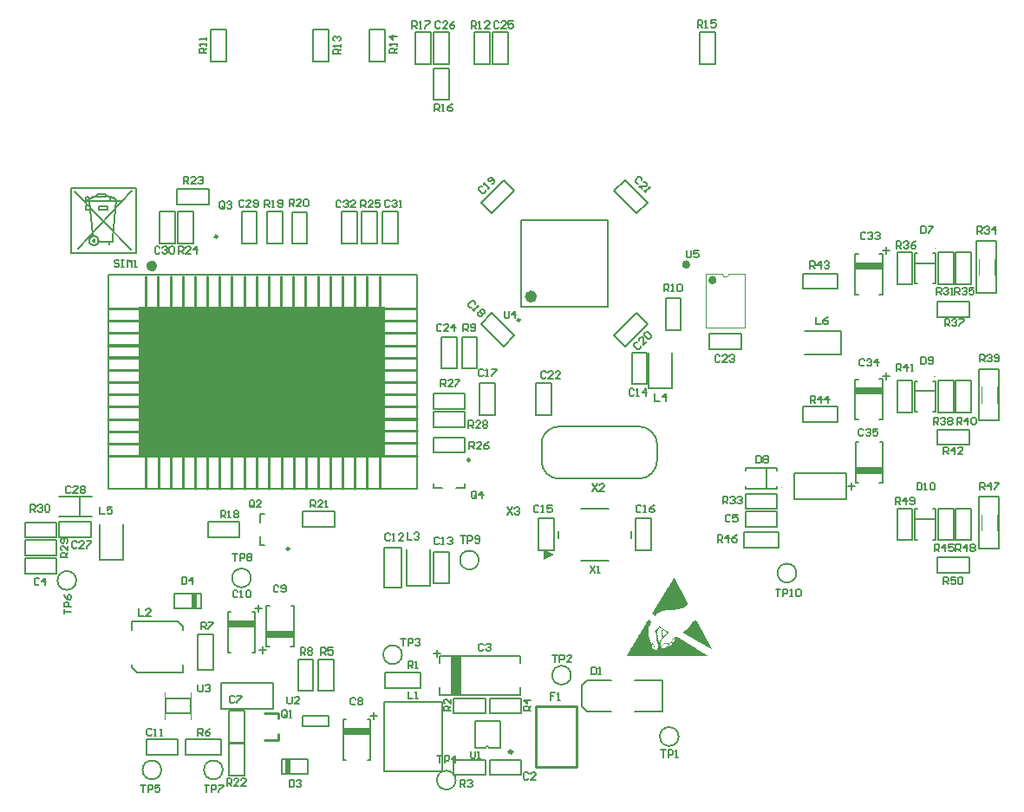
<source format=gto>
G04 Layer_Color=65535*
%FSTAX24Y24*%
%MOIN*%
G70*
G01*
G75*
%ADD48C,0.0100*%
%ADD82C,0.0039*%
%ADD83C,0.0080*%
%ADD84C,0.0079*%
%ADD85C,0.0118*%
%ADD86C,0.0098*%
%ADD87C,0.0236*%
%ADD88C,0.0050*%
%ADD89C,0.0157*%
%ADD90C,0.0060*%
%ADD91C,0.0059*%
%ADD92C,0.0040*%
%ADD93C,0.0070*%
%ADD94R,0.1090X0.0300*%
%ADD95R,0.0390X0.1510*%
%ADD96R,0.0217X0.0581*%
%ADD97R,0.9460X0.5830*%
G36*
X272581Y179352D02*
X272578D01*
Y179356D01*
X272581D01*
Y179352D01*
D02*
G37*
G36*
X272092Y179352D02*
X272087D01*
Y179356D01*
X272092D01*
Y179352D01*
D02*
G37*
G36*
X271812D02*
X271807D01*
Y179356D01*
X271812D01*
Y179352D01*
D02*
G37*
G36*
X271834Y179359D02*
X271825D01*
Y179369D01*
X271834D01*
Y179359D01*
D02*
G37*
G36*
X270424D02*
X270415D01*
Y179369D01*
X270424D01*
Y179359D01*
D02*
G37*
G36*
X271141Y179353D02*
X271138D01*
Y179355D01*
X271141D01*
Y179353D01*
D02*
G37*
G36*
X271843Y179351D02*
X271836D01*
Y179357D01*
X271843D01*
Y179351D01*
D02*
G37*
G36*
X273084Y17935D02*
X273076D01*
Y179358D01*
X273084D01*
Y17935D01*
D02*
G37*
G36*
X272594Y17935D02*
X272585D01*
Y179359D01*
X272594D01*
Y17935D01*
D02*
G37*
G36*
X271394D02*
X271385D01*
Y179359D01*
X271394D01*
Y17935D01*
D02*
G37*
G36*
X273281Y178992D02*
X273278D01*
Y178996D01*
X273281D01*
Y178992D01*
D02*
G37*
G36*
X270903Y179351D02*
X270896D01*
Y179357D01*
X270903D01*
Y179351D01*
D02*
G37*
G36*
X270413Y17935D02*
X270406D01*
Y179358D01*
X270413D01*
Y17935D01*
D02*
G37*
G36*
X273081Y179362D02*
X273078D01*
Y179366D01*
X273081D01*
Y179362D01*
D02*
G37*
G36*
X271822Y179362D02*
X271817D01*
Y179366D01*
X271822D01*
Y179362D01*
D02*
G37*
G36*
X270902D02*
X270897D01*
Y179366D01*
X270902D01*
Y179362D01*
D02*
G37*
G36*
X271844Y179369D02*
X271835D01*
Y179379D01*
X271844D01*
Y179369D01*
D02*
G37*
G36*
X272561Y179363D02*
X272558D01*
Y179365D01*
X272561D01*
Y179363D01*
D02*
G37*
G36*
X270411D02*
X270408D01*
Y179365D01*
X270411D01*
Y179363D01*
D02*
G37*
G36*
X270192Y178992D02*
X270187D01*
Y178997D01*
X270192D01*
Y178992D01*
D02*
G37*
G36*
X271404Y17936D02*
X271396D01*
Y179368D01*
X271404D01*
Y17936D01*
D02*
G37*
G36*
X271154Y17936D02*
X271145D01*
Y179369D01*
X271154D01*
Y17936D01*
D02*
G37*
G36*
X272064Y179359D02*
X272055D01*
Y179369D01*
X272064D01*
Y179359D01*
D02*
G37*
G36*
X273202Y178992D02*
X273197D01*
Y178997D01*
X273202D01*
Y178992D01*
D02*
G37*
G36*
X272073Y179361D02*
X272066D01*
Y179368D01*
X272073D01*
Y179361D01*
D02*
G37*
G36*
X272573Y17936D02*
X272566D01*
Y179368D01*
X272573D01*
Y17936D01*
D02*
G37*
G36*
X270904Y17934D02*
X270895D01*
Y179349D01*
X270904D01*
Y17934D01*
D02*
G37*
G36*
X271374Y179D02*
X271365D01*
Y179009D01*
X271374D01*
Y179D01*
D02*
G37*
G36*
X271384Y17934D02*
X271375D01*
Y179349D01*
X271384D01*
Y17934D01*
D02*
G37*
G36*
X271504Y178999D02*
X271495D01*
Y179009D01*
X271504D01*
Y178999D01*
D02*
G37*
G36*
X272103Y17934D02*
X272096D01*
Y179348D01*
X272103D01*
Y17934D01*
D02*
G37*
G36*
X271833Y17934D02*
X271826D01*
Y179348D01*
X271833D01*
Y17934D01*
D02*
G37*
G36*
X272614Y17934D02*
X272605D01*
Y179349D01*
X272614D01*
Y17934D01*
D02*
G37*
G36*
X270911Y179333D02*
X270908D01*
Y179335D01*
X270911D01*
Y179333D01*
D02*
G37*
G36*
X272644Y179D02*
X272635D01*
Y179009D01*
X272644D01*
Y179D01*
D02*
G37*
G36*
X271382Y179332D02*
X271377D01*
Y179336D01*
X271382D01*
Y179332D01*
D02*
G37*
G36*
X271814Y179339D02*
X271805D01*
Y179349D01*
X271814D01*
Y179339D01*
D02*
G37*
G36*
X271825Y179339D02*
X271815D01*
Y179349D01*
X271825D01*
Y179339D01*
D02*
G37*
G36*
X271791Y179333D02*
X271788D01*
Y179335D01*
X271791D01*
Y179333D01*
D02*
G37*
G36*
X271824Y179349D02*
X271815D01*
Y179359D01*
X271824D01*
Y179349D01*
D02*
G37*
G36*
X271835Y179349D02*
X271825D01*
Y179359D01*
X271835D01*
Y179349D01*
D02*
G37*
G36*
X272111Y179343D02*
X272108D01*
Y179345D01*
X272111D01*
Y179343D01*
D02*
G37*
G36*
X272084Y17935D02*
X272075D01*
Y179359D01*
X272084D01*
Y17935D01*
D02*
G37*
G36*
X272671Y178993D02*
X272668D01*
Y178995D01*
X272671D01*
Y178993D01*
D02*
G37*
G36*
X271854Y179349D02*
X271845D01*
Y179359D01*
X271854D01*
Y179349D01*
D02*
G37*
G36*
X271391Y179343D02*
X271388D01*
Y179345D01*
X271391D01*
Y179343D01*
D02*
G37*
G36*
X272602Y179342D02*
X272597D01*
Y179347D01*
X272602D01*
Y179342D01*
D02*
G37*
G36*
X271143Y179341D02*
X271136D01*
Y179347D01*
X271143D01*
Y179341D01*
D02*
G37*
G36*
X271853Y17934D02*
X271846D01*
Y179348D01*
X271853D01*
Y17934D01*
D02*
G37*
G36*
X273091Y179342D02*
X273088D01*
Y179346D01*
X273091D01*
Y179342D01*
D02*
G37*
G36*
X271802Y179342D02*
X271797D01*
Y179346D01*
X271802D01*
Y179342D01*
D02*
G37*
G36*
X270402D02*
X270397D01*
Y179346D01*
X270402D01*
Y179342D01*
D02*
G37*
G36*
X271403Y17899D02*
X271396D01*
Y178998D01*
X271403D01*
Y17899D01*
D02*
G37*
G36*
X270893Y179391D02*
X270886D01*
Y179397D01*
X270893D01*
Y179391D01*
D02*
G37*
G36*
X273063Y179391D02*
X273056D01*
Y179398D01*
X273063D01*
Y179391D01*
D02*
G37*
G36*
X272511Y179392D02*
X272508D01*
Y179396D01*
X272511D01*
Y179392D01*
D02*
G37*
G36*
X271852Y179392D02*
X271847D01*
Y179396D01*
X271852D01*
Y179392D01*
D02*
G37*
G36*
X270432D02*
X270427D01*
Y179396D01*
X270432D01*
Y179392D01*
D02*
G37*
G36*
X272023Y179391D02*
X272016D01*
Y179398D01*
X272023D01*
Y179391D01*
D02*
G37*
G36*
X271864Y179389D02*
X271855D01*
Y179399D01*
X271864D01*
Y179389D01*
D02*
G37*
G36*
X273071Y179383D02*
X273068D01*
Y179385D01*
X273071D01*
Y179383D01*
D02*
G37*
G36*
X271431D02*
X271428D01*
Y179385D01*
X271431D01*
Y179383D01*
D02*
G37*
G36*
X271443Y17899D02*
X271436D01*
Y178998D01*
X271443D01*
Y17899D01*
D02*
G37*
G36*
X272524Y17939D02*
X272516D01*
Y179398D01*
X272524D01*
Y17939D01*
D02*
G37*
G36*
X271434Y17939D02*
X271425D01*
Y179399D01*
X271434D01*
Y17939D01*
D02*
G37*
G36*
X273214Y17899D02*
X273205D01*
Y178999D01*
X273214D01*
Y17899D01*
D02*
G37*
G36*
X272004Y1794D02*
X271995D01*
Y179409D01*
X272004D01*
Y1794D01*
D02*
G37*
G36*
X271874Y1794D02*
X271865D01*
Y179409D01*
X271874D01*
Y1794D01*
D02*
G37*
G36*
X271452Y179402D02*
X271447D01*
Y179406D01*
X271452D01*
Y179402D01*
D02*
G37*
G36*
X272503Y179401D02*
X272496D01*
Y179408D01*
X272503D01*
Y179401D01*
D02*
G37*
G36*
X270443Y1794D02*
X270436D01*
Y179408D01*
X270443D01*
Y1794D01*
D02*
G37*
G36*
X271164Y1794D02*
X271155D01*
Y179409D01*
X271164D01*
Y1794D01*
D02*
G37*
G36*
X272514Y179399D02*
X272505D01*
Y179409D01*
X272514D01*
Y179399D01*
D02*
G37*
G36*
X272031Y179393D02*
X272028D01*
Y179395D01*
X272031D01*
Y179393D01*
D02*
G37*
G36*
X271441D02*
X271438D01*
Y179395D01*
X271441D01*
Y179393D01*
D02*
G37*
G36*
X271454Y17899D02*
X271445D01*
Y178998D01*
X271454D01*
Y17899D01*
D02*
G37*
G36*
X273054Y1794D02*
X273045D01*
Y179409D01*
X273054D01*
Y1794D01*
D02*
G37*
G36*
X271444D02*
X271435D01*
Y179409D01*
X271444D01*
Y1794D01*
D02*
G37*
G36*
X272553Y179371D02*
X272547D01*
Y179377D01*
X272553D01*
Y179371D01*
D02*
G37*
G36*
X270423D02*
X270417D01*
Y179377D01*
X270423D01*
Y179371D01*
D02*
G37*
G36*
X271153Y179371D02*
X271146D01*
Y179377D01*
X271153D01*
Y179371D01*
D02*
G37*
G36*
X271854Y179379D02*
X271845D01*
Y179389D01*
X271854D01*
Y179379D01*
D02*
G37*
G36*
X272061Y179372D02*
X272058D01*
Y179376D01*
X272061D01*
Y179372D01*
D02*
G37*
G36*
X271832Y179372D02*
X271827D01*
Y179376D01*
X271832D01*
Y179372D01*
D02*
G37*
G36*
X271213Y178991D02*
X271206D01*
Y178998D01*
X271213D01*
Y178991D01*
D02*
G37*
G36*
X272054Y17937D02*
X272045D01*
Y179378D01*
X272054D01*
Y17937D01*
D02*
G37*
G36*
X270894Y17937D02*
X270885D01*
Y179379D01*
X270894D01*
Y17937D01*
D02*
G37*
G36*
X272564Y179369D02*
X272555D01*
Y179379D01*
X272564D01*
Y179369D01*
D02*
G37*
G36*
X273073Y179371D02*
X273066D01*
Y179378D01*
X273073D01*
Y179371D01*
D02*
G37*
G36*
X271414Y17937D02*
X271406D01*
Y179378D01*
X271414D01*
Y17937D01*
D02*
G37*
G36*
X271423Y178991D02*
X271417D01*
Y178997D01*
X271423D01*
Y178991D01*
D02*
G37*
G36*
X272042Y179382D02*
X272037D01*
Y179387D01*
X272042D01*
Y179382D01*
D02*
G37*
G36*
X271152D02*
X271147D01*
Y179387D01*
X271152D01*
Y179382D01*
D02*
G37*
G36*
X271413Y17899D02*
X271406D01*
Y178998D01*
X271413D01*
Y17899D01*
D02*
G37*
G36*
X272663Y17899D02*
X272656D01*
Y178998D01*
X272663D01*
Y17899D01*
D02*
G37*
G36*
X271842Y179382D02*
X271837D01*
Y179386D01*
X271842D01*
Y179382D01*
D02*
G37*
G36*
X272532Y179382D02*
X272527D01*
Y179387D01*
X272532D01*
Y179382D01*
D02*
G37*
G36*
X271424Y17938D02*
X271416D01*
Y179388D01*
X271424D01*
Y17938D01*
D02*
G37*
G36*
X272034Y17938D02*
X272025D01*
Y179389D01*
X272034D01*
Y17938D01*
D02*
G37*
G36*
X271433Y17899D02*
X271426D01*
Y178998D01*
X271433D01*
Y17899D01*
D02*
G37*
G36*
X273064Y179379D02*
X273055D01*
Y179389D01*
X273064D01*
Y179379D01*
D02*
G37*
G36*
X270894Y17938D02*
X270886D01*
Y179388D01*
X270894D01*
Y17938D01*
D02*
G37*
G36*
X270434Y17938D02*
X270425D01*
Y179389D01*
X270434D01*
Y17938D01*
D02*
G37*
G36*
X272544Y17938D02*
X272535D01*
Y179389D01*
X272544D01*
Y17938D01*
D02*
G37*
G36*
X273114Y17929D02*
X273105D01*
Y179299D01*
X273114D01*
Y17929D01*
D02*
G37*
G36*
X272701Y179282D02*
X272698D01*
Y179286D01*
X272701D01*
Y179282D01*
D02*
G37*
G36*
X271351D02*
X271348D01*
Y179286D01*
X271351D01*
Y179282D01*
D02*
G37*
G36*
X272183Y17929D02*
X272176D01*
Y179298D01*
X272183D01*
Y17929D01*
D02*
G37*
G36*
X271793Y17929D02*
X271786D01*
Y179298D01*
X271793D01*
Y17929D01*
D02*
G37*
G36*
X271354Y17929D02*
X271346D01*
Y179298D01*
X271354D01*
Y17929D01*
D02*
G37*
G36*
X272202Y179281D02*
X272197D01*
Y179287D01*
X272202D01*
Y179281D01*
D02*
G37*
G36*
X270923Y17928D02*
X270916D01*
Y179288D01*
X270923D01*
Y17928D01*
D02*
G37*
G36*
X271784Y17928D02*
X271775D01*
Y179289D01*
X271784D01*
Y17928D01*
D02*
G37*
G36*
X272714Y17928D02*
X272705D01*
Y179289D01*
X272714D01*
Y17928D01*
D02*
G37*
G36*
X271753Y179281D02*
X271747D01*
Y179287D01*
X271753D01*
Y179281D01*
D02*
G37*
G36*
X271853Y179281D02*
X271846D01*
Y179287D01*
X271853D01*
Y179281D01*
D02*
G37*
G36*
X273123Y179281D02*
X273116D01*
Y179287D01*
X273123D01*
Y179281D01*
D02*
G37*
G36*
X270914Y179299D02*
X270905D01*
Y179309D01*
X270914D01*
Y179299D01*
D02*
G37*
G36*
X272681Y179293D02*
X272678D01*
Y179295D01*
X272681D01*
Y179293D01*
D02*
G37*
G36*
X272191D02*
X272188D01*
Y179295D01*
X272191D01*
Y179293D01*
D02*
G37*
G36*
X271483Y179001D02*
X271476D01*
Y179007D01*
X271483D01*
Y179001D01*
D02*
G37*
G36*
X272164Y1793D02*
X272155D01*
Y179309D01*
X272164D01*
Y1793D01*
D02*
G37*
G36*
X272684Y179299D02*
X272675D01*
Y179309D01*
X272684D01*
Y179299D01*
D02*
G37*
G36*
X270922Y179292D02*
X270917D01*
Y179296D01*
X270922D01*
Y179292D01*
D02*
G37*
G36*
X271763Y179291D02*
X271756D01*
Y179298D01*
X271763D01*
Y179291D01*
D02*
G37*
G36*
X272693Y179291D02*
X272686D01*
Y179298D01*
X272693D01*
Y179291D01*
D02*
G37*
G36*
X271163D02*
X271156D01*
Y179298D01*
X271163D01*
Y179291D01*
D02*
G37*
G36*
X271212Y179001D02*
X271207D01*
Y179007D01*
X271212D01*
Y179001D01*
D02*
G37*
G36*
X270372Y179292D02*
X270367D01*
Y179297D01*
X270372D01*
Y179292D01*
D02*
G37*
G36*
X271382Y179002D02*
X271377D01*
Y179007D01*
X271382D01*
Y179002D01*
D02*
G37*
G36*
X271854Y17927D02*
X271845D01*
Y179279D01*
X271854D01*
Y17927D01*
D02*
G37*
G36*
X271774Y17927D02*
X271765D01*
Y179279D01*
X271774D01*
Y17927D01*
D02*
G37*
G36*
X272734Y17927D02*
X272725D01*
Y179279D01*
X272734D01*
Y17927D01*
D02*
G37*
G36*
X270363Y179271D02*
X270356D01*
Y179277D01*
X270363D01*
Y179271D01*
D02*
G37*
G36*
X271344Y17927D02*
X271336D01*
Y179278D01*
X271344D01*
Y17927D01*
D02*
G37*
G36*
X272214Y17927D02*
X272205D01*
Y179278D01*
X272214D01*
Y17927D01*
D02*
G37*
G36*
X270924Y17927D02*
X270915D01*
Y179279D01*
X270924D01*
Y17927D01*
D02*
G37*
G36*
X271795Y179309D02*
Y179299D01*
X271785D01*
Y179289D01*
X271775D01*
Y179279D01*
X271765D01*
Y179269D01*
X271755D01*
Y179279D01*
Y179289D01*
X271765D01*
Y179299D01*
X271775D01*
Y179309D01*
X271785D01*
Y179319D01*
X271795D01*
Y179309D01*
D02*
G37*
G36*
X271731Y179263D02*
X271728D01*
Y179265D01*
X271731D01*
Y179263D01*
D02*
G37*
G36*
X270351D02*
X270348D01*
Y179265D01*
X270351D01*
Y179263D01*
D02*
G37*
G36*
X273124Y179269D02*
X273115D01*
Y179279D01*
X273124D01*
Y179269D01*
D02*
G37*
G36*
X271754D02*
X271745D01*
Y179279D01*
X271754D01*
Y179269D01*
D02*
G37*
G36*
X271184D02*
X271175D01*
Y179279D01*
X271184D01*
Y179269D01*
D02*
G37*
G36*
X270374Y17928D02*
X270365D01*
Y179289D01*
X270374D01*
Y17928D01*
D02*
G37*
G36*
X272194Y17928D02*
X272185D01*
Y179289D01*
X272194D01*
Y17928D01*
D02*
G37*
G36*
X273131Y179273D02*
X273128D01*
Y179275D01*
X273131D01*
Y179273D01*
D02*
G37*
G36*
X271174Y17928D02*
X271165D01*
Y179289D01*
X271174D01*
Y17928D01*
D02*
G37*
G36*
X272652Y179002D02*
X272647D01*
Y179007D01*
X272652D01*
Y179002D01*
D02*
G37*
G36*
X271471Y179002D02*
X271468D01*
Y179006D01*
X271471D01*
Y179002D01*
D02*
G37*
G36*
X271781Y179272D02*
X271778D01*
Y179276D01*
X271781D01*
Y179272D01*
D02*
G37*
G36*
X272722Y179272D02*
X272717D01*
Y179277D01*
X272722D01*
Y179272D01*
D02*
G37*
G36*
X273181Y179003D02*
X273178D01*
Y179005D01*
X273181D01*
Y179003D01*
D02*
G37*
G36*
X270214Y179009D02*
X270205D01*
Y179019D01*
X270214D01*
Y179009D01*
D02*
G37*
G36*
X272221Y179272D02*
X272218D01*
Y179276D01*
X272221D01*
Y179272D01*
D02*
G37*
G36*
X271171D02*
X271168D01*
Y179276D01*
X271171D01*
Y179272D01*
D02*
G37*
G36*
X271742Y179272D02*
X271737D01*
Y179276D01*
X271742D01*
Y179272D01*
D02*
G37*
G36*
X271821Y179322D02*
X271818D01*
Y179326D01*
X271821D01*
Y179322D01*
D02*
G37*
G36*
X272141Y179322D02*
X272138D01*
Y179326D01*
X272141D01*
Y179322D01*
D02*
G37*
G36*
X271132Y179322D02*
X271127D01*
Y179326D01*
X271132D01*
Y179322D01*
D02*
G37*
G36*
X271815Y179329D02*
X271805D01*
Y179339D01*
X271815D01*
Y179329D01*
D02*
G37*
G36*
X272631Y179323D02*
X272628D01*
Y179325D01*
X272631D01*
Y179323D01*
D02*
G37*
G36*
X271781D02*
X271778D01*
Y179325D01*
X271781D01*
Y179323D01*
D02*
G37*
G36*
X273102Y179322D02*
X273097D01*
Y179327D01*
X273102D01*
Y179322D01*
D02*
G37*
G36*
X272644Y17932D02*
X272636D01*
Y179328D01*
X272644D01*
Y17932D01*
D02*
G37*
G36*
X272134Y17932D02*
X272125D01*
Y179328D01*
X272134D01*
Y17932D01*
D02*
G37*
G36*
X270204Y179D02*
X270196D01*
Y179008D01*
X270204D01*
Y179D01*
D02*
G37*
G36*
X270912Y179321D02*
X270907D01*
Y179327D01*
X270912D01*
Y179321D01*
D02*
G37*
G36*
X271373Y179321D02*
X271366D01*
Y179328D01*
X271373D01*
Y179321D01*
D02*
G37*
G36*
X270393D02*
X270386D01*
Y179328D01*
X270393D01*
Y179321D01*
D02*
G37*
G36*
X272623Y179331D02*
X272616D01*
Y179338D01*
X272623D01*
Y179331D01*
D02*
G37*
G36*
X271824Y17933D02*
X271815D01*
Y179339D01*
X271824D01*
Y17933D01*
D02*
G37*
G36*
X273094Y17933D02*
X273085D01*
Y179339D01*
X273094D01*
Y17933D01*
D02*
G37*
G36*
X271104Y179D02*
X271095D01*
Y179009D01*
X271104D01*
Y179D01*
D02*
G37*
G36*
X271852Y179332D02*
X271847D01*
Y179337D01*
X271852D01*
Y179332D01*
D02*
G37*
G36*
X272122Y179331D02*
X272117D01*
Y179337D01*
X272122D01*
Y179331D01*
D02*
G37*
G36*
X270404Y17933D02*
X270395D01*
Y179339D01*
X270404D01*
Y17933D01*
D02*
G37*
G36*
X271494Y179D02*
X271485D01*
Y179008D01*
X271494D01*
Y179D01*
D02*
G37*
G36*
X272634Y179329D02*
X272625D01*
Y179339D01*
X272634D01*
Y179329D01*
D02*
G37*
G36*
X271374D02*
X271365D01*
Y179339D01*
X271374D01*
Y179329D01*
D02*
G37*
G36*
X271804Y17933D02*
X271795D01*
Y179339D01*
X271804D01*
Y17933D01*
D02*
G37*
G36*
X272114Y17933D02*
X272105D01*
Y179339D01*
X272114D01*
Y17933D01*
D02*
G37*
G36*
X271144D02*
X271135D01*
Y179339D01*
X271144D01*
Y17933D01*
D02*
G37*
G36*
X272144Y179309D02*
X272135D01*
Y179319D01*
X272144D01*
Y179309D01*
D02*
G37*
G36*
X270394D02*
X270385D01*
Y179319D01*
X270394D01*
Y179309D01*
D02*
G37*
G36*
X271361Y179302D02*
X271358D01*
Y179306D01*
X271361D01*
Y179302D01*
D02*
G37*
G36*
X272664Y17931D02*
X272655D01*
Y179319D01*
X272664D01*
Y17931D01*
D02*
G37*
G36*
X271364D02*
X271355D01*
Y179319D01*
X271364D01*
Y17931D01*
D02*
G37*
G36*
X271804Y179309D02*
X271795D01*
Y179319D01*
X271804D01*
Y179309D01*
D02*
G37*
G36*
X272172Y179302D02*
X272167D01*
Y179306D01*
X272172D01*
Y179302D01*
D02*
G37*
G36*
X271803Y179301D02*
X271796D01*
Y179307D01*
X271803D01*
Y179301D01*
D02*
G37*
G36*
X271774Y1793D02*
X271766D01*
Y179308D01*
X271774D01*
Y1793D01*
D02*
G37*
G36*
X270384D02*
X270376D01*
Y179308D01*
X270384D01*
Y1793D01*
D02*
G37*
G36*
X273113Y179301D02*
X273106D01*
Y179307D01*
X273113D01*
Y179301D01*
D02*
G37*
G36*
X272673D02*
X272666D01*
Y179307D01*
X272673D01*
Y179301D01*
D02*
G37*
G36*
X271153D02*
X271147D01*
Y179307D01*
X271153D01*
Y179301D01*
D02*
G37*
G36*
X271805Y179319D02*
X271795D01*
Y179329D01*
X271805D01*
Y179319D01*
D02*
G37*
G36*
X270381Y179313D02*
X270378D01*
Y179315D01*
X270381D01*
Y179313D01*
D02*
G37*
G36*
X273274Y179D02*
X273266D01*
Y179008D01*
X273274D01*
Y179D01*
D02*
G37*
G36*
X273194D02*
X273186D01*
Y179008D01*
X273194D01*
Y179D01*
D02*
G37*
G36*
X271794Y17932D02*
X271785D01*
Y179329D01*
X271794D01*
Y17932D01*
D02*
G37*
G36*
X271814Y17932D02*
X271805D01*
Y179329D01*
X271814D01*
Y17932D01*
D02*
G37*
G36*
X272652Y179312D02*
X272647D01*
Y179317D01*
X272652D01*
Y179312D01*
D02*
G37*
G36*
X270914Y17931D02*
X270906D01*
Y179318D01*
X270914D01*
Y17931D01*
D02*
G37*
G36*
X271784Y17931D02*
X271775D01*
Y179318D01*
X271784D01*
Y17931D01*
D02*
G37*
G36*
X273104Y17931D02*
X273095D01*
Y179319D01*
X273104D01*
Y17931D01*
D02*
G37*
G36*
X271812Y179312D02*
X271807D01*
Y179317D01*
X271812D01*
Y179312D01*
D02*
G37*
G36*
X271143Y179311D02*
X271136D01*
Y179317D01*
X271143D01*
Y179311D01*
D02*
G37*
G36*
X272153Y179311D02*
X272146D01*
Y179317D01*
X272153D01*
Y179311D01*
D02*
G37*
G36*
X272012Y179402D02*
X272007D01*
Y179406D01*
X272012D01*
Y179402D01*
D02*
G37*
G36*
X273001Y179513D02*
X272998D01*
Y179515D01*
X273001D01*
Y179513D01*
D02*
G37*
G36*
X271151D02*
X271148D01*
Y179515D01*
X271151D01*
Y179513D01*
D02*
G37*
G36*
X270501D02*
X270498D01*
Y179515D01*
X270501D01*
Y179513D01*
D02*
G37*
G36*
X271574Y17952D02*
X271566D01*
Y179528D01*
X271574D01*
Y17952D01*
D02*
G37*
G36*
X271112Y178942D02*
X271107D01*
Y178947D01*
X271112D01*
Y178942D01*
D02*
G37*
G36*
X272304Y17952D02*
X272295D01*
Y179529D01*
X272304D01*
Y17952D01*
D02*
G37*
G36*
X272751Y178943D02*
X272748D01*
Y178945D01*
X272751D01*
Y178943D01*
D02*
G37*
G36*
X270864Y17951D02*
X270855D01*
Y179518D01*
X270864D01*
Y17951D01*
D02*
G37*
G36*
X271204Y17895D02*
X271195D01*
Y178959D01*
X271204D01*
Y17895D01*
D02*
G37*
G36*
X273284D02*
X273275D01*
Y178959D01*
X273284D01*
Y17895D01*
D02*
G37*
G36*
X272695Y180059D02*
Y180049D01*
X272705D01*
Y180039D01*
Y180029D01*
X272715D01*
Y180019D01*
Y180009D01*
X272725D01*
Y179999D01*
Y179989D01*
X272735D01*
Y179979D01*
Y179969D01*
X272745D01*
Y179959D01*
X272755D01*
Y179949D01*
Y179939D01*
X272765D01*
Y179929D01*
Y179919D01*
X272775D01*
Y179909D01*
Y179899D01*
X272785D01*
Y179889D01*
Y179879D01*
X272795D01*
Y179869D01*
Y179859D01*
X272805D01*
Y179849D01*
Y179839D01*
X272815D01*
Y179829D01*
X272825D01*
Y179819D01*
Y179809D01*
X272835D01*
Y179799D01*
Y179789D01*
X272845D01*
Y179779D01*
Y179769D01*
X272855D01*
Y179759D01*
Y179749D01*
X272865D01*
Y179739D01*
Y179729D01*
X272875D01*
Y179719D01*
X272885D01*
Y179709D01*
Y179699D01*
X272895D01*
Y179689D01*
Y179679D01*
X272905D01*
Y179669D01*
Y179659D01*
X272915D01*
Y179649D01*
Y179639D01*
X272925D01*
Y179629D01*
Y179619D01*
X272935D01*
Y179609D01*
Y179599D01*
X272945D01*
Y179589D01*
X272955D01*
Y179579D01*
Y179569D01*
X272965D01*
Y179559D01*
Y179549D01*
X272975D01*
Y179539D01*
Y179529D01*
X272985D01*
Y179519D01*
Y179509D01*
X272995D01*
Y179499D01*
Y179489D01*
X273005D01*
Y179479D01*
X273015D01*
Y179469D01*
Y179459D01*
X273025D01*
Y179449D01*
Y179439D01*
X273035D01*
Y179429D01*
Y179419D01*
X273045D01*
Y179409D01*
Y179399D01*
X273055D01*
Y179389D01*
Y179379D01*
X273065D01*
Y179369D01*
X273075D01*
Y179359D01*
Y179349D01*
X273085D01*
Y179339D01*
Y179329D01*
X273095D01*
Y179319D01*
Y179309D01*
X273105D01*
Y179299D01*
Y179289D01*
X273115D01*
Y179279D01*
Y179269D01*
X273125D01*
Y179259D01*
Y179249D01*
X273135D01*
Y179239D01*
X273145D01*
Y179229D01*
Y179219D01*
X273155D01*
Y179209D01*
Y179199D01*
X273165D01*
Y179189D01*
Y179179D01*
X273175D01*
Y179169D01*
Y179159D01*
X273185D01*
Y179149D01*
Y179139D01*
X273195D01*
Y179129D01*
X273205D01*
Y179119D01*
Y179109D01*
X273215D01*
Y179099D01*
Y179089D01*
X273225D01*
Y179079D01*
Y179069D01*
X273235D01*
Y179059D01*
Y179049D01*
X273245D01*
Y179039D01*
Y179029D01*
X273255D01*
Y179019D01*
Y179009D01*
X273265D01*
Y178999D01*
X273275D01*
Y178989D01*
Y178979D01*
X273285D01*
Y178969D01*
Y178959D01*
X273295D01*
Y178949D01*
X273285D01*
Y178959D01*
X273265D01*
Y178969D01*
X273245D01*
Y178979D01*
X273235D01*
Y178989D01*
X273215D01*
Y178999D01*
X273195D01*
Y179009D01*
X273185D01*
Y179019D01*
X273165D01*
Y179029D01*
X273145D01*
Y179039D01*
X273125D01*
Y179049D01*
X273115D01*
Y179059D01*
X273095D01*
Y179069D01*
X273075D01*
Y179079D01*
X273065D01*
Y179089D01*
X273045D01*
Y179099D01*
X273025D01*
Y179109D01*
X273005D01*
Y179119D01*
X272995D01*
Y179129D01*
X272975D01*
Y179139D01*
X272955D01*
Y179149D01*
X272945D01*
Y179159D01*
X272925D01*
Y179169D01*
X272905D01*
Y179179D01*
X272885D01*
Y179189D01*
X272875D01*
Y179199D01*
X272855D01*
Y179209D01*
X272835D01*
Y179219D01*
X272815D01*
Y179229D01*
X272805D01*
Y179239D01*
X272785D01*
Y179249D01*
X272765D01*
Y179259D01*
X272755D01*
Y179269D01*
X272735D01*
Y179279D01*
X272715D01*
Y179289D01*
X272695D01*
Y179299D01*
X272685D01*
Y179309D01*
X272665D01*
Y179319D01*
X272645D01*
Y179329D01*
X272635D01*
Y179339D01*
X272615D01*
Y179349D01*
X272595D01*
Y179359D01*
X272575D01*
Y179369D01*
X272565D01*
Y179379D01*
X272545D01*
Y179389D01*
X272525D01*
Y179399D01*
X272515D01*
Y179409D01*
X272495D01*
Y179419D01*
X272475D01*
Y179429D01*
X272455D01*
Y179439D01*
X272445D01*
Y179449D01*
X272425D01*
Y179459D01*
X272405D01*
Y179469D01*
X272395D01*
Y179479D01*
X272375D01*
Y179489D01*
X272355D01*
Y179499D01*
X272335D01*
Y179509D01*
X272325D01*
Y179519D01*
X272305D01*
Y179529D01*
X272285D01*
Y179539D01*
X272265D01*
Y179549D01*
X272255D01*
Y179559D01*
X272235D01*
Y179569D01*
X272215D01*
Y179579D01*
X272205D01*
Y179589D01*
X272195D01*
Y179599D01*
Y179609D01*
X272205D01*
Y179619D01*
Y179629D01*
Y179639D01*
X272225D01*
Y179649D01*
X272245D01*
Y179659D01*
X272265D01*
Y179669D01*
X272275D01*
Y179679D01*
X272295D01*
Y179689D01*
X272305D01*
Y179699D01*
X272315D01*
Y179709D01*
X272335D01*
Y179719D01*
X272345D01*
Y179729D01*
X272355D01*
Y179739D01*
X272365D01*
Y179749D01*
X272375D01*
Y179759D01*
X272385D01*
Y179769D01*
X272395D01*
Y179779D01*
X272405D01*
Y179789D01*
X272415D01*
Y179799D01*
X272425D01*
Y179809D01*
X272435D01*
Y179819D01*
Y179829D01*
X272445D01*
Y179839D01*
X272455D01*
Y179849D01*
X272465D01*
Y179859D01*
X272475D01*
Y179869D01*
Y179879D01*
X272485D01*
Y179889D01*
X272495D01*
Y179899D01*
Y179909D01*
X272505D01*
Y179919D01*
Y179929D01*
X272515D01*
Y179939D01*
X272525D01*
Y179949D01*
Y179959D01*
X272535D01*
Y179969D01*
Y179979D01*
X272545D01*
Y179989D01*
Y179999D01*
X272555D01*
Y180009D01*
Y180019D01*
X272575D01*
Y180029D01*
X272605D01*
Y180039D01*
X272635D01*
Y180049D01*
X272665D01*
Y180059D01*
X272685D01*
Y180069D01*
X272695D01*
Y180059D01*
D02*
G37*
G36*
X272313Y179511D02*
X272306D01*
Y179517D01*
X272313D01*
Y179511D01*
D02*
G37*
G36*
X271564Y17951D02*
X271555D01*
Y179518D01*
X271564D01*
Y17951D01*
D02*
G37*
G36*
X270524Y17953D02*
X270515D01*
Y179539D01*
X270524D01*
Y17953D01*
D02*
G37*
G36*
X272984Y17953D02*
X272975D01*
Y179539D01*
X272984D01*
Y17953D01*
D02*
G37*
G36*
X271193Y178941D02*
X271186D01*
Y178948D01*
X271193D01*
Y178941D01*
D02*
G37*
G36*
X271584Y17953D02*
X271576D01*
Y179538D01*
X271584D01*
Y17953D01*
D02*
G37*
G36*
X272284Y17953D02*
X272275D01*
Y179538D01*
X272284D01*
Y17953D01*
D02*
G37*
G36*
X272743Y17894D02*
X272736D01*
Y178948D01*
X272743D01*
Y17894D01*
D02*
G37*
G36*
X272292Y179522D02*
X272287D01*
Y179527D01*
X272292D01*
Y179522D01*
D02*
G37*
G36*
X270513Y179521D02*
X270506D01*
Y179527D01*
X270513D01*
Y179521D01*
D02*
G37*
G36*
X270863Y179521D02*
X270856D01*
Y179528D01*
X270863D01*
Y179521D01*
D02*
G37*
G36*
X270162Y178942D02*
X270157D01*
Y178947D01*
X270162D01*
Y178942D01*
D02*
G37*
G36*
X271152Y179522D02*
X271147D01*
Y179527D01*
X271152D01*
Y179522D01*
D02*
G37*
G36*
X273293Y178941D02*
X273286D01*
Y178948D01*
X273293D01*
Y178941D01*
D02*
G37*
G36*
X272993Y179521D02*
X272987D01*
Y179527D01*
X272993D01*
Y179521D01*
D02*
G37*
G36*
X271551Y179493D02*
X271548D01*
Y179495D01*
X271551D01*
Y179493D01*
D02*
G37*
G36*
X272342Y179492D02*
X272337D01*
Y179496D01*
X272342D01*
Y179492D01*
D02*
G37*
G36*
X270492D02*
X270487D01*
Y179496D01*
X270492D01*
Y179492D01*
D02*
G37*
G36*
X271112Y178952D02*
X271107D01*
Y178957D01*
X271112D01*
Y178952D01*
D02*
G37*
G36*
X271164Y179499D02*
X271155D01*
Y179509D01*
X271164D01*
Y179499D01*
D02*
G37*
G36*
X273011Y179493D02*
X273008D01*
Y179495D01*
X273011D01*
Y179493D01*
D02*
G37*
G36*
X272732Y178952D02*
X272727D01*
Y178957D01*
X272732D01*
Y178952D01*
D02*
G37*
G36*
X271164Y17949D02*
X271155D01*
Y179499D01*
X271164D01*
Y17949D01*
D02*
G37*
G36*
X271544Y17949D02*
X271535D01*
Y179499D01*
X271544D01*
Y17949D01*
D02*
G37*
G36*
X272704Y178959D02*
X272695D01*
Y178969D01*
X272704D01*
Y178959D01*
D02*
G37*
G36*
X273272Y178952D02*
X273267D01*
Y178957D01*
X273272D01*
Y178952D01*
D02*
G37*
G36*
X270184Y178959D02*
X270175D01*
Y178969D01*
X270184D01*
Y178959D01*
D02*
G37*
G36*
X272354Y17949D02*
X272345D01*
Y179499D01*
X272354D01*
Y17949D01*
D02*
G37*
G36*
X272321Y179503D02*
X272318D01*
Y179505D01*
X272321D01*
Y179503D01*
D02*
G37*
G36*
X271561D02*
X271558D01*
Y179505D01*
X271561D01*
Y179503D01*
D02*
G37*
G36*
X272724Y17895D02*
X272715D01*
Y178959D01*
X272724D01*
Y17895D01*
D02*
G37*
G36*
X272994Y179509D02*
X272985D01*
Y179519D01*
X272994D01*
Y179509D01*
D02*
G37*
G36*
X272324D02*
X272315D01*
Y179519D01*
X272324D01*
Y179509D01*
D02*
G37*
G36*
X270514D02*
X270505D01*
Y179519D01*
X270514D01*
Y179509D01*
D02*
G37*
G36*
X270174Y17895D02*
X270166D01*
Y178958D01*
X270174D01*
Y17895D01*
D02*
G37*
G36*
X273302Y178951D02*
X273297D01*
Y178957D01*
X273302D01*
Y178951D01*
D02*
G37*
G36*
X271554Y1795D02*
X271545D01*
Y179509D01*
X271554D01*
Y1795D01*
D02*
G37*
G36*
X270864D02*
X270855D01*
Y179509D01*
X270864D01*
Y1795D01*
D02*
G37*
G36*
X273003Y179501D02*
X272996D01*
Y179508D01*
X273003D01*
Y179501D01*
D02*
G37*
G36*
X272333Y1795D02*
X272326D01*
Y179508D01*
X272333D01*
Y1795D01*
D02*
G37*
G36*
X270503D02*
X270496D01*
Y179508D01*
X270503D01*
Y1795D01*
D02*
G37*
G36*
X270153Y178921D02*
X270146D01*
Y178927D01*
X270153D01*
Y178921D01*
D02*
G37*
G36*
X272964Y17957D02*
X272955D01*
Y179579D01*
X272964D01*
Y17957D01*
D02*
G37*
G36*
X270854D02*
X270845D01*
Y179579D01*
X270854D01*
Y17957D01*
D02*
G37*
G36*
X271173Y178921D02*
X271166D01*
Y178928D01*
X271173D01*
Y178921D01*
D02*
G37*
G36*
X272214Y17957D02*
X272206D01*
Y179578D01*
X272214D01*
Y17957D01*
D02*
G37*
G36*
X271144Y17957D02*
X271135D01*
Y179578D01*
X271144D01*
Y17957D01*
D02*
G37*
G36*
X272781Y178922D02*
X272778D01*
Y178926D01*
X272781D01*
Y178922D01*
D02*
G37*
G36*
X272972Y179562D02*
X272967D01*
Y179567D01*
X272972D01*
Y179562D01*
D02*
G37*
G36*
X272754Y178929D02*
X272745D01*
Y178939D01*
X272754D01*
Y178929D01*
D02*
G37*
G36*
X271612Y179561D02*
X271607D01*
Y179567D01*
X271612D01*
Y179561D01*
D02*
G37*
G36*
X271614Y179569D02*
X271605D01*
Y179579D01*
X271614D01*
Y179569D01*
D02*
G37*
G36*
X270531Y179563D02*
X270528D01*
Y179565D01*
X270531D01*
Y179563D01*
D02*
G37*
G36*
X272222Y179562D02*
X272217D01*
Y179566D01*
X272222D01*
Y179562D01*
D02*
G37*
G36*
X272793Y178911D02*
X272786D01*
Y178918D01*
X272793D01*
Y178911D01*
D02*
G37*
G36*
X270554Y17958D02*
X270545D01*
Y179589D01*
X270554D01*
Y17958D01*
D02*
G37*
G36*
X270141Y178913D02*
X270138D01*
Y178915D01*
X270141D01*
Y178913D01*
D02*
G37*
G36*
X272192Y179582D02*
X272187D01*
Y179586D01*
X272192D01*
Y179582D01*
D02*
G37*
G36*
X270853Y179581D02*
X270846D01*
Y179588D01*
X270853D01*
Y179581D01*
D02*
G37*
G36*
X271143Y178911D02*
X271136D01*
Y178918D01*
X271143D01*
Y178911D01*
D02*
G37*
G36*
X271624Y17958D02*
X271615D01*
Y179589D01*
X271624D01*
Y17958D01*
D02*
G37*
G36*
X271622Y179572D02*
X271617D01*
Y179576D01*
X271622D01*
Y179572D01*
D02*
G37*
G36*
X271113Y17892D02*
X271106D01*
Y178928D01*
X271113D01*
Y17892D01*
D02*
G37*
G36*
X270543Y179571D02*
X270536D01*
Y179577D01*
X270543D01*
Y179571D01*
D02*
G37*
G36*
X272774Y17892D02*
X272765D01*
Y178929D01*
X272774D01*
Y17892D01*
D02*
G37*
G36*
X272204Y179579D02*
X272195D01*
Y179589D01*
X272204D01*
Y179579D01*
D02*
G37*
G36*
X272201Y179573D02*
X272198D01*
Y179575D01*
X272201D01*
Y179573D01*
D02*
G37*
G36*
X270861Y179542D02*
X270858D01*
Y179546D01*
X270861D01*
Y179542D01*
D02*
G37*
G36*
X270522Y179542D02*
X270517D01*
Y179546D01*
X270522D01*
Y179542D01*
D02*
G37*
G36*
X272983Y179541D02*
X272976D01*
Y179547D01*
X272983D01*
Y179541D01*
D02*
G37*
G36*
X272974Y17955D02*
X272965D01*
Y179559D01*
X272974D01*
Y17955D01*
D02*
G37*
G36*
X272254Y17955D02*
X272245D01*
Y179559D01*
X272254D01*
Y17955D01*
D02*
G37*
G36*
X272251Y179543D02*
X272248D01*
Y179545D01*
X272251D01*
Y179543D01*
D02*
G37*
G36*
X272263Y179541D02*
X272256D01*
Y179548D01*
X272263D01*
Y179541D01*
D02*
G37*
G36*
X272271Y179532D02*
X272268D01*
Y179536D01*
X272271D01*
Y179532D01*
D02*
G37*
G36*
X270862Y179532D02*
X270857D01*
Y179537D01*
X270862D01*
Y179532D01*
D02*
G37*
G36*
X271153Y179531D02*
X271146D01*
Y179538D01*
X271153D01*
Y179531D01*
D02*
G37*
G36*
X271594Y17954D02*
X271586D01*
Y179548D01*
X271594D01*
Y17954D01*
D02*
G37*
G36*
X273304Y17894D02*
X273295D01*
Y178949D01*
X273304D01*
Y17894D01*
D02*
G37*
G36*
X271154Y17954D02*
X271145D01*
Y179549D01*
X271154D01*
Y17954D01*
D02*
G37*
G36*
X272234Y17956D02*
X272225D01*
Y179569D01*
X272234D01*
Y17956D01*
D02*
G37*
G36*
X270854Y17956D02*
X270845D01*
Y179569D01*
X270854D01*
Y17956D01*
D02*
G37*
G36*
X272762Y178931D02*
X272757D01*
Y178937D01*
X272762D01*
Y178931D01*
D02*
G37*
G36*
X271143Y179561D02*
X271136D01*
Y179567D01*
X271143D01*
Y179561D01*
D02*
G37*
G36*
X270164Y17893D02*
X270155D01*
Y178939D01*
X270164D01*
Y17893D01*
D02*
G37*
G36*
X271183Y178931D02*
X271176D01*
Y178937D01*
X271183D01*
Y178931D01*
D02*
G37*
G36*
X270544Y179559D02*
X270535D01*
Y179569D01*
X270544D01*
Y179559D01*
D02*
G37*
G36*
X271112Y178932D02*
X271107D01*
Y178937D01*
X271112D01*
Y178932D01*
D02*
G37*
G36*
X273301Y178933D02*
X273298D01*
Y178935D01*
X273301D01*
Y178933D01*
D02*
G37*
G36*
X270533Y17955D02*
X270526D01*
Y179558D01*
X270533D01*
Y17955D01*
D02*
G37*
G36*
X271141Y179553D02*
X271138D01*
Y179555D01*
X271141D01*
Y179553D01*
D02*
G37*
G36*
X272243Y179551D02*
X272236D01*
Y179557D01*
X272243D01*
Y179551D01*
D02*
G37*
G36*
X271603D02*
X271597D01*
Y179557D01*
X271603D01*
Y179551D01*
D02*
G37*
G36*
X270883Y179431D02*
X270877D01*
Y179437D01*
X270883D01*
Y179431D01*
D02*
G37*
G36*
X271163Y179431D02*
X271156D01*
Y179438D01*
X271163D01*
Y179431D01*
D02*
G37*
G36*
X272453Y17943D02*
X272446D01*
Y179438D01*
X272453D01*
Y17943D01*
D02*
G37*
G36*
X273042Y179432D02*
X273037D01*
Y179437D01*
X273042D01*
Y179432D01*
D02*
G37*
G36*
X271962D02*
X271957D01*
Y179437D01*
X271962D01*
Y179432D01*
D02*
G37*
G36*
X271483Y179431D02*
X271476D01*
Y179437D01*
X271483D01*
Y179431D01*
D02*
G37*
G36*
X272682Y178981D02*
X272677D01*
Y178987D01*
X272682D01*
Y178981D01*
D02*
G37*
G36*
X271981Y179423D02*
X271978D01*
Y179425D01*
X271981D01*
Y179423D01*
D02*
G37*
G36*
X272461Y179422D02*
X272458D01*
Y179426D01*
X272461D01*
Y179422D01*
D02*
G37*
G36*
X271473Y179421D02*
X271467D01*
Y179427D01*
X271473D01*
Y179421D01*
D02*
G37*
G36*
X271914Y17943D02*
X271905D01*
Y179439D01*
X271914D01*
Y17943D01*
D02*
G37*
G36*
X270464D02*
X270455D01*
Y179439D01*
X270464D01*
Y17943D01*
D02*
G37*
G36*
X271954Y17943D02*
X271945D01*
Y179439D01*
X271954D01*
Y17943D01*
D02*
G37*
G36*
X271943Y179441D02*
X271936D01*
Y179447D01*
X271943D01*
Y179441D01*
D02*
G37*
G36*
X271933D02*
X271926D01*
Y179447D01*
X271933D01*
Y179441D01*
D02*
G37*
G36*
X271493Y179441D02*
X271486D01*
Y179448D01*
X271493D01*
Y179441D01*
D02*
G37*
G36*
X270881Y179442D02*
X270878D01*
Y179446D01*
X270881D01*
Y179442D01*
D02*
G37*
G36*
X270462Y179442D02*
X270457D01*
Y179446D01*
X270462D01*
Y179442D01*
D02*
G37*
G36*
X272433Y179441D02*
X272426D01*
Y179447D01*
X272433D01*
Y179441D01*
D02*
G37*
G36*
X271163Y179441D02*
X271156D01*
Y179448D01*
X271163D01*
Y179441D01*
D02*
G37*
G36*
X272444Y179439D02*
X272435D01*
Y179449D01*
X272444D01*
Y179439D01*
D02*
G37*
G36*
X272441Y179433D02*
X272438D01*
Y179435D01*
X272441D01*
Y179433D01*
D02*
G37*
G36*
X271901Y179432D02*
X271898D01*
Y179436D01*
X271901D01*
Y179432D01*
D02*
G37*
G36*
X273284Y17898D02*
X273275D01*
Y178988D01*
X273284D01*
Y17898D01*
D02*
G37*
G36*
X273034Y17944D02*
X273025D01*
Y179449D01*
X273034D01*
Y17944D01*
D02*
G37*
G36*
X273223Y178981D02*
X273216D01*
Y178987D01*
X273223D01*
Y178981D01*
D02*
G37*
G36*
X271993Y179411D02*
X271986D01*
Y179417D01*
X271993D01*
Y179411D01*
D02*
G37*
G36*
X271884Y17941D02*
X271875D01*
Y179418D01*
X271884D01*
Y17941D01*
D02*
G37*
G36*
X271164Y17941D02*
X271155D01*
Y179419D01*
X271164D01*
Y17941D01*
D02*
G37*
G36*
X271464Y17899D02*
X271455D01*
Y178999D01*
X271464D01*
Y17899D01*
D02*
G37*
G36*
X272482Y179411D02*
X272477D01*
Y179417D01*
X272482D01*
Y179411D01*
D02*
G37*
G36*
X273053Y179411D02*
X273046D01*
Y179417D01*
X273053D01*
Y179411D01*
D02*
G37*
G36*
X272494Y17941D02*
X272485D01*
Y179419D01*
X272494D01*
Y17941D01*
D02*
G37*
G36*
X270454Y179409D02*
X270445D01*
Y179419D01*
X270454D01*
Y179409D01*
D02*
G37*
G36*
X271861Y179402D02*
X271858D01*
Y179406D01*
X271861D01*
Y179402D01*
D02*
G37*
G36*
X270891D02*
X270888D01*
Y179406D01*
X270891D01*
Y179402D01*
D02*
G37*
G36*
X270884Y17941D02*
X270875D01*
Y179419D01*
X270884D01*
Y17941D01*
D02*
G37*
G36*
X271984Y179409D02*
X271975D01*
Y179419D01*
X271984D01*
Y179409D01*
D02*
G37*
G36*
X271454D02*
X271445D01*
Y179419D01*
X271454D01*
Y179409D01*
D02*
G37*
G36*
X271163Y17942D02*
X271156D01*
Y179428D01*
X271163D01*
Y17942D01*
D02*
G37*
G36*
X271394Y17899D02*
X271385D01*
Y178999D01*
X271394D01*
Y17899D01*
D02*
G37*
G36*
X270884Y17942D02*
X270876D01*
Y179428D01*
X270884D01*
Y17942D01*
D02*
G37*
G36*
X270453Y179421D02*
X270446D01*
Y179427D01*
X270453D01*
Y179421D01*
D02*
G37*
G36*
X271893Y179421D02*
X271886D01*
Y179428D01*
X271893D01*
Y179421D01*
D02*
G37*
G36*
X271104Y17899D02*
X271095D01*
Y178999D01*
X271104D01*
Y17899D01*
D02*
G37*
G36*
X271974Y17942D02*
X271965D01*
Y179428D01*
X271974D01*
Y17942D01*
D02*
G37*
G36*
X271871Y179413D02*
X271868D01*
Y179415D01*
X271871D01*
Y179413D01*
D02*
G37*
G36*
X270441D02*
X270438D01*
Y179415D01*
X270441D01*
Y179413D01*
D02*
G37*
G36*
X271462Y179412D02*
X271457D01*
Y179416D01*
X271462D01*
Y179412D01*
D02*
G37*
G36*
X272474Y17942D02*
X272465D01*
Y179429D01*
X272474D01*
Y17942D01*
D02*
G37*
G36*
X273044Y17942D02*
X273035D01*
Y179429D01*
X273044D01*
Y17942D01*
D02*
G37*
G36*
X271464Y179419D02*
X271455D01*
Y179429D01*
X271464D01*
Y179419D01*
D02*
G37*
G36*
X271112Y178962D02*
X271107D01*
Y178966D01*
X271112D01*
Y178962D01*
D02*
G37*
G36*
X272383Y179471D02*
X272376D01*
Y179478D01*
X272383D01*
Y179471D01*
D02*
G37*
G36*
X271163D02*
X271156D01*
Y179478D01*
X271163D01*
Y179471D01*
D02*
G37*
G36*
X272371Y179473D02*
X272368D01*
Y179475D01*
X272371D01*
Y179473D01*
D02*
G37*
G36*
X273021Y179472D02*
X273018D01*
Y179476D01*
X273021D01*
Y179472D01*
D02*
G37*
G36*
X270483Y179471D02*
X270476D01*
Y179477D01*
X270483D01*
Y179471D01*
D02*
G37*
G36*
X270873Y179471D02*
X270866D01*
Y179478D01*
X270873D01*
Y179471D01*
D02*
G37*
G36*
X272694Y17897D02*
X272685D01*
Y178979D01*
X272694D01*
Y17897D01*
D02*
G37*
G36*
X272394Y179469D02*
X272385D01*
Y179479D01*
X272394D01*
Y179469D01*
D02*
G37*
G36*
X270471Y179463D02*
X270468D01*
Y179465D01*
X270471D01*
Y179463D01*
D02*
G37*
G36*
X273251Y178962D02*
X273248D01*
Y178966D01*
X273251D01*
Y178962D01*
D02*
G37*
G36*
X270171Y178963D02*
X270168D01*
Y178965D01*
X270171D01*
Y178963D01*
D02*
G37*
G36*
X271524Y17947D02*
X271516D01*
Y179478D01*
X271524D01*
Y17947D01*
D02*
G37*
G36*
X270872Y179482D02*
X270867D01*
Y179487D01*
X270872D01*
Y179482D01*
D02*
G37*
G36*
X273294Y17896D02*
X273285D01*
Y178969D01*
X273294D01*
Y17896D01*
D02*
G37*
G36*
X272362Y179481D02*
X272357D01*
Y179487D01*
X272362D01*
Y179481D01*
D02*
G37*
G36*
X273004Y179489D02*
X272995D01*
Y179499D01*
X273004D01*
Y179489D01*
D02*
G37*
G36*
X271541Y179483D02*
X271538D01*
Y179485D01*
X271541D01*
Y179483D01*
D02*
G37*
G36*
X273264Y17896D02*
X273255D01*
Y178969D01*
X273264D01*
Y17896D01*
D02*
G37*
G36*
X272713Y178961D02*
X272706D01*
Y178968D01*
X272713D01*
Y178961D01*
D02*
G37*
G36*
X270494Y17948D02*
X270485D01*
Y179489D01*
X270494D01*
Y17948D01*
D02*
G37*
G36*
X272374Y17948D02*
X272365D01*
Y179489D01*
X272374D01*
Y17948D01*
D02*
G37*
G36*
X271203Y178961D02*
X271196D01*
Y178967D01*
X271203D01*
Y178961D01*
D02*
G37*
G36*
X273014Y17948D02*
X273006D01*
Y179488D01*
X273014D01*
Y17948D01*
D02*
G37*
G36*
X271534D02*
X271526D01*
Y179488D01*
X271534D01*
Y17948D01*
D02*
G37*
G36*
X271164Y17948D02*
X271155D01*
Y179488D01*
X271164D01*
Y17948D01*
D02*
G37*
G36*
X270473Y17945D02*
X270466D01*
Y179458D01*
X270473D01*
Y17945D01*
D02*
G37*
G36*
X272674Y178979D02*
X272665D01*
Y178989D01*
X272674D01*
Y178979D01*
D02*
G37*
G36*
X273234D02*
X273225D01*
Y178989D01*
X273234D01*
Y178979D01*
D02*
G37*
G36*
X272412Y179452D02*
X272407D01*
Y179457D01*
X272412D01*
Y179452D01*
D02*
G37*
G36*
X273231Y178973D02*
X273228D01*
Y178975D01*
X273231D01*
Y178973D01*
D02*
G37*
G36*
X271163Y179451D02*
X271156D01*
Y179458D01*
X271163D01*
Y179451D01*
D02*
G37*
G36*
X271504Y17945D02*
X271496D01*
Y179458D01*
X271504D01*
Y17945D01*
D02*
G37*
G36*
X271951Y179443D02*
X271948D01*
Y179445D01*
X271951D01*
Y179443D01*
D02*
G37*
G36*
X271214Y17898D02*
X271205D01*
Y178989D01*
X271214D01*
Y17898D01*
D02*
G37*
G36*
X271921Y179442D02*
X271918D01*
Y179446D01*
X271921D01*
Y179442D01*
D02*
G37*
G36*
X270194Y17898D02*
X270185D01*
Y178989D01*
X270194D01*
Y17898D01*
D02*
G37*
G36*
X272424Y17945D02*
X272415D01*
Y179459D01*
X272424D01*
Y17945D01*
D02*
G37*
G36*
X270874Y17945D02*
X270865D01*
Y179459D01*
X270874D01*
Y17945D01*
D02*
G37*
G36*
X271163Y179461D02*
X271156D01*
Y179468D01*
X271163D01*
Y179461D01*
D02*
G37*
G36*
X273292Y178972D02*
X273287D01*
Y178977D01*
X273292D01*
Y178972D01*
D02*
G37*
G36*
X273024Y17946D02*
X273016D01*
Y179468D01*
X273024D01*
Y17946D01*
D02*
G37*
G36*
X273243Y178971D02*
X273236D01*
Y178978D01*
X273243D01*
Y178971D01*
D02*
G37*
G36*
X272391Y179462D02*
X272388D01*
Y179466D01*
X272391D01*
Y179462D01*
D02*
G37*
G36*
X270183Y178971D02*
X270176D01*
Y178978D01*
X270183D01*
Y178971D01*
D02*
G37*
G36*
X271514Y17946D02*
X271506D01*
Y179468D01*
X271514D01*
Y17946D01*
D02*
G37*
G36*
X271201Y178973D02*
X271198D01*
Y178975D01*
X271201D01*
Y178973D01*
D02*
G37*
G36*
X270484Y179459D02*
X270475D01*
Y179469D01*
X270484D01*
Y179459D01*
D02*
G37*
G36*
X273032Y179452D02*
X273027D01*
Y179457D01*
X273032D01*
Y179452D01*
D02*
G37*
G36*
X272404Y17946D02*
X272395D01*
Y179468D01*
X272404D01*
Y17946D01*
D02*
G37*
G36*
X270874D02*
X270865D01*
Y179468D01*
X270874D01*
Y17946D01*
D02*
G37*
G36*
X272701Y178972D02*
X272698D01*
Y178976D01*
X272701D01*
Y178972D01*
D02*
G37*
G36*
X271342Y179262D02*
X271337D01*
Y179266D01*
X271342D01*
Y179262D01*
D02*
G37*
G36*
X271415Y179119D02*
X271405D01*
Y179129D01*
X271415D01*
Y179119D01*
D02*
G37*
G36*
X272991Y179113D02*
X272988D01*
Y179115D01*
X272991D01*
Y179113D01*
D02*
G37*
G36*
X270261D02*
X270258D01*
Y179115D01*
X270261D01*
Y179113D01*
D02*
G37*
G36*
X271074Y17912D02*
X271065D01*
Y179129D01*
X271074D01*
Y17912D01*
D02*
G37*
G36*
X271424Y179119D02*
X271415D01*
Y179129D01*
X271424D01*
Y179119D01*
D02*
G37*
G36*
X272994Y179119D02*
X272985D01*
Y179129D01*
X272994D01*
Y179119D01*
D02*
G37*
G36*
X271422Y179112D02*
X271417D01*
Y179117D01*
X271422D01*
Y179112D01*
D02*
G37*
G36*
X272473Y179111D02*
X272466D01*
Y179118D01*
X272473D01*
Y179111D01*
D02*
G37*
G36*
X273003Y17911D02*
X272996D01*
Y179118D01*
X273003D01*
Y17911D01*
D02*
G37*
G36*
X273214Y17911D02*
X273206D01*
Y179118D01*
X273214D01*
Y17911D01*
D02*
G37*
G36*
X271082Y179111D02*
X271077D01*
Y179117D01*
X271082D01*
Y179111D01*
D02*
G37*
G36*
X271533Y179021D02*
X271527D01*
Y179027D01*
X271533D01*
Y179021D01*
D02*
G37*
G36*
X271323Y179111D02*
X271317D01*
Y179117D01*
X271323D01*
Y179111D01*
D02*
G37*
G36*
X271322Y179122D02*
X271317D01*
Y179127D01*
X271322D01*
Y179122D01*
D02*
G37*
G36*
X273263Y179021D02*
X273256D01*
Y179028D01*
X273263D01*
Y179021D01*
D02*
G37*
G36*
X271623Y179121D02*
X271616D01*
Y179127D01*
X271623D01*
Y179121D01*
D02*
G37*
G36*
X273211Y179122D02*
X273208D01*
Y179126D01*
X273211D01*
Y179122D01*
D02*
G37*
G36*
X272461D02*
X272458D01*
Y179126D01*
X272461D01*
Y179122D01*
D02*
G37*
G36*
X271732Y179122D02*
X271727D01*
Y179126D01*
X271732D01*
Y179122D01*
D02*
G37*
G36*
X271433Y179121D02*
X271426D01*
Y179127D01*
X271433D01*
Y179121D01*
D02*
G37*
G36*
X272454Y17912D02*
X272445D01*
Y179128D01*
X272454D01*
Y17912D01*
D02*
G37*
G36*
X271404Y17912D02*
X271395D01*
Y179129D01*
X271404D01*
Y17912D01*
D02*
G37*
G36*
X270213Y179021D02*
X270206D01*
Y179028D01*
X270213D01*
Y179021D01*
D02*
G37*
G36*
X272983Y179121D02*
X272976D01*
Y179128D01*
X272983D01*
Y179121D01*
D02*
G37*
G36*
X270273D02*
X270266D01*
Y179128D01*
X270273D01*
Y179121D01*
D02*
G37*
G36*
X271663Y17912D02*
X271656D01*
Y179128D01*
X271663D01*
Y17912D01*
D02*
G37*
G36*
X271323Y179101D02*
X271316D01*
Y179108D01*
X271323D01*
Y179101D01*
D02*
G37*
G36*
X272594Y179029D02*
X272585D01*
Y179039D01*
X272594D01*
Y179029D01*
D02*
G37*
G36*
X271384Y1791D02*
X271376D01*
Y179108D01*
X271384D01*
Y1791D01*
D02*
G37*
G36*
X272492Y179102D02*
X272487D01*
Y179106D01*
X272492D01*
Y179102D01*
D02*
G37*
G36*
X271412Y179102D02*
X271407D01*
Y179107D01*
X271412D01*
Y179102D01*
D02*
G37*
G36*
X272621Y179022D02*
X272618D01*
Y179026D01*
X272621D01*
Y179022D01*
D02*
G37*
G36*
X270264Y1791D02*
X270256D01*
Y179108D01*
X270264D01*
Y1791D01*
D02*
G37*
G36*
X271224Y1791D02*
X271215D01*
Y179109D01*
X271224D01*
Y1791D01*
D02*
G37*
G36*
X272484Y1791D02*
X272475D01*
Y179109D01*
X272484D01*
Y1791D01*
D02*
G37*
G36*
X271644Y1791D02*
X271635D01*
Y179109D01*
X271644D01*
Y1791D01*
D02*
G37*
G36*
X271084Y1791D02*
X271075D01*
Y179108D01*
X271084D01*
Y1791D01*
D02*
G37*
G36*
X271724Y1791D02*
X271715D01*
Y179108D01*
X271724D01*
Y1791D01*
D02*
G37*
G36*
X273024Y1791D02*
X273015D01*
Y179109D01*
X273024D01*
Y1791D01*
D02*
G37*
G36*
X271734Y17911D02*
X271725D01*
Y179119D01*
X271734D01*
Y17911D01*
D02*
G37*
G36*
X271224Y17911D02*
X271215D01*
Y179119D01*
X271224D01*
Y17911D01*
D02*
G37*
G36*
X271414Y179109D02*
X271405D01*
Y179119D01*
X271414D01*
Y179109D01*
D02*
G37*
G36*
X271624Y17911D02*
X271616D01*
Y179118D01*
X271624D01*
Y17911D01*
D02*
G37*
G36*
X271394Y17911D02*
X271385D01*
Y179118D01*
X271394D01*
Y17911D01*
D02*
G37*
G36*
X271654Y17911D02*
X271645D01*
Y179119D01*
X271654D01*
Y17911D01*
D02*
G37*
G36*
X273152Y179021D02*
X273147D01*
Y179027D01*
X273152D01*
Y179021D01*
D02*
G37*
G36*
X271651Y179102D02*
X271648D01*
Y179106D01*
X271651D01*
Y179102D01*
D02*
G37*
G36*
X273222Y179102D02*
X273217D01*
Y179106D01*
X273222D01*
Y179102D01*
D02*
G37*
G36*
X273012D02*
X273007D01*
Y179106D01*
X273012D01*
Y179102D01*
D02*
G37*
G36*
X272464Y179109D02*
X272455D01*
Y179119D01*
X272464D01*
Y179109D01*
D02*
G37*
G36*
X270274D02*
X270265D01*
Y179119D01*
X270274D01*
Y179109D01*
D02*
G37*
G36*
X271405Y179109D02*
X271395D01*
Y179119D01*
X271405D01*
Y179109D01*
D02*
G37*
G36*
X272941Y179142D02*
X272938D01*
Y179146D01*
X272941D01*
Y179142D01*
D02*
G37*
G36*
X271322Y179142D02*
X271317D01*
Y179147D01*
X271322D01*
Y179142D01*
D02*
G37*
G36*
X270282D02*
X270277D01*
Y179147D01*
X270282D01*
Y179142D01*
D02*
G37*
G36*
X273201Y179143D02*
X273198D01*
Y179145D01*
X273201D01*
Y179143D01*
D02*
G37*
G36*
X272431D02*
X272428D01*
Y179145D01*
X272431D01*
Y179143D01*
D02*
G37*
G36*
X271601Y179142D02*
X271598D01*
Y179146D01*
X271601D01*
Y179142D01*
D02*
G37*
G36*
X271682Y179142D02*
X271677D01*
Y179147D01*
X271682D01*
Y179142D01*
D02*
G37*
G36*
X271424Y17914D02*
X271416D01*
Y179148D01*
X271424D01*
Y17914D01*
D02*
G37*
G36*
X272954Y17914D02*
X272945D01*
Y179148D01*
X272954D01*
Y17914D01*
D02*
G37*
G36*
X271614Y17914D02*
X271605D01*
Y179149D01*
X271614D01*
Y17914D01*
D02*
G37*
G36*
X271463Y179141D02*
X271457D01*
Y179147D01*
X271463D01*
Y179141D01*
D02*
G37*
G36*
X272423Y17914D02*
X272416D01*
Y179148D01*
X272423D01*
Y17914D01*
D02*
G37*
G36*
X271743Y17914D02*
X271736D01*
Y179148D01*
X271743D01*
Y17914D01*
D02*
G37*
G36*
X270974Y17915D02*
X270966D01*
Y179158D01*
X270974D01*
Y17915D01*
D02*
G37*
G36*
X270294D02*
X270286D01*
Y179158D01*
X270294D01*
Y17915D01*
D02*
G37*
G36*
X271474Y17915D02*
X271465D01*
Y179159D01*
X271474D01*
Y17915D01*
D02*
G37*
G36*
X271743Y17915D02*
X271736D01*
Y179158D01*
X271743D01*
Y17915D01*
D02*
G37*
G36*
X271593D02*
X271586D01*
Y179158D01*
X271593D01*
Y17915D01*
D02*
G37*
G36*
X271644Y17915D02*
X271636D01*
Y179158D01*
X271644D01*
Y17915D01*
D02*
G37*
G36*
X272404Y17915D02*
X272395D01*
Y179159D01*
X272404D01*
Y17915D01*
D02*
G37*
G36*
X272944Y179149D02*
X272935D01*
Y179159D01*
X272944D01*
Y179149D01*
D02*
G37*
G36*
X271444D02*
X271435D01*
Y179159D01*
X271444D01*
Y179149D01*
D02*
G37*
G36*
X271054D02*
X271045D01*
Y179159D01*
X271054D01*
Y179149D01*
D02*
G37*
G36*
X271684Y17915D02*
X271675D01*
Y179159D01*
X271684D01*
Y17915D01*
D02*
G37*
G36*
X270964Y17915D02*
X270955D01*
Y179159D01*
X270964D01*
Y17915D01*
D02*
G37*
G36*
X271604Y179149D02*
X271595D01*
Y179159D01*
X271604D01*
Y179149D01*
D02*
G37*
G36*
X271444Y17913D02*
X271436D01*
Y179138D01*
X271444D01*
Y17913D01*
D02*
G37*
G36*
X271414Y17913D02*
X271405D01*
Y179139D01*
X271414D01*
Y17913D01*
D02*
G37*
G36*
X271744Y17913D02*
X271735D01*
Y179139D01*
X271744D01*
Y17913D01*
D02*
G37*
G36*
X271673Y179131D02*
X271666D01*
Y179137D01*
X271673D01*
Y179131D01*
D02*
G37*
G36*
X273203Y179131D02*
X273196D01*
Y179138D01*
X273203D01*
Y179131D01*
D02*
G37*
G36*
X271623Y17913D02*
X271616D01*
Y179138D01*
X271623D01*
Y17913D01*
D02*
G37*
G36*
X272974Y17913D02*
X272965D01*
Y179139D01*
X272974D01*
Y17913D01*
D02*
G37*
G36*
X271445Y179139D02*
X271435D01*
Y179129D01*
X271415D01*
Y179139D01*
X271425D01*
Y179149D01*
X271445D01*
Y179139D01*
D02*
G37*
G36*
X271391Y179123D02*
X271388D01*
Y179125D01*
X271391D01*
Y179123D01*
D02*
G37*
G36*
X271103Y179021D02*
X271096D01*
Y179028D01*
X271103D01*
Y179021D01*
D02*
G37*
G36*
X270284Y17913D02*
X270275D01*
Y179139D01*
X270284D01*
Y17913D01*
D02*
G37*
G36*
X272434Y17913D02*
X272425D01*
Y179139D01*
X272434D01*
Y17913D01*
D02*
G37*
G36*
X272614Y17902D02*
X272605D01*
Y179029D01*
X272614D01*
Y17902D01*
D02*
G37*
G36*
X273164Y17902D02*
X273155D01*
Y179029D01*
X273164D01*
Y17902D01*
D02*
G37*
G36*
X271674Y179139D02*
X271665D01*
Y179149D01*
X271674D01*
Y179139D01*
D02*
G37*
G36*
X273194Y179139D02*
X273185D01*
Y179149D01*
X273194D01*
Y179139D01*
D02*
G37*
G36*
X271064Y17914D02*
X271055D01*
Y179149D01*
X271064D01*
Y17914D01*
D02*
G37*
G36*
X270201Y179013D02*
X270198D01*
Y179015D01*
X270201D01*
Y179013D01*
D02*
G37*
G36*
X271454Y17914D02*
X271445D01*
Y179149D01*
X271454D01*
Y17914D01*
D02*
G37*
G36*
X271401Y179133D02*
X271398D01*
Y179135D01*
X271401D01*
Y179133D01*
D02*
G37*
G36*
X271364Y17902D02*
X271355D01*
Y179029D01*
X271364D01*
Y17902D01*
D02*
G37*
G36*
X271544Y17902D02*
X271535D01*
Y179029D01*
X271544D01*
Y17902D01*
D02*
G37*
G36*
X271073Y179131D02*
X271066D01*
Y179137D01*
X271073D01*
Y179131D01*
D02*
G37*
G36*
X272962Y179132D02*
X272957D01*
Y179137D01*
X272962D01*
Y179132D01*
D02*
G37*
G36*
X271322D02*
X271317D01*
Y179137D01*
X271322D01*
Y179132D01*
D02*
G37*
G36*
X272442Y179131D02*
X272437D01*
Y179137D01*
X272442D01*
Y179131D01*
D02*
G37*
G36*
X271594Y17906D02*
X271585D01*
Y179068D01*
X271594D01*
Y17906D01*
D02*
G37*
G36*
X271374Y17906D02*
X271365D01*
Y179069D01*
X271374D01*
Y17906D01*
D02*
G37*
G36*
X271224Y17906D02*
X271215D01*
Y179069D01*
X271224D01*
Y17906D01*
D02*
G37*
G36*
X271333Y179061D02*
X271327D01*
Y179067D01*
X271333D01*
Y179061D01*
D02*
G37*
G36*
X272553Y179061D02*
X272546D01*
Y179068D01*
X272553D01*
Y179061D01*
D02*
G37*
G36*
X271353Y17906D02*
X271346D01*
Y179068D01*
X271353D01*
Y17906D01*
D02*
G37*
G36*
X271094Y17906D02*
X271085D01*
Y179069D01*
X271094D01*
Y17906D01*
D02*
G37*
G36*
X272572Y179052D02*
X272567D01*
Y179057D01*
X272572D01*
Y179052D01*
D02*
G37*
G36*
X271342D02*
X271337D01*
Y179057D01*
X271342D01*
Y179052D01*
D02*
G37*
G36*
X271372Y179052D02*
X271367D01*
Y179057D01*
X271372D01*
Y179052D01*
D02*
G37*
G36*
X273094Y17906D02*
X273085D01*
Y179069D01*
X273094D01*
Y17906D01*
D02*
G37*
G36*
X272544Y179059D02*
X272535D01*
Y179069D01*
X272544D01*
Y179059D01*
D02*
G37*
G36*
X270244D02*
X270235D01*
Y179069D01*
X270244D01*
Y179059D01*
D02*
G37*
G36*
X271604Y17907D02*
X271595D01*
Y179079D01*
X271604D01*
Y17907D01*
D02*
G37*
G36*
X273234Y17907D02*
X273225D01*
Y179079D01*
X273234D01*
Y17907D01*
D02*
G37*
G36*
X272534D02*
X272525D01*
Y179079D01*
X272534D01*
Y17907D01*
D02*
G37*
G36*
X271623Y17907D02*
X271616D01*
Y179078D01*
X271623D01*
Y17907D01*
D02*
G37*
G36*
X273074Y17907D02*
X273066D01*
Y179078D01*
X273074D01*
Y17907D01*
D02*
G37*
G36*
X271664Y17907D02*
X271656D01*
Y179078D01*
X271664D01*
Y17907D01*
D02*
G37*
G36*
X271224Y17907D02*
X271215D01*
Y179079D01*
X271224D01*
Y17907D01*
D02*
G37*
G36*
X270231Y179063D02*
X270228D01*
Y179065D01*
X270231D01*
Y179063D01*
D02*
G37*
G36*
X273082Y179062D02*
X273077D01*
Y179067D01*
X273082D01*
Y179062D01*
D02*
G37*
G36*
X273243Y179061D02*
X273237D01*
Y179067D01*
X273243D01*
Y179061D01*
D02*
G37*
G36*
X271364Y17907D02*
X271355D01*
Y179079D01*
X271364D01*
Y17907D01*
D02*
G37*
G36*
X271674Y179069D02*
X271665D01*
Y179079D01*
X271674D01*
Y179069D01*
D02*
G37*
G36*
X271375Y179079D02*
Y179069D01*
X271365D01*
Y179079D01*
Y179089D01*
X271375D01*
Y179079D01*
D02*
G37*
G36*
X273123Y17904D02*
X273116D01*
Y179048D01*
X273123D01*
Y17904D01*
D02*
G37*
G36*
X272583D02*
X272576D01*
Y179048D01*
X272583D01*
Y17904D01*
D02*
G37*
G36*
X272602Y179031D02*
X272597D01*
Y179037D01*
X272602D01*
Y179031D01*
D02*
G37*
G36*
X271102Y179042D02*
X271097D01*
Y179046D01*
X271102D01*
Y179042D01*
D02*
G37*
G36*
X270222Y179042D02*
X270217D01*
Y179047D01*
X270222D01*
Y179042D01*
D02*
G37*
G36*
X273253Y179041D02*
X273246D01*
Y179048D01*
X273253D01*
Y179041D01*
D02*
G37*
G36*
X273131Y179032D02*
X273128D01*
Y179036D01*
X273131D01*
Y179032D01*
D02*
G37*
G36*
X271364Y179039D02*
X271355D01*
Y179049D01*
X271364D01*
Y179039D01*
D02*
G37*
G36*
X271334Y179039D02*
X271325D01*
Y179049D01*
X271334D01*
Y179039D01*
D02*
G37*
G36*
X273261Y179033D02*
X273258D01*
Y179035D01*
X273261D01*
Y179033D01*
D02*
G37*
G36*
X271574Y17904D02*
X271565D01*
Y179049D01*
X271574D01*
Y17904D01*
D02*
G37*
G36*
X271224Y17904D02*
X271215D01*
Y179049D01*
X271224D01*
Y17904D01*
D02*
G37*
G36*
X271344Y17904D02*
X271335D01*
Y179049D01*
X271344D01*
Y17904D01*
D02*
G37*
G36*
X270234Y17905D02*
X270226D01*
Y179058D01*
X270234D01*
Y17905D01*
D02*
G37*
G36*
X271584Y17905D02*
X271575D01*
Y179058D01*
X271584D01*
Y17905D01*
D02*
G37*
G36*
X271224Y17905D02*
X271215D01*
Y179059D01*
X271224D01*
Y17905D01*
D02*
G37*
G36*
X273103Y179051D02*
X273097D01*
Y179057D01*
X273103D01*
Y179051D01*
D02*
G37*
G36*
X271553Y179031D02*
X271546D01*
Y179037D01*
X271553D01*
Y179031D01*
D02*
G37*
G36*
X271334Y17905D02*
X271326D01*
Y179058D01*
X271334D01*
Y17905D01*
D02*
G37*
G36*
X271102Y179031D02*
X271097D01*
Y179037D01*
X271102D01*
Y179031D01*
D02*
G37*
G36*
X273111Y179043D02*
X273108D01*
Y179045D01*
X273111D01*
Y179043D01*
D02*
G37*
G36*
X272591D02*
X272588D01*
Y179045D01*
X272591D01*
Y179043D01*
D02*
G37*
G36*
X271561Y179042D02*
X271558D01*
Y179046D01*
X271561D01*
Y179042D01*
D02*
G37*
G36*
X272564Y17905D02*
X272555D01*
Y179059D01*
X272564D01*
Y17905D01*
D02*
G37*
G36*
X273244Y17905D02*
X273235D01*
Y179059D01*
X273244D01*
Y17905D01*
D02*
G37*
G36*
X273114Y179049D02*
X273105D01*
Y179059D01*
X273114D01*
Y179049D01*
D02*
G37*
G36*
X271714Y17909D02*
X271705D01*
Y179099D01*
X271714D01*
Y17909D01*
D02*
G37*
G36*
X273044Y17909D02*
X273035D01*
Y179099D01*
X273044D01*
Y17909D01*
D02*
G37*
G36*
X271634Y179089D02*
X271625D01*
Y179099D01*
X271634D01*
Y179089D01*
D02*
G37*
G36*
X271324Y17909D02*
X271315D01*
Y179098D01*
X271324D01*
Y17909D01*
D02*
G37*
G36*
X273224Y17909D02*
X273215D01*
Y179099D01*
X273224D01*
Y17909D01*
D02*
G37*
G36*
X271224D02*
X271215D01*
Y179099D01*
X271224D01*
Y17909D01*
D02*
G37*
G36*
X271394Y179089D02*
X271385D01*
Y179099D01*
X271394D01*
Y179089D01*
D02*
G37*
G36*
X271362Y179082D02*
X271357D01*
Y179086D01*
X271362D01*
Y179082D01*
D02*
G37*
G36*
X273232Y179082D02*
X273227D01*
Y179087D01*
X273232D01*
Y179082D01*
D02*
G37*
G36*
X271682Y179082D02*
X271677D01*
Y179087D01*
X271682D01*
Y179082D01*
D02*
G37*
G36*
X271564Y17903D02*
X271555D01*
Y179039D01*
X271564D01*
Y17903D01*
D02*
G37*
G36*
X271385Y179089D02*
X271375D01*
Y179099D01*
X271385D01*
Y179089D01*
D02*
G37*
G36*
X271601Y179082D02*
X271598D01*
Y179086D01*
X271601D01*
Y179082D01*
D02*
G37*
G36*
X272511Y179093D02*
X272508D01*
Y179095D01*
X272511D01*
Y179093D01*
D02*
G37*
G36*
X271702Y179092D02*
X271697D01*
Y179096D01*
X271702D01*
Y179092D01*
D02*
G37*
G36*
X270252Y179092D02*
X270247D01*
Y179097D01*
X270252D01*
Y179092D01*
D02*
G37*
G36*
X271624Y179099D02*
X271615D01*
Y179109D01*
X271624D01*
Y179099D01*
D02*
G37*
G36*
X271404D02*
X271395D01*
Y179109D01*
X271404D01*
Y179099D01*
D02*
G37*
G36*
X271395Y179099D02*
X271385D01*
Y179109D01*
X271395D01*
Y179099D01*
D02*
G37*
G36*
X271642Y179092D02*
X271637D01*
Y179097D01*
X271642D01*
Y179092D01*
D02*
G37*
G36*
X271373Y179091D02*
X271366D01*
Y179097D01*
X271373D01*
Y179091D01*
D02*
G37*
G36*
X271613Y179091D02*
X271606D01*
Y179098D01*
X271613D01*
Y179091D01*
D02*
G37*
G36*
X272503Y17909D02*
X272496D01*
Y179098D01*
X272503D01*
Y17909D01*
D02*
G37*
G36*
X271402Y179092D02*
X271397D01*
Y179097D01*
X271402D01*
Y179092D01*
D02*
G37*
G36*
X273032Y179091D02*
X273027D01*
Y179097D01*
X273032D01*
Y179091D01*
D02*
G37*
G36*
X273254Y179029D02*
X273245D01*
Y179039D01*
X273254D01*
Y179029D01*
D02*
G37*
G36*
X271351Y179073D02*
X271348D01*
Y179075D01*
X271351D01*
Y179073D01*
D02*
G37*
G36*
X271331D02*
X271328D01*
Y179075D01*
X271331D01*
Y179073D01*
D02*
G37*
G36*
X273061Y179072D02*
X273058D01*
Y179076D01*
X273061D01*
Y179072D01*
D02*
G37*
G36*
X271384Y179079D02*
X271375D01*
Y179089D01*
X271384D01*
Y179079D01*
D02*
G37*
G36*
X273064Y179079D02*
X273055D01*
Y179089D01*
X273064D01*
Y179079D01*
D02*
G37*
G36*
X271625Y179089D02*
Y179079D01*
X271615D01*
Y179089D01*
Y179099D01*
X271625D01*
Y179089D01*
D02*
G37*
G36*
X272541Y179072D02*
X272538D01*
Y179076D01*
X272541D01*
Y179072D01*
D02*
G37*
G36*
X270243Y179071D02*
X270236D01*
Y179077D01*
X270243D01*
Y179071D01*
D02*
G37*
G36*
X271383Y179071D02*
X271376D01*
Y179078D01*
X271383D01*
Y179071D01*
D02*
G37*
G36*
X271093Y17907D02*
X271086D01*
Y179078D01*
X271093D01*
Y17907D01*
D02*
G37*
G36*
X271642Y179072D02*
X271637D01*
Y179077D01*
X271642D01*
Y179072D01*
D02*
G37*
G36*
X273144Y17903D02*
X273135D01*
Y179039D01*
X273144D01*
Y17903D01*
D02*
G37*
G36*
X271653Y179071D02*
X271646D01*
Y179077D01*
X271653D01*
Y179071D01*
D02*
G37*
G36*
X270224Y17903D02*
X270215D01*
Y179039D01*
X270224D01*
Y17903D01*
D02*
G37*
G36*
X271633Y179081D02*
X271626D01*
Y179087D01*
X271633D01*
Y179081D01*
D02*
G37*
G36*
X273053Y179081D02*
X273046D01*
Y179088D01*
X273053D01*
Y179081D01*
D02*
G37*
G36*
X271392Y179082D02*
X271387D01*
Y179087D01*
X271392D01*
Y179082D01*
D02*
G37*
G36*
X272522Y179081D02*
X272517D01*
Y179087D01*
X272522D01*
Y179081D01*
D02*
G37*
G36*
X271092D02*
X271087D01*
Y179087D01*
X271092D01*
Y179081D01*
D02*
G37*
G36*
X271364Y17903D02*
X271355D01*
Y179039D01*
X271364D01*
Y17903D01*
D02*
G37*
G36*
X272514Y17908D02*
X272505D01*
Y179089D01*
X272514D01*
Y17908D01*
D02*
G37*
G36*
X271324D02*
X271315D01*
Y179089D01*
X271324D01*
Y17908D01*
D02*
G37*
G36*
X271614Y179079D02*
X271605D01*
Y179089D01*
X271614D01*
Y179079D01*
D02*
G37*
G36*
X271694Y17908D02*
X271685D01*
Y179088D01*
X271694D01*
Y17908D01*
D02*
G37*
G36*
X271224Y17908D02*
X271215D01*
Y179089D01*
X271224D01*
Y17908D01*
D02*
G37*
G36*
X270254Y17908D02*
X270245D01*
Y179089D01*
X270254D01*
Y17908D01*
D02*
G37*
G36*
X271653Y17915D02*
X271646D01*
Y179158D01*
X271653D01*
Y17915D01*
D02*
G37*
G36*
X270943Y179221D02*
X270936D01*
Y179228D01*
X270943D01*
Y179221D01*
D02*
G37*
G36*
X270333D02*
X270326D01*
Y179228D01*
X270333D01*
Y179221D01*
D02*
G37*
G36*
X271763Y179221D02*
X271756D01*
Y179228D01*
X271763D01*
Y179221D01*
D02*
G37*
G36*
X271702Y179222D02*
X271697D01*
Y179226D01*
X271702D01*
Y179222D01*
D02*
G37*
G36*
X271753Y179221D02*
X271747D01*
Y179227D01*
X271753D01*
Y179221D01*
D02*
G37*
G36*
X271372Y179012D02*
X271367D01*
Y179017D01*
X271372D01*
Y179012D01*
D02*
G37*
G36*
X272813Y179221D02*
X272806D01*
Y179228D01*
X272813D01*
Y179221D01*
D02*
G37*
G36*
X271212Y179012D02*
X271207D01*
Y179016D01*
X271212D01*
Y179012D01*
D02*
G37*
G36*
X271204Y17922D02*
X271195D01*
Y179229D01*
X271204D01*
Y17922D01*
D02*
G37*
G36*
X271784Y17922D02*
X271775D01*
Y179229D01*
X271784D01*
Y17922D01*
D02*
G37*
G36*
X271774Y17922D02*
X271766D01*
Y179228D01*
X271774D01*
Y17922D01*
D02*
G37*
G36*
X273154Y17922D02*
X273145D01*
Y179228D01*
X273154D01*
Y17922D01*
D02*
G37*
G36*
X272294D02*
X272285D01*
Y179228D01*
X272294D01*
Y17922D01*
D02*
G37*
G36*
X271803Y17923D02*
X271796D01*
Y179238D01*
X271803D01*
Y17923D01*
D02*
G37*
G36*
X271744Y17923D02*
X271735D01*
Y179239D01*
X271744D01*
Y17923D01*
D02*
G37*
G36*
X271513Y179011D02*
X271506D01*
Y179018D01*
X271513D01*
Y179011D01*
D02*
G37*
G36*
X272282Y179231D02*
X272277D01*
Y179237D01*
X272282D01*
Y179231D01*
D02*
G37*
G36*
X272793Y179231D02*
X272787D01*
Y179237D01*
X272793D01*
Y179231D01*
D02*
G37*
G36*
X271713D02*
X271707D01*
Y179237D01*
X271713D01*
Y179231D01*
D02*
G37*
G36*
X270344Y17923D02*
X270335D01*
Y179239D01*
X270344D01*
Y17923D01*
D02*
G37*
G36*
X272801Y179223D02*
X272798D01*
Y179225D01*
X272801D01*
Y179223D01*
D02*
G37*
G36*
X271741Y179222D02*
X271738D01*
Y179226D01*
X271741D01*
Y179222D01*
D02*
G37*
G36*
X272301Y179222D02*
X272298D01*
Y179226D01*
X272301D01*
Y179222D01*
D02*
G37*
G36*
X272804Y17923D02*
X272795D01*
Y179239D01*
X272804D01*
Y17923D01*
D02*
G37*
G36*
X272274D02*
X272265D01*
Y179239D01*
X272274D01*
Y17923D01*
D02*
G37*
G36*
X271814Y17923D02*
X271805D01*
Y179239D01*
X271814D01*
Y17923D01*
D02*
G37*
G36*
X270951Y179202D02*
X270948D01*
Y179206D01*
X270951D01*
Y179202D01*
D02*
G37*
G36*
X272332Y179202D02*
X272327D01*
Y179206D01*
X272332D01*
Y179202D01*
D02*
G37*
G36*
X272842Y179202D02*
X272837D01*
Y179207D01*
X272842D01*
Y179202D01*
D02*
G37*
G36*
X271704Y179209D02*
X271695D01*
Y179219D01*
X271704D01*
Y179209D01*
D02*
G37*
G36*
X270334D02*
X270325D01*
Y179219D01*
X270334D01*
Y179209D01*
D02*
G37*
G36*
X271201Y179202D02*
X271198D01*
Y179206D01*
X271201D01*
Y179202D01*
D02*
G37*
G36*
X271323Y179201D02*
X271316D01*
Y179208D01*
X271323D01*
Y179201D01*
D02*
G37*
G36*
X272324Y1792D02*
X272315D01*
Y179209D01*
X272324D01*
Y1792D01*
D02*
G37*
G36*
X271694D02*
X271685D01*
Y179209D01*
X271694D01*
Y1792D01*
D02*
G37*
G36*
X271724Y1792D02*
X271715D01*
Y179209D01*
X271724D01*
Y1792D01*
D02*
G37*
G36*
X271733Y1792D02*
X271726D01*
Y179208D01*
X271733D01*
Y1792D01*
D02*
G37*
G36*
X270324Y1792D02*
X270316D01*
Y179208D01*
X270324D01*
Y1792D01*
D02*
G37*
G36*
X273164Y1792D02*
X273155D01*
Y179209D01*
X273164D01*
Y1792D01*
D02*
G37*
G36*
X271691Y179213D02*
X271688D01*
Y179215D01*
X271691D01*
Y179213D01*
D02*
G37*
G36*
X270321D02*
X270318D01*
Y179215D01*
X270321D01*
Y179213D01*
D02*
G37*
G36*
X272821Y179212D02*
X272818D01*
Y179216D01*
X272821D01*
Y179212D01*
D02*
G37*
G36*
X271734Y179219D02*
X271725D01*
Y179229D01*
X271734D01*
Y179219D01*
D02*
G37*
G36*
X273271Y179012D02*
X273268D01*
Y179016D01*
X273271D01*
Y179012D01*
D02*
G37*
G36*
X271324Y179219D02*
X271315D01*
Y179229D01*
X271324D01*
Y179219D01*
D02*
G37*
G36*
X273162Y179212D02*
X273157D01*
Y179217D01*
X273162D01*
Y179212D01*
D02*
G37*
G36*
X271324Y17921D02*
X271315D01*
Y179219D01*
X271324D01*
Y17921D01*
D02*
G37*
G36*
X270944Y17921D02*
X270935D01*
Y179219D01*
X270944D01*
Y17921D01*
D02*
G37*
G36*
X272304Y179209D02*
X272295D01*
Y179219D01*
X272304D01*
Y179209D01*
D02*
G37*
G36*
X272313Y179211D02*
X272306D01*
Y179217D01*
X272313D01*
Y179211D01*
D02*
G37*
G36*
X271203D02*
X271196D01*
Y179217D01*
X271203D01*
Y179211D01*
D02*
G37*
G36*
X272834Y17921D02*
X272825D01*
Y179218D01*
X272834D01*
Y17921D01*
D02*
G37*
G36*
X271181Y179253D02*
X271178D01*
Y179255D01*
X271181D01*
Y179253D01*
D02*
G37*
G36*
X272252Y179252D02*
X272247D01*
Y179256D01*
X272252D01*
Y179252D01*
D02*
G37*
G36*
X273264Y179009D02*
X273255D01*
Y179019D01*
X273264D01*
Y179009D01*
D02*
G37*
G36*
X270364Y179259D02*
X270355D01*
Y179269D01*
X270364D01*
Y179259D01*
D02*
G37*
G36*
X273141Y179253D02*
X273138D01*
Y179255D01*
X273141D01*
Y179253D01*
D02*
G37*
G36*
X272751D02*
X272748D01*
Y179255D01*
X272751D01*
Y179253D01*
D02*
G37*
G36*
X271833Y179251D02*
X271827D01*
Y179257D01*
X271833D01*
Y179251D01*
D02*
G37*
G36*
X272764Y17925D02*
X272756D01*
Y179258D01*
X272764D01*
Y17925D01*
D02*
G37*
G36*
X270354D02*
X270346D01*
Y179258D01*
X270354D01*
Y17925D01*
D02*
G37*
G36*
X272244Y17925D02*
X272235D01*
Y179259D01*
X272244D01*
Y17925D01*
D02*
G37*
G36*
X271763Y179251D02*
X271756D01*
Y179257D01*
X271763D01*
Y179251D01*
D02*
G37*
G36*
X270933Y179251D02*
X270926D01*
Y179258D01*
X270933D01*
Y179251D01*
D02*
G37*
G36*
X271524Y17901D02*
X271515D01*
Y179019D01*
X271524D01*
Y17901D01*
D02*
G37*
G36*
X272743Y179261D02*
X272736D01*
Y179268D01*
X272743D01*
Y179261D01*
D02*
G37*
G36*
X272233D02*
X272226D01*
Y179268D01*
X272233D01*
Y179261D01*
D02*
G37*
G36*
X273133Y179261D02*
X273126D01*
Y179268D01*
X273133D01*
Y179261D01*
D02*
G37*
G36*
X270932Y179262D02*
X270927D01*
Y179266D01*
X270932D01*
Y179262D01*
D02*
G37*
G36*
X271772Y179262D02*
X271767D01*
Y179267D01*
X271772D01*
Y179262D01*
D02*
G37*
G36*
X271843Y179261D02*
X271836D01*
Y179267D01*
X271843D01*
Y179261D01*
D02*
G37*
G36*
X271183Y179261D02*
X271176D01*
Y179268D01*
X271183D01*
Y179261D01*
D02*
G37*
G36*
X272754Y179259D02*
X272745D01*
Y179269D01*
X272754D01*
Y179259D01*
D02*
G37*
G36*
X272224D02*
X272215D01*
Y179269D01*
X272224D01*
Y179259D01*
D02*
G37*
G36*
X271744D02*
X271735D01*
Y179269D01*
X271744D01*
Y179259D01*
D02*
G37*
G36*
X272624Y179009D02*
X272615D01*
Y179019D01*
X272624D01*
Y179009D01*
D02*
G37*
G36*
X273184D02*
X273175D01*
Y179019D01*
X273184D01*
Y179009D01*
D02*
G37*
G36*
X271764Y179259D02*
X271755D01*
Y179269D01*
X271764D01*
Y179259D01*
D02*
G37*
G36*
X273144Y17924D02*
X273136D01*
Y179248D01*
X273144D01*
Y17924D01*
D02*
G37*
G36*
X271724D02*
X271716D01*
Y179248D01*
X271724D01*
Y17924D01*
D02*
G37*
G36*
X272784Y17924D02*
X272775D01*
Y179249D01*
X272784D01*
Y17924D01*
D02*
G37*
G36*
X271193Y17924D02*
X271186D01*
Y179248D01*
X271193D01*
Y17924D01*
D02*
G37*
G36*
X271823Y17924D02*
X271816D01*
Y179248D01*
X271823D01*
Y17924D01*
D02*
G37*
G36*
X271753D02*
X271746D01*
Y179248D01*
X271753D01*
Y17924D01*
D02*
G37*
G36*
X270934Y17924D02*
X270925D01*
Y179249D01*
X270934D01*
Y17924D01*
D02*
G37*
G36*
X270941Y179232D02*
X270938D01*
Y179236D01*
X270941D01*
Y179232D01*
D02*
G37*
G36*
X271332Y179232D02*
X271327D01*
Y179236D01*
X271332D01*
Y179232D01*
D02*
G37*
G36*
X271792Y179232D02*
X271787D01*
Y179236D01*
X271792D01*
Y179232D01*
D02*
G37*
G36*
X273173Y179011D02*
X273166D01*
Y179018D01*
X273173D01*
Y179011D01*
D02*
G37*
G36*
X273151Y179232D02*
X273148D01*
Y179236D01*
X273151D01*
Y179232D01*
D02*
G37*
G36*
X271191D02*
X271188D01*
Y179236D01*
X271191D01*
Y179232D01*
D02*
G37*
G36*
X273134Y179249D02*
X273125D01*
Y179259D01*
X273134D01*
Y179249D01*
D02*
G37*
G36*
X271194D02*
X271185D01*
Y179259D01*
X271194D01*
Y179249D01*
D02*
G37*
G36*
X272271Y179243D02*
X272268D01*
Y179245D01*
X272271D01*
Y179243D01*
D02*
G37*
G36*
X271734Y17925D02*
X271725D01*
Y179259D01*
X271734D01*
Y17925D01*
D02*
G37*
G36*
X271334Y17925D02*
X271325D01*
Y179259D01*
X271334D01*
Y17925D01*
D02*
G37*
G36*
X271844Y179249D02*
X271835D01*
Y179259D01*
X271844D01*
Y179249D01*
D02*
G37*
G36*
X271811Y179242D02*
X271808D01*
Y179246D01*
X271811D01*
Y179242D01*
D02*
G37*
G36*
X271333Y179241D02*
X271326D01*
Y179248D01*
X271333D01*
Y179241D01*
D02*
G37*
G36*
X272633Y179011D02*
X272626D01*
Y179018D01*
X272633D01*
Y179011D01*
D02*
G37*
G36*
X272263Y17924D02*
X272256D01*
Y179248D01*
X272263D01*
Y17924D01*
D02*
G37*
G36*
X272772Y179242D02*
X272767D01*
Y179246D01*
X272772D01*
Y179242D01*
D02*
G37*
G36*
X271104Y17901D02*
X271096D01*
Y179018D01*
X271104D01*
Y17901D01*
D02*
G37*
G36*
X270342Y179242D02*
X270337D01*
Y179247D01*
X270342D01*
Y179242D01*
D02*
G37*
G36*
X271542Y179162D02*
X271537D01*
Y179167D01*
X271542D01*
Y179162D01*
D02*
G37*
G36*
X272912Y179161D02*
X272907D01*
Y179167D01*
X272912D01*
Y179161D01*
D02*
G37*
G36*
X271632D02*
X271627D01*
Y179167D01*
X271632D01*
Y179161D01*
D02*
G37*
G36*
X271532Y179162D02*
X271527D01*
Y179166D01*
X271532D01*
Y179162D01*
D02*
G37*
G36*
X271322Y179162D02*
X271317D01*
Y179167D01*
X271322D01*
Y179162D01*
D02*
G37*
G36*
X271212D02*
X271207D01*
Y179167D01*
X271212D01*
Y179162D01*
D02*
G37*
G36*
X270982Y179161D02*
X270977D01*
Y179167D01*
X270982D01*
Y179161D01*
D02*
G37*
G36*
X272393Y179161D02*
X272386D01*
Y179167D01*
X272393D01*
Y179161D01*
D02*
G37*
G36*
X271563Y179161D02*
X271556D01*
Y179168D01*
X271563D01*
Y179161D01*
D02*
G37*
G36*
X270963Y17916D02*
X270956D01*
Y179168D01*
X270963D01*
Y17916D01*
D02*
G37*
G36*
X271553Y179161D02*
X271547D01*
Y179167D01*
X271553D01*
Y179161D01*
D02*
G37*
G36*
X271523D02*
X271517D01*
Y179167D01*
X271523D01*
Y179161D01*
D02*
G37*
G36*
X271513Y179161D02*
X271506D01*
Y179167D01*
X271513D01*
Y179161D01*
D02*
G37*
G36*
X272374Y17917D02*
X272365D01*
Y179178D01*
X272374D01*
Y17917D01*
D02*
G37*
G36*
X272904Y17917D02*
X272895D01*
Y179179D01*
X272904D01*
Y17917D01*
D02*
G37*
G36*
X271474Y17917D02*
X271465D01*
Y179179D01*
X271474D01*
Y17917D01*
D02*
G37*
G36*
X271013Y179171D02*
X271006D01*
Y179178D01*
X271013D01*
Y179171D01*
D02*
G37*
G36*
X271743Y17917D02*
X271736D01*
Y179178D01*
X271743D01*
Y17917D01*
D02*
G37*
G36*
X271703D02*
X271696D01*
Y179178D01*
X271703D01*
Y17917D01*
D02*
G37*
G36*
X271674Y179169D02*
X271665D01*
Y179179D01*
X271674D01*
Y179169D01*
D02*
G37*
G36*
X270291Y179163D02*
X270288D01*
Y179165D01*
X270291D01*
Y179163D01*
D02*
G37*
G36*
X271051Y179162D02*
X271048D01*
Y179166D01*
X271051D01*
Y179162D01*
D02*
G37*
G36*
X271442Y179162D02*
X271437D01*
Y179166D01*
X271442D01*
Y179162D01*
D02*
G37*
G36*
X271604Y179169D02*
X271595D01*
Y179179D01*
X271604D01*
Y179169D01*
D02*
G37*
G36*
X273191Y179163D02*
X273188D01*
Y179165D01*
X273191D01*
Y179163D01*
D02*
G37*
G36*
X271651D02*
X271648D01*
Y179165D01*
X271651D01*
Y179163D01*
D02*
G37*
G36*
X271691Y179152D02*
X271688D01*
Y179156D01*
X271691D01*
Y179152D01*
D02*
G37*
G36*
X271581D02*
X271578D01*
Y179156D01*
X271581D01*
Y179152D01*
D02*
G37*
G36*
X271061Y179152D02*
X271058D01*
Y179156D01*
X271061D01*
Y179152D01*
D02*
G37*
G36*
X272384Y179159D02*
X272375D01*
Y179169D01*
X272384D01*
Y179159D01*
D02*
G37*
G36*
X270304D02*
X270295D01*
Y179169D01*
X270304D01*
Y179159D01*
D02*
G37*
G36*
X272921Y179153D02*
X272918D01*
Y179155D01*
X272921D01*
Y179153D01*
D02*
G37*
G36*
X272412Y179152D02*
X272407D01*
Y179156D01*
X272412D01*
Y179152D01*
D02*
G37*
G36*
X271433Y179151D02*
X271427D01*
Y179157D01*
X271433D01*
Y179151D01*
D02*
G37*
G36*
X273193Y179151D02*
X273186D01*
Y179158D01*
X273193D01*
Y179151D01*
D02*
G37*
G36*
X272933D02*
X272926D01*
Y179158D01*
X272933D01*
Y179151D01*
D02*
G37*
G36*
X271212Y179152D02*
X271207D01*
Y179156D01*
X271212D01*
Y179152D01*
D02*
G37*
G36*
X271322Y179152D02*
X271317D01*
Y179157D01*
X271322D01*
Y179152D01*
D02*
G37*
G36*
X271483Y179151D02*
X271477D01*
Y179157D01*
X271483D01*
Y179151D01*
D02*
G37*
G36*
X271694Y17916D02*
X271685D01*
Y179169D01*
X271694D01*
Y17916D01*
D02*
G37*
G36*
X271454Y17916D02*
X271445D01*
Y179169D01*
X271454D01*
Y17916D01*
D02*
G37*
G36*
X271044D02*
X271035D01*
Y179169D01*
X271044D01*
Y17916D01*
D02*
G37*
G36*
X271743Y17916D02*
X271736D01*
Y179168D01*
X271743D01*
Y17916D01*
D02*
G37*
G36*
X271504Y17916D02*
X271496D01*
Y179168D01*
X271504D01*
Y17916D01*
D02*
G37*
G36*
X271574Y17916D02*
X271565D01*
Y179168D01*
X271574D01*
Y17916D01*
D02*
G37*
G36*
X271664Y17916D02*
X271655D01*
Y179169D01*
X271664D01*
Y17916D01*
D02*
G37*
G36*
X270994Y17916D02*
X270985D01*
Y179169D01*
X270994D01*
Y17916D01*
D02*
G37*
G36*
X271494Y17916D02*
X271485D01*
Y179169D01*
X271494D01*
Y17916D01*
D02*
G37*
G36*
X271584Y179159D02*
X271575D01*
Y179169D01*
X271584D01*
Y179159D01*
D02*
G37*
G36*
X273184Y17916D02*
X273175D01*
Y179169D01*
X273184D01*
Y17916D01*
D02*
G37*
G36*
X272924D02*
X272915D01*
Y179169D01*
X272924D01*
Y17916D01*
D02*
G37*
G36*
X271624D02*
X271615D01*
Y179169D01*
X271624D01*
Y17916D01*
D02*
G37*
G36*
X271683Y17919D02*
X271676D01*
Y179198D01*
X271683D01*
Y17919D01*
D02*
G37*
G36*
X271214Y17919D02*
X271205D01*
Y179199D01*
X271214D01*
Y17919D01*
D02*
G37*
G36*
X271714Y179189D02*
X271705D01*
Y179199D01*
X271714D01*
Y179189D01*
D02*
G37*
G36*
X271323Y179191D02*
X271316D01*
Y179198D01*
X271323D01*
Y179191D01*
D02*
G37*
G36*
X270953Y179191D02*
X270946D01*
Y179198D01*
X270953D01*
Y179191D01*
D02*
G37*
G36*
X272343Y17919D02*
X272336D01*
Y179198D01*
X272343D01*
Y17919D01*
D02*
G37*
G36*
X272874Y179189D02*
X272865D01*
Y179199D01*
X272874D01*
Y179189D01*
D02*
G37*
G36*
X272362Y179181D02*
X272357D01*
Y179187D01*
X272362D01*
Y179181D01*
D02*
G37*
G36*
X271672D02*
X271667D01*
Y179187D01*
X271672D01*
Y179181D01*
D02*
G37*
G36*
X271482D02*
X271477D01*
Y179187D01*
X271482D01*
Y179181D01*
D02*
G37*
G36*
X272871Y179183D02*
X272868D01*
Y179185D01*
X272871D01*
Y179183D01*
D02*
G37*
G36*
X271601D02*
X271598D01*
Y179185D01*
X271601D01*
Y179183D01*
D02*
G37*
G36*
X271322Y179182D02*
X271317D01*
Y179187D01*
X271322D01*
Y179182D01*
D02*
G37*
G36*
X271511Y179192D02*
X271508D01*
Y179196D01*
X271511D01*
Y179192D01*
D02*
G37*
G36*
X273172Y179192D02*
X273167D01*
Y179197D01*
X273172D01*
Y179192D01*
D02*
G37*
G36*
X271562D02*
X271557D01*
Y179197D01*
X271562D01*
Y179192D01*
D02*
G37*
G36*
X272854Y1792D02*
X272845D01*
Y179209D01*
X272854D01*
Y1792D01*
D02*
G37*
G36*
X272351Y179193D02*
X272348D01*
Y179195D01*
X272351D01*
Y179193D01*
D02*
G37*
G36*
X271731Y179192D02*
X271728D01*
Y179196D01*
X271731D01*
Y179192D01*
D02*
G37*
G36*
X271552Y179192D02*
X271547D01*
Y179197D01*
X271552D01*
Y179192D01*
D02*
G37*
G36*
X270312D02*
X270307D01*
Y179197D01*
X270312D01*
Y179192D01*
D02*
G37*
G36*
X271722Y179192D02*
X271717D01*
Y179197D01*
X271722D01*
Y179192D01*
D02*
G37*
G36*
X272863Y179191D02*
X272856D01*
Y179198D01*
X272863D01*
Y179191D01*
D02*
G37*
G36*
X271542Y179192D02*
X271537D01*
Y179197D01*
X271542D01*
Y179192D01*
D02*
G37*
G36*
X271532D02*
X271527D01*
Y179197D01*
X271532D01*
Y179192D01*
D02*
G37*
G36*
X271522D02*
X271517D01*
Y179197D01*
X271522D01*
Y179192D01*
D02*
G37*
G36*
X271032Y179172D02*
X271027D01*
Y179176D01*
X271032D01*
Y179172D01*
D02*
G37*
G36*
X271002D02*
X270997D01*
Y179176D01*
X271002D01*
Y179172D01*
D02*
G37*
G36*
X270962D02*
X270957D01*
Y179176D01*
X270962D01*
Y179172D01*
D02*
G37*
G36*
X272381Y179172D02*
X272378D01*
Y179176D01*
X272381D01*
Y179172D01*
D02*
G37*
G36*
X271661D02*
X271658D01*
Y179176D01*
X271661D01*
Y179172D01*
D02*
G37*
G36*
X272892Y179172D02*
X272887D01*
Y179176D01*
X272892D01*
Y179172D01*
D02*
G37*
G36*
X271322Y179172D02*
X271317D01*
Y179177D01*
X271322D01*
Y179172D01*
D02*
G37*
G36*
X271613Y179171D02*
X271606D01*
Y179178D01*
X271613D01*
Y179171D01*
D02*
G37*
G36*
X271213D02*
X271206D01*
Y179178D01*
X271213D01*
Y179171D01*
D02*
G37*
G36*
X271023D02*
X271016D01*
Y179178D01*
X271023D01*
Y179171D01*
D02*
G37*
G36*
X273183Y179171D02*
X273176D01*
Y179177D01*
X273183D01*
Y179171D01*
D02*
G37*
G36*
X271463D02*
X271457D01*
Y179177D01*
X271463D01*
Y179171D01*
D02*
G37*
G36*
X270303Y179171D02*
X270296D01*
Y179177D01*
X270303D01*
Y179171D01*
D02*
G37*
G36*
X271494Y17918D02*
X271486D01*
Y179188D01*
X271494D01*
Y17918D01*
D02*
G37*
G36*
X271584Y17918D02*
X271575D01*
Y179188D01*
X271584D01*
Y17918D01*
D02*
G37*
G36*
X271214D02*
X271205D01*
Y179188D01*
X271214D01*
Y17918D01*
D02*
G37*
G36*
X271593Y179181D02*
X271586D01*
Y179187D01*
X271593D01*
Y179181D01*
D02*
G37*
G36*
X271713Y179181D02*
X271706D01*
Y179187D01*
X271713D01*
Y179181D01*
D02*
G37*
G36*
X272884Y17918D02*
X272876D01*
Y179188D01*
X272884D01*
Y17918D01*
D02*
G37*
G36*
X271744Y17918D02*
X271735D01*
Y179189D01*
X271744D01*
Y17918D01*
D02*
G37*
G36*
X270954Y17918D02*
X270945D01*
Y179189D01*
X270954D01*
Y17918D01*
D02*
G37*
G36*
X271504Y179179D02*
X271495D01*
Y179189D01*
X271504D01*
Y179179D01*
D02*
G37*
G36*
X271621Y179173D02*
X271618D01*
Y179175D01*
X271621D01*
Y179173D01*
D02*
G37*
G36*
X270314Y17918D02*
X270305D01*
Y179189D01*
X270314D01*
Y17918D01*
D02*
G37*
G36*
X273174Y17918D02*
X273165D01*
Y179189D01*
X273174D01*
Y17918D01*
D02*
G37*
G36*
X272354D02*
X272345D01*
Y179189D01*
X272354D01*
Y17918D01*
D02*
G37*
G36*
X271131Y179582D02*
X271128D01*
Y179586D01*
X271131D01*
Y179582D01*
D02*
G37*
G36*
X271121Y180533D02*
X271118D01*
Y180535D01*
X271121D01*
Y180533D01*
D02*
G37*
G36*
X272173Y180531D02*
X272166D01*
Y180537D01*
X272173D01*
Y180531D01*
D02*
G37*
G36*
X272164Y18053D02*
X272155D01*
Y180539D01*
X272164D01*
Y18053D01*
D02*
G37*
G36*
X271132Y180541D02*
X271127D01*
Y180547D01*
X271132D01*
Y180541D01*
D02*
G37*
G36*
X272194Y18054D02*
X272186D01*
Y180548D01*
X272194D01*
Y18054D01*
D02*
G37*
G36*
X272181Y180533D02*
X272178D01*
Y180535D01*
X272181D01*
Y180533D01*
D02*
G37*
G36*
X271134Y18053D02*
X271125D01*
Y180539D01*
X271134D01*
Y18053D01*
D02*
G37*
G36*
X272134Y18052D02*
X272125D01*
Y180529D01*
X272134D01*
Y18052D01*
D02*
G37*
G36*
X272121Y180513D02*
X272118D01*
Y180515D01*
X272121D01*
Y180513D01*
D02*
G37*
G36*
X271112Y180512D02*
X271107D01*
Y180516D01*
X271112D01*
Y180512D01*
D02*
G37*
G36*
X272151Y180522D02*
X272148D01*
Y180526D01*
X272151D01*
Y180522D01*
D02*
G37*
G36*
X272143Y180521D02*
X272136D01*
Y180527D01*
X272143D01*
Y180521D01*
D02*
G37*
G36*
X271123Y18052D02*
X271116D01*
Y180528D01*
X271123D01*
Y18052D01*
D02*
G37*
G36*
X272261Y180572D02*
X272258D01*
Y180576D01*
X272261D01*
Y180572D01*
D02*
G37*
G36*
X271153Y180571D02*
X271146D01*
Y180578D01*
X271153D01*
Y180571D01*
D02*
G37*
G36*
X272254Y18057D02*
X272245D01*
Y180579D01*
X272254D01*
Y18057D01*
D02*
G37*
G36*
X272284Y18059D02*
X272275D01*
Y180599D01*
X272284D01*
Y18059D01*
D02*
G37*
G36*
X272273Y180581D02*
X272266D01*
Y180588D01*
X272273D01*
Y180581D01*
D02*
G37*
G36*
X271164Y18058D02*
X271155D01*
Y180589D01*
X271164D01*
Y18058D01*
D02*
G37*
G36*
X271141Y180562D02*
X271138D01*
Y180566D01*
X271141D01*
Y180562D01*
D02*
G37*
G36*
X272214Y18055D02*
X272205D01*
Y180559D01*
X272214D01*
Y18055D01*
D02*
G37*
G36*
X271144D02*
X271135D01*
Y180559D01*
X271144D01*
Y18055D01*
D02*
G37*
G36*
X272202Y180542D02*
X272197D01*
Y180547D01*
X272202D01*
Y180542D01*
D02*
G37*
G36*
X272242Y180562D02*
X272237D01*
Y180567D01*
X272242D01*
Y180562D01*
D02*
G37*
G36*
X272234Y18056D02*
X272225D01*
Y180569D01*
X272234D01*
Y18056D01*
D02*
G37*
G36*
X272223Y180551D02*
X272216D01*
Y180557D01*
X272223D01*
Y180551D01*
D02*
G37*
G36*
X272113Y180511D02*
X272106D01*
Y180517D01*
X272113D01*
Y180511D01*
D02*
G37*
G36*
X271953Y180481D02*
X271946D01*
Y180488D01*
X271953D01*
Y180481D01*
D02*
G37*
G36*
X271944Y18048D02*
X271935D01*
Y180489D01*
X271944D01*
Y18048D01*
D02*
G37*
G36*
X271934D02*
X271925D01*
Y180489D01*
X271934D01*
Y18048D01*
D02*
G37*
G36*
X271981Y180482D02*
X271978D01*
Y180486D01*
X271981D01*
Y180482D01*
D02*
G37*
G36*
X271972Y180482D02*
X271967D01*
Y180487D01*
X271972D01*
Y180482D01*
D02*
G37*
G36*
X271963Y180481D02*
X271956D01*
Y180487D01*
X271963D01*
Y180481D01*
D02*
G37*
G36*
X271104Y180479D02*
X271095D01*
Y180489D01*
X271104D01*
Y180479D01*
D02*
G37*
G36*
X271873Y180471D02*
X271866D01*
Y180478D01*
X271873D01*
Y180471D01*
D02*
G37*
G36*
X271863D02*
X271856D01*
Y180478D01*
X271863D01*
Y180471D01*
D02*
G37*
G36*
X271094Y18047D02*
X271086D01*
Y180478D01*
X271094D01*
Y18047D01*
D02*
G37*
G36*
X271902Y180472D02*
X271897D01*
Y180477D01*
X271902D01*
Y180472D01*
D02*
G37*
G36*
X271892D02*
X271887D01*
Y180477D01*
X271892D01*
Y180472D01*
D02*
G37*
G36*
X271883Y180471D02*
X271877D01*
Y180477D01*
X271883D01*
Y180471D01*
D02*
G37*
G36*
X272073Y180501D02*
X272066D01*
Y180507D01*
X272073D01*
Y180501D01*
D02*
G37*
G36*
X272063Y1805D02*
X272056D01*
Y180508D01*
X272063D01*
Y1805D01*
D02*
G37*
G36*
X271114Y1805D02*
X271105D01*
Y180509D01*
X271114D01*
Y1805D01*
D02*
G37*
G36*
X272104Y18051D02*
X272096D01*
Y180518D01*
X272104D01*
Y18051D01*
D02*
G37*
G36*
X272094Y18051D02*
X272085D01*
Y180519D01*
X272094D01*
Y18051D01*
D02*
G37*
G36*
X272081Y180502D02*
X272078D01*
Y180506D01*
X272081D01*
Y180502D01*
D02*
G37*
G36*
X272054Y1805D02*
X272045D01*
Y180509D01*
X272054D01*
Y1805D01*
D02*
G37*
G36*
X272013Y18049D02*
X272006D01*
Y180498D01*
X272013D01*
Y18049D01*
D02*
G37*
G36*
X272004Y18049D02*
X271995D01*
Y180499D01*
X272004D01*
Y18049D01*
D02*
G37*
G36*
X271091Y180483D02*
X271088D01*
Y180485D01*
X271091D01*
Y180483D01*
D02*
G37*
G36*
X272032Y180492D02*
X272027D01*
Y180497D01*
X272032D01*
Y180492D01*
D02*
G37*
G36*
X272023Y180491D02*
X272016D01*
Y180497D01*
X272023D01*
Y180491D01*
D02*
G37*
G36*
X271103D02*
X271096D01*
Y180497D01*
X271103D01*
Y180491D01*
D02*
G37*
G36*
X271264Y180739D02*
X271255D01*
Y180749D01*
X271264D01*
Y180739D01*
D02*
G37*
G36*
X271254Y18073D02*
X271245D01*
Y180738D01*
X271254D01*
Y18073D01*
D02*
G37*
G36*
X272362Y180722D02*
X272357D01*
Y180727D01*
X272362D01*
Y180722D01*
D02*
G37*
G36*
X271263Y180751D02*
X271256D01*
Y180758D01*
X271263D01*
Y180751D01*
D02*
G37*
G36*
X271251Y180742D02*
X271248D01*
Y180746D01*
X271251D01*
Y180742D01*
D02*
G37*
G36*
X272354Y18074D02*
X272346D01*
Y180748D01*
X272354D01*
Y18074D01*
D02*
G37*
G36*
X271242Y180722D02*
X271237D01*
Y180727D01*
X271242D01*
Y180722D01*
D02*
G37*
G36*
X272361Y180703D02*
X272358D01*
Y180705D01*
X272361D01*
Y180703D01*
D02*
G37*
G36*
X271233Y180701D02*
X271226D01*
Y180708D01*
X271233D01*
Y180701D01*
D02*
G37*
G36*
X271221Y180692D02*
X271218D01*
Y180696D01*
X271221D01*
Y180692D01*
D02*
G37*
G36*
X271231Y180713D02*
X271228D01*
Y180715D01*
X271231D01*
Y180713D01*
D02*
G37*
G36*
X272362Y180712D02*
X272357D01*
Y180717D01*
X272362D01*
Y180712D01*
D02*
G37*
G36*
X271244Y18071D02*
X271235D01*
Y180719D01*
X271244D01*
Y18071D01*
D02*
G37*
G36*
X272324Y180789D02*
X272315D01*
Y180799D01*
X272324D01*
Y180789D01*
D02*
G37*
G36*
X271294D02*
X271285D01*
Y180799D01*
X271294D01*
Y180789D01*
D02*
G37*
G36*
X272333Y180781D02*
X272326D01*
Y180788D01*
X272333D01*
Y180781D01*
D02*
G37*
G36*
X272323Y180801D02*
X272316D01*
Y180808D01*
X272323D01*
Y180801D01*
D02*
G37*
G36*
X272331Y180793D02*
X272328D01*
Y180795D01*
X272331D01*
Y180793D01*
D02*
G37*
G36*
X271281D02*
X271278D01*
Y180795D01*
X271281D01*
Y180793D01*
D02*
G37*
G36*
X271284Y18078D02*
X271276D01*
Y180788D01*
X271284D01*
Y18078D01*
D02*
G37*
G36*
X272343Y180761D02*
X272336D01*
Y180768D01*
X272343D01*
Y180761D01*
D02*
G37*
G36*
X271274Y18076D02*
X271265D01*
Y180769D01*
X271274D01*
Y18076D01*
D02*
G37*
G36*
X272351Y180752D02*
X272348D01*
Y180756D01*
X272351D01*
Y180752D01*
D02*
G37*
G36*
X272341Y180773D02*
X272338D01*
Y180775D01*
X272341D01*
Y180773D01*
D02*
G37*
G36*
X271272Y180772D02*
X271267D01*
Y180777D01*
X271272D01*
Y180772D01*
D02*
G37*
G36*
X272334Y180769D02*
X272325D01*
Y180779D01*
X272334D01*
Y180769D01*
D02*
G37*
G36*
X272354Y180689D02*
X272345D01*
Y180699D01*
X272354D01*
Y180689D01*
D02*
G37*
G36*
X272314Y180619D02*
X272305D01*
Y180629D01*
X272314D01*
Y180619D01*
D02*
G37*
G36*
X271171Y180613D02*
X271168D01*
Y180615D01*
X271171D01*
Y180613D01*
D02*
G37*
G36*
X272312Y180612D02*
X272307D01*
Y180616D01*
X272312D01*
Y180612D01*
D02*
G37*
G36*
X272324Y180629D02*
X272315D01*
Y180639D01*
X272324D01*
Y180629D01*
D02*
G37*
G36*
X272322Y180622D02*
X272317D01*
Y180626D01*
X272322D01*
Y180622D01*
D02*
G37*
G36*
X271183Y180621D02*
X271176D01*
Y180627D01*
X271183D01*
Y180621D01*
D02*
G37*
G36*
X272304Y180609D02*
X272295D01*
Y180619D01*
X272304D01*
Y180609D01*
D02*
G37*
G36*
X272294Y180599D02*
X272285D01*
Y180609D01*
X272294D01*
Y180599D01*
D02*
G37*
G36*
X272291Y180593D02*
X272288D01*
Y180595D01*
X272291D01*
Y180593D01*
D02*
G37*
G36*
X271162Y180592D02*
X271157D01*
Y180597D01*
X271162D01*
Y180592D01*
D02*
G37*
G36*
X271184Y180609D02*
X271175D01*
Y180619D01*
X271184D01*
Y180609D01*
D02*
G37*
G36*
X272302Y180602D02*
X272297D01*
Y180606D01*
X272302D01*
Y180602D01*
D02*
G37*
G36*
X271174Y1806D02*
X271165D01*
Y180608D01*
X271174D01*
Y1806D01*
D02*
G37*
G36*
X271213Y180671D02*
X271206D01*
Y180677D01*
X271213D01*
Y180671D01*
D02*
G37*
G36*
X271201Y180663D02*
X271198D01*
Y180665D01*
X271201D01*
Y180663D01*
D02*
G37*
G36*
X272344Y18066D02*
X272335D01*
Y180669D01*
X272344D01*
Y18066D01*
D02*
G37*
G36*
X272354Y18068D02*
X272345D01*
Y180688D01*
X272354D01*
Y18068D01*
D02*
G37*
G36*
X271224Y18068D02*
X271215D01*
Y180689D01*
X271224D01*
Y18068D01*
D02*
G37*
G36*
X272353Y180671D02*
X272346D01*
Y180677D01*
X272353D01*
Y180671D01*
D02*
G37*
G36*
X271214Y180659D02*
X271205D01*
Y180669D01*
X271214D01*
Y180659D01*
D02*
G37*
G36*
X272334Y18064D02*
X272325D01*
Y180649D01*
X272334D01*
Y18064D01*
D02*
G37*
G36*
X272331Y180633D02*
X272328D01*
Y180635D01*
X272331D01*
Y180633D01*
D02*
G37*
G36*
X271194Y18063D02*
X271185D01*
Y180639D01*
X271194D01*
Y18063D01*
D02*
G37*
G36*
X272343Y180651D02*
X272337D01*
Y180657D01*
X272343D01*
Y180651D01*
D02*
G37*
G36*
X271203Y18065D02*
X271196D01*
Y180658D01*
X271203D01*
Y18065D01*
D02*
G37*
G36*
X271192Y180642D02*
X271187D01*
Y180646D01*
X271192D01*
Y180642D01*
D02*
G37*
G36*
X271024Y180349D02*
X271015D01*
Y180359D01*
X271024D01*
Y180349D01*
D02*
G37*
G36*
X271241Y180343D02*
X271238D01*
Y180345D01*
X271241D01*
Y180343D01*
D02*
G37*
G36*
X271233Y180341D02*
X271226D01*
Y180348D01*
X271233D01*
Y180341D01*
D02*
G37*
G36*
X271011Y180353D02*
X271008D01*
Y180355D01*
X271011D01*
Y180353D01*
D02*
G37*
G36*
X271252Y180352D02*
X271247D01*
Y180357D01*
X271252D01*
Y180352D01*
D02*
G37*
G36*
X271244Y18035D02*
X271235D01*
Y180359D01*
X271244D01*
Y18035D01*
D02*
G37*
G36*
X271014Y18034D02*
X271006D01*
Y180348D01*
X271014D01*
Y18034D01*
D02*
G37*
G36*
X271211Y180323D02*
X271208D01*
Y180325D01*
X271211D01*
Y180323D01*
D02*
G37*
G36*
X271204Y18032D02*
X271195D01*
Y180328D01*
X271204D01*
Y18032D01*
D02*
G37*
G36*
X271004Y18032D02*
X270995D01*
Y180329D01*
X271004D01*
Y18032D01*
D02*
G37*
G36*
X271222Y180332D02*
X271217D01*
Y180336D01*
X271222D01*
Y180332D01*
D02*
G37*
G36*
X271002Y180332D02*
X270997D01*
Y180337D01*
X271002D01*
Y180332D01*
D02*
G37*
G36*
X271214Y18033D02*
X271205D01*
Y180339D01*
X271214D01*
Y18033D01*
D02*
G37*
G36*
X271324Y18039D02*
X271315D01*
Y180399D01*
X271324D01*
Y18039D01*
D02*
G37*
G36*
X271311Y180382D02*
X271308D01*
Y180386D01*
X271311D01*
Y180382D01*
D02*
G37*
G36*
X271032Y180382D02*
X271027D01*
Y180386D01*
X271032D01*
Y180382D01*
D02*
G37*
G36*
X271054Y1804D02*
X271045D01*
Y180409D01*
X271054D01*
Y1804D01*
D02*
G37*
G36*
X271332Y180391D02*
X271327D01*
Y180397D01*
X271332D01*
Y180391D01*
D02*
G37*
G36*
X271043Y180391D02*
X271036D01*
Y180398D01*
X271043D01*
Y180391D01*
D02*
G37*
G36*
X271304Y18038D02*
X271296D01*
Y180388D01*
X271304D01*
Y18038D01*
D02*
G37*
G36*
X271271Y180362D02*
X271268D01*
Y180366D01*
X271271D01*
Y180362D01*
D02*
G37*
G36*
X271023Y180361D02*
X271017D01*
Y180367D01*
X271023D01*
Y180361D01*
D02*
G37*
G36*
X271264Y18036D02*
X271255D01*
Y180369D01*
X271264D01*
Y18036D01*
D02*
G37*
G36*
X271291Y180372D02*
X271288D01*
Y180376D01*
X271291D01*
Y180372D01*
D02*
G37*
G36*
X271284Y18037D02*
X271276D01*
Y180378D01*
X271284D01*
Y18037D01*
D02*
G37*
G36*
X271034Y18037D02*
X271025D01*
Y180379D01*
X271034D01*
Y18037D01*
D02*
G37*
G36*
X271002Y180311D02*
X270997D01*
Y180317D01*
X271002D01*
Y180311D01*
D02*
G37*
G36*
X271144Y180269D02*
X271135D01*
Y180279D01*
X271144D01*
Y180269D01*
D02*
G37*
G36*
X271074D02*
X271065D01*
Y180279D01*
X271074D01*
Y180269D01*
D02*
G37*
G36*
X271071Y180262D02*
X271068D01*
Y180266D01*
X271071D01*
Y180262D01*
D02*
G37*
G36*
X271154Y180279D02*
X271145D01*
Y180289D01*
X271154D01*
Y180279D01*
D02*
G37*
G36*
X271152Y180272D02*
X271147D01*
Y180276D01*
X271152D01*
Y180272D01*
D02*
G37*
G36*
X271063Y180271D02*
X271056D01*
Y180278D01*
X271063D01*
Y180271D01*
D02*
G37*
G36*
X271143Y180261D02*
X271136D01*
Y180267D01*
X271143D01*
Y180261D01*
D02*
G37*
G36*
X271104Y180249D02*
X271095D01*
Y180259D01*
X271104D01*
Y180249D01*
D02*
G37*
G36*
X271855Y181689D02*
Y181679D01*
X271865D01*
Y181669D01*
Y181659D01*
X271875D01*
Y181649D01*
Y181639D01*
X271885D01*
Y181629D01*
Y181619D01*
X271895D01*
Y181609D01*
Y181599D01*
X271905D01*
Y181589D01*
Y181579D01*
X271915D01*
Y181569D01*
X271925D01*
Y181559D01*
Y181549D01*
X271935D01*
Y181539D01*
Y181529D01*
X271945D01*
Y181519D01*
Y181509D01*
X271955D01*
Y181499D01*
Y181489D01*
X271965D01*
Y181479D01*
Y181469D01*
X271975D01*
Y181459D01*
Y181449D01*
X271985D01*
Y181439D01*
Y181429D01*
X271995D01*
Y181419D01*
Y181409D01*
X272005D01*
Y181399D01*
Y181389D01*
X272015D01*
Y181379D01*
Y181369D01*
X272025D01*
Y181359D01*
Y181349D01*
X272035D01*
Y181339D01*
Y181329D01*
X272045D01*
Y181319D01*
Y181309D01*
X272055D01*
Y181299D01*
X272065D01*
Y181289D01*
Y181279D01*
X272075D01*
Y181269D01*
Y181259D01*
X272085D01*
Y181249D01*
Y181239D01*
X272095D01*
Y181229D01*
Y181219D01*
X272105D01*
Y181209D01*
Y181199D01*
X272115D01*
Y181189D01*
Y181179D01*
X272125D01*
Y181169D01*
Y181159D01*
X272135D01*
Y181149D01*
Y181139D01*
X272145D01*
Y181129D01*
Y181119D01*
X272155D01*
Y181109D01*
Y181099D01*
X272165D01*
Y181089D01*
Y181079D01*
X272175D01*
Y181069D01*
Y181059D01*
X272185D01*
Y181049D01*
Y181039D01*
X272195D01*
Y181029D01*
X272205D01*
Y181019D01*
Y181009D01*
X272215D01*
Y180999D01*
Y180989D01*
X272225D01*
Y180979D01*
Y180969D01*
X272235D01*
Y180959D01*
Y180949D01*
X272245D01*
Y180939D01*
Y180929D01*
X272255D01*
Y180919D01*
Y180909D01*
X272265D01*
Y180899D01*
Y180889D01*
X272275D01*
Y180879D01*
Y180869D01*
X272285D01*
Y180859D01*
Y180849D01*
X272295D01*
Y180839D01*
Y180829D01*
X272305D01*
Y180819D01*
Y180809D01*
X272315D01*
Y180799D01*
Y180789D01*
X272325D01*
Y180779D01*
Y180769D01*
X272335D01*
Y180759D01*
X272345D01*
Y180749D01*
Y180739D01*
X272355D01*
Y180729D01*
Y180719D01*
Y180709D01*
Y180699D01*
X272345D01*
Y180689D01*
Y180679D01*
Y180669D01*
X272335D01*
Y180659D01*
Y180649D01*
X272325D01*
Y180639D01*
X272315D01*
Y180629D01*
X272305D01*
Y180619D01*
X272295D01*
Y180609D01*
X272285D01*
Y180599D01*
X272275D01*
Y180589D01*
X272265D01*
Y180579D01*
X272245D01*
Y180569D01*
X272225D01*
Y180559D01*
X272205D01*
Y180549D01*
X272185D01*
Y180539D01*
X272155D01*
Y180529D01*
X272125D01*
Y180519D01*
X272085D01*
Y180509D01*
X272045D01*
Y180499D01*
X271995D01*
Y180489D01*
X271925D01*
Y180479D01*
X271815D01*
Y180469D01*
X271605D01*
Y180459D01*
X271525D01*
Y180449D01*
X271475D01*
Y180439D01*
X271425D01*
Y180429D01*
X271395D01*
Y180419D01*
X271365D01*
Y180409D01*
X271335D01*
Y180399D01*
X271315D01*
Y180389D01*
X271295D01*
Y180379D01*
X271275D01*
Y180369D01*
X271255D01*
Y180359D01*
X271235D01*
Y180349D01*
X271225D01*
Y180339D01*
X271205D01*
Y180329D01*
X271195D01*
Y180319D01*
X271185D01*
Y180309D01*
X271165D01*
Y180299D01*
X271155D01*
Y180289D01*
X271145D01*
Y180279D01*
X271135D01*
Y180269D01*
Y180259D01*
X271125D01*
Y180249D01*
X271105D01*
Y180259D01*
X271085D01*
Y180269D01*
X271075D01*
Y180279D01*
X271055D01*
Y180289D01*
X271045D01*
Y180299D01*
X271025D01*
Y180309D01*
X271015D01*
Y180319D01*
X271005D01*
Y180329D01*
Y180339D01*
X271015D01*
Y180349D01*
X271025D01*
Y180359D01*
Y180369D01*
X271035D01*
Y180379D01*
Y180389D01*
X271045D01*
Y180399D01*
X271055D01*
Y180409D01*
Y180419D01*
X271065D01*
Y180429D01*
X271075D01*
Y180439D01*
Y180449D01*
X271085D01*
Y180459D01*
Y180469D01*
X271095D01*
Y180479D01*
X271105D01*
Y180489D01*
Y180499D01*
X271115D01*
Y180509D01*
Y180519D01*
X271125D01*
Y180529D01*
X271135D01*
Y180539D01*
Y180549D01*
X271145D01*
Y180559D01*
Y180569D01*
X271155D01*
Y180579D01*
X271165D01*
Y180589D01*
Y180599D01*
X271175D01*
Y180609D01*
X271185D01*
Y180619D01*
Y180629D01*
X271195D01*
Y180639D01*
Y180649D01*
X271205D01*
Y180659D01*
X271215D01*
Y180669D01*
Y180679D01*
X271225D01*
Y180689D01*
Y180699D01*
X271235D01*
Y180709D01*
X271245D01*
Y180719D01*
Y180729D01*
X271255D01*
Y180739D01*
X271265D01*
Y180749D01*
Y180759D01*
X271275D01*
Y180769D01*
Y180779D01*
X271285D01*
Y180789D01*
X271295D01*
Y180799D01*
Y180809D01*
X271305D01*
Y180819D01*
Y180829D01*
X271315D01*
Y180839D01*
X271325D01*
Y180849D01*
Y180859D01*
X271335D01*
Y180869D01*
X271345D01*
Y180879D01*
Y180889D01*
X271355D01*
Y180899D01*
Y180909D01*
X271365D01*
Y180919D01*
X271375D01*
Y180929D01*
Y180939D01*
X271385D01*
Y180949D01*
Y180959D01*
X271395D01*
Y180969D01*
X271405D01*
Y180979D01*
Y180989D01*
X271415D01*
Y180999D01*
X271425D01*
Y181009D01*
Y181019D01*
X271435D01*
Y181029D01*
Y181039D01*
X271445D01*
Y181049D01*
X271455D01*
Y181059D01*
Y181069D01*
X271465D01*
Y181079D01*
Y181089D01*
X271475D01*
Y181099D01*
X271485D01*
Y181109D01*
Y181119D01*
X271495D01*
Y181129D01*
Y181139D01*
X271505D01*
Y181149D01*
X271515D01*
Y181159D01*
Y181169D01*
X271525D01*
Y181179D01*
X271535D01*
Y181189D01*
Y181199D01*
X271545D01*
Y181209D01*
Y181219D01*
X271555D01*
Y181229D01*
X271565D01*
Y181239D01*
Y181249D01*
X271575D01*
Y181259D01*
Y181269D01*
X271585D01*
Y181279D01*
X271595D01*
Y181289D01*
Y181299D01*
X271605D01*
Y181309D01*
X271615D01*
Y181319D01*
Y181329D01*
X271625D01*
Y181339D01*
Y181349D01*
X271635D01*
Y181359D01*
X271645D01*
Y181369D01*
Y181379D01*
X271655D01*
Y181389D01*
Y181399D01*
X271665D01*
Y181409D01*
X271675D01*
Y181419D01*
Y181429D01*
X271685D01*
Y181439D01*
X271695D01*
Y181449D01*
Y181459D01*
X271705D01*
Y181469D01*
Y181479D01*
X271715D01*
Y181489D01*
X271725D01*
Y181499D01*
Y181509D01*
X271735D01*
Y181519D01*
Y181529D01*
X271745D01*
Y181539D01*
X271755D01*
Y181549D01*
Y181559D01*
X271765D01*
Y181569D01*
Y181579D01*
X271775D01*
Y181589D01*
X271785D01*
Y181599D01*
Y181609D01*
X271795D01*
Y181619D01*
X271805D01*
Y181629D01*
Y181639D01*
X271815D01*
Y181649D01*
Y181659D01*
X271825D01*
Y181669D01*
X271835D01*
Y181679D01*
Y181689D01*
X271845D01*
Y181699D01*
X271855D01*
Y181689D01*
D02*
G37*
G36*
X271101Y180242D02*
X271098D01*
Y180246D01*
X271101D01*
Y180242D01*
D02*
G37*
G36*
X271084Y18026D02*
X271075D01*
Y180269D01*
X271084D01*
Y18026D01*
D02*
G37*
G36*
X271133Y180251D02*
X271126D01*
Y180257D01*
X271133D01*
Y180251D01*
D02*
G37*
G36*
X271093D02*
X271086D01*
Y180257D01*
X271093D01*
Y180251D01*
D02*
G37*
G36*
X271183Y180301D02*
X271176D01*
Y180307D01*
X271183D01*
Y180301D01*
D02*
G37*
G36*
X271024Y1803D02*
X271015D01*
Y180308D01*
X271024D01*
Y1803D01*
D02*
G37*
G36*
X271174Y180299D02*
X271165D01*
Y180309D01*
X271174D01*
Y180299D01*
D02*
G37*
G36*
X271193Y180311D02*
X271186D01*
Y180317D01*
X271193D01*
Y180311D01*
D02*
G37*
G36*
X271014Y180309D02*
X271005D01*
Y180319D01*
X271014D01*
Y180309D01*
D02*
G37*
G36*
X271011Y180303D02*
X271008D01*
Y180305D01*
X271011D01*
Y180303D01*
D02*
G37*
G36*
X271172Y180292D02*
X271167D01*
Y180296D01*
X271172D01*
Y180292D01*
D02*
G37*
G36*
X271041Y180282D02*
X271038D01*
Y180286D01*
X271041D01*
Y180282D01*
D02*
G37*
G36*
X271162Y180282D02*
X271157D01*
Y180286D01*
X271162D01*
Y180282D01*
D02*
G37*
G36*
X271054Y18028D02*
X271045D01*
Y180289D01*
X271054D01*
Y18028D01*
D02*
G37*
G36*
X271032Y180291D02*
X271027D01*
Y180297D01*
X271032D01*
Y180291D01*
D02*
G37*
G36*
X271164Y180289D02*
X271155D01*
Y180299D01*
X271164D01*
Y180289D01*
D02*
G37*
G36*
X271044D02*
X271035D01*
Y180299D01*
X271044D01*
Y180289D01*
D02*
G37*
G36*
X271673Y180461D02*
X271666D01*
Y180468D01*
X271673D01*
Y180461D01*
D02*
G37*
G36*
X271663D02*
X271656D01*
Y180468D01*
X271663D01*
Y180461D01*
D02*
G37*
G36*
X271653D02*
X271646D01*
Y180468D01*
X271653D01*
Y180461D01*
D02*
G37*
G36*
X271703D02*
X271696D01*
Y180468D01*
X271703D01*
Y180461D01*
D02*
G37*
G36*
X271693D02*
X271686D01*
Y180468D01*
X271693D01*
Y180461D01*
D02*
G37*
G36*
X271683D02*
X271676D01*
Y180468D01*
X271683D01*
Y180461D01*
D02*
G37*
G36*
X271643Y18046D02*
X271636D01*
Y180468D01*
X271643D01*
Y18046D01*
D02*
G37*
G36*
X271582Y180452D02*
X271577D01*
Y180456D01*
X271582D01*
Y180452D01*
D02*
G37*
G36*
X271572Y180452D02*
X271567D01*
Y180457D01*
X271572D01*
Y180452D01*
D02*
G37*
G36*
X271563Y180451D02*
X271556D01*
Y180457D01*
X271563D01*
Y180451D01*
D02*
G37*
G36*
X271634Y18046D02*
X271625D01*
Y180469D01*
X271634D01*
Y18046D01*
D02*
G37*
G36*
X271624D02*
X271615D01*
Y180469D01*
X271624D01*
Y18046D01*
D02*
G37*
G36*
X271614D02*
X271605D01*
Y180469D01*
X271614D01*
Y18046D01*
D02*
G37*
G36*
X271824Y180469D02*
X271815D01*
Y180479D01*
X271824D01*
Y180469D01*
D02*
G37*
G36*
X271782Y180462D02*
X271777D01*
Y180467D01*
X271782D01*
Y180462D01*
D02*
G37*
G36*
X271772D02*
X271767D01*
Y180467D01*
X271772D01*
Y180462D01*
D02*
G37*
G36*
X271854Y18047D02*
X271845D01*
Y180478D01*
X271854D01*
Y18047D01*
D02*
G37*
G36*
X271844Y18047D02*
X271835D01*
Y180479D01*
X271844D01*
Y18047D01*
D02*
G37*
G36*
X271834D02*
X271825D01*
Y180479D01*
X271834D01*
Y18047D01*
D02*
G37*
G36*
X271762Y180462D02*
X271757D01*
Y180467D01*
X271762D01*
Y180462D01*
D02*
G37*
G36*
X271733Y180461D02*
X271726D01*
Y180467D01*
X271733D01*
Y180461D01*
D02*
G37*
G36*
X271723Y180461D02*
X271716D01*
Y180468D01*
X271723D01*
Y180461D01*
D02*
G37*
G36*
X271713D02*
X271706D01*
Y180468D01*
X271713D01*
Y180461D01*
D02*
G37*
G36*
X271752Y180462D02*
X271747D01*
Y180467D01*
X271752D01*
Y180462D01*
D02*
G37*
G36*
X271742D02*
X271737D01*
Y180467D01*
X271742D01*
Y180462D01*
D02*
G37*
G36*
X271082D02*
X271077D01*
Y180467D01*
X271082D01*
Y180462D01*
D02*
G37*
G36*
X271553Y180451D02*
X271546D01*
Y180458D01*
X271553D01*
Y180451D01*
D02*
G37*
G36*
X271064Y18042D02*
X271055D01*
Y180428D01*
X271064D01*
Y18042D01*
D02*
G37*
G36*
X271404Y18042D02*
X271395D01*
Y180429D01*
X271404D01*
Y18042D01*
D02*
G37*
G36*
X271391Y180412D02*
X271388D01*
Y180416D01*
X271391D01*
Y180412D01*
D02*
G37*
G36*
X271074Y180429D02*
X271065D01*
Y180439D01*
X271074D01*
Y180429D01*
D02*
G37*
G36*
X271422Y180422D02*
X271417D01*
Y180426D01*
X271422D01*
Y180422D01*
D02*
G37*
G36*
X271413Y180421D02*
X271406D01*
Y180428D01*
X271413D01*
Y180421D01*
D02*
G37*
G36*
X271052Y180411D02*
X271047D01*
Y180417D01*
X271052D01*
Y180411D01*
D02*
G37*
G36*
X271361Y180402D02*
X271358D01*
Y180406D01*
X271361D01*
Y180402D01*
D02*
G37*
G36*
X271353Y180401D02*
X271346D01*
Y180408D01*
X271353D01*
Y180401D01*
D02*
G37*
G36*
X271344Y1804D02*
X271335D01*
Y180409D01*
X271344D01*
Y1804D01*
D02*
G37*
G36*
X271383Y180411D02*
X271376D01*
Y180417D01*
X271383D01*
Y180411D01*
D02*
G37*
G36*
X271374Y18041D02*
X271365D01*
Y180419D01*
X271374D01*
Y18041D01*
D02*
G37*
G36*
X271041Y180403D02*
X271038D01*
Y180405D01*
X271041D01*
Y180403D01*
D02*
G37*
G36*
X271512Y180442D02*
X271507D01*
Y180446D01*
X271512D01*
Y180442D01*
D02*
G37*
G36*
X271503Y180441D02*
X271497D01*
Y180447D01*
X271503D01*
Y180441D01*
D02*
G37*
G36*
X271073Y180441D02*
X271066D01*
Y180448D01*
X271073D01*
Y180441D01*
D02*
G37*
G36*
X271544Y18045D02*
X271535D01*
Y180458D01*
X271544D01*
Y18045D01*
D02*
G37*
G36*
X271534Y18045D02*
X271525D01*
Y180459D01*
X271534D01*
Y18045D01*
D02*
G37*
G36*
X271084Y18045D02*
X271075D01*
Y180459D01*
X271084D01*
Y18045D01*
D02*
G37*
G36*
X271493Y18044D02*
X271486D01*
Y180448D01*
X271493D01*
Y18044D01*
D02*
G37*
G36*
X271453Y180431D02*
X271446D01*
Y180438D01*
X271453D01*
Y180431D01*
D02*
G37*
G36*
X271444Y18043D02*
X271435D01*
Y180438D01*
X271444D01*
Y18043D01*
D02*
G37*
G36*
X271434Y180429D02*
X271425D01*
Y180439D01*
X271434D01*
Y180429D01*
D02*
G37*
G36*
X271484Y18044D02*
X271475D01*
Y180449D01*
X271484D01*
Y18044D01*
D02*
G37*
G36*
X271061Y180432D02*
X271058D01*
Y180436D01*
X271061D01*
Y180432D01*
D02*
G37*
G36*
X271462Y180432D02*
X271457D01*
Y180436D01*
X271462D01*
Y180432D01*
D02*
G37*
G36*
X271293Y180801D02*
X271287D01*
Y180807D01*
X271293D01*
Y180801D01*
D02*
G37*
G36*
X271661Y181413D02*
X271658D01*
Y181415D01*
X271661D01*
Y181413D01*
D02*
G37*
G36*
X272004Y18141D02*
X271995D01*
Y181419D01*
X272004D01*
Y18141D01*
D02*
G37*
G36*
X271674D02*
X271665D01*
Y181419D01*
X271674D01*
Y18141D01*
D02*
G37*
G36*
X271994Y18143D02*
X271985D01*
Y181439D01*
X271994D01*
Y18143D01*
D02*
G37*
G36*
X271672Y181421D02*
X271667D01*
Y181427D01*
X271672D01*
Y181421D01*
D02*
G37*
G36*
X272003Y181421D02*
X271996D01*
Y181427D01*
X272003D01*
Y181421D01*
D02*
G37*
G36*
X272013Y181401D02*
X272006D01*
Y181407D01*
X272013D01*
Y181401D01*
D02*
G37*
G36*
X272023Y181381D02*
X272017D01*
Y181387D01*
X272023D01*
Y181381D01*
D02*
G37*
G36*
X271654Y18138D02*
X271645D01*
Y181389D01*
X271654D01*
Y18138D01*
D02*
G37*
G36*
X271643Y181371D02*
X271636D01*
Y181378D01*
X271643D01*
Y181371D01*
D02*
G37*
G36*
X271663Y1814D02*
X271656D01*
Y181408D01*
X271663D01*
Y1814D01*
D02*
G37*
G36*
X271652Y181392D02*
X271647D01*
Y181396D01*
X271652D01*
Y181392D01*
D02*
G37*
G36*
X272014Y18139D02*
X272005D01*
Y181399D01*
X272014D01*
Y18139D01*
D02*
G37*
G36*
X271702Y181472D02*
X271697D01*
Y181477D01*
X271702D01*
Y181472D01*
D02*
G37*
G36*
X271974Y18147D02*
X271965D01*
Y181479D01*
X271974D01*
Y18147D01*
D02*
G37*
G36*
X271982Y181462D02*
X271977D01*
Y181467D01*
X271982D01*
Y181462D01*
D02*
G37*
G36*
X271724Y181489D02*
X271715D01*
Y181499D01*
X271724D01*
Y181489D01*
D02*
G37*
G36*
X271972Y181482D02*
X271967D01*
Y181487D01*
X271972D01*
Y181482D01*
D02*
G37*
G36*
X271714Y18148D02*
X271705D01*
Y181488D01*
X271714D01*
Y18148D01*
D02*
G37*
G36*
X271704Y18146D02*
X271695D01*
Y181469D01*
X271704D01*
Y18146D01*
D02*
G37*
G36*
X271992Y181442D02*
X271987D01*
Y181447D01*
X271992D01*
Y181442D01*
D02*
G37*
G36*
X271694Y181439D02*
X271685D01*
Y181449D01*
X271694D01*
Y181439D01*
D02*
G37*
G36*
X271684Y18143D02*
X271675D01*
Y181439D01*
X271684D01*
Y18143D01*
D02*
G37*
G36*
X271693Y181451D02*
X271686D01*
Y181458D01*
X271693D01*
Y181451D01*
D02*
G37*
G36*
X271984Y18145D02*
X271975D01*
Y181459D01*
X271984D01*
Y18145D01*
D02*
G37*
G36*
X271681Y181442D02*
X271678D01*
Y181446D01*
X271681D01*
Y181442D01*
D02*
G37*
G36*
X272024Y18137D02*
X272015D01*
Y181379D01*
X272024D01*
Y18137D01*
D02*
G37*
G36*
X271614Y181309D02*
X271605D01*
Y181319D01*
X271614D01*
Y181309D01*
D02*
G37*
G36*
X272063Y181301D02*
X272056D01*
Y181308D01*
X272063D01*
Y181301D01*
D02*
G37*
G36*
X271604Y1813D02*
X271595D01*
Y181308D01*
X271604D01*
Y1813D01*
D02*
G37*
G36*
X272061Y181313D02*
X272058D01*
Y181315D01*
X272061D01*
Y181313D01*
D02*
G37*
G36*
X271601Y181312D02*
X271598D01*
Y181316D01*
X271601D01*
Y181312D01*
D02*
G37*
G36*
X272054Y181309D02*
X272045D01*
Y181319D01*
X272054D01*
Y181309D01*
D02*
G37*
G36*
X272071Y181292D02*
X272068D01*
Y181296D01*
X272071D01*
Y181292D01*
D02*
G37*
G36*
X271594Y18128D02*
X271585D01*
Y181289D01*
X271594D01*
Y18128D01*
D02*
G37*
G36*
X272081Y181272D02*
X272078D01*
Y181276D01*
X272081D01*
Y181272D01*
D02*
G37*
G36*
X271583Y181271D02*
X271576D01*
Y181278D01*
X271583D01*
Y181271D01*
D02*
G37*
G36*
X271592Y181291D02*
X271587D01*
Y181297D01*
X271592D01*
Y181291D01*
D02*
G37*
G36*
X271581Y181283D02*
X271578D01*
Y181285D01*
X271581D01*
Y181283D01*
D02*
G37*
G36*
X272074Y18128D02*
X272066D01*
Y181288D01*
X272074D01*
Y18128D01*
D02*
G37*
G36*
X272041Y181353D02*
X272038D01*
Y181355D01*
X272041D01*
Y181353D01*
D02*
G37*
G36*
X271634Y18135D02*
X271626D01*
Y181358D01*
X271634D01*
Y18135D01*
D02*
G37*
G36*
X272034Y181349D02*
X272025D01*
Y181359D01*
X272034D01*
Y181349D01*
D02*
G37*
G36*
X271631Y181363D02*
X271628D01*
Y181365D01*
X271631D01*
Y181363D01*
D02*
G37*
G36*
X272033Y181361D02*
X272026D01*
Y181368D01*
X272033D01*
Y181361D01*
D02*
G37*
G36*
X271644Y181359D02*
X271635D01*
Y181369D01*
X271644D01*
Y181359D01*
D02*
G37*
G36*
X271622Y181342D02*
X271617D01*
Y181347D01*
X271622D01*
Y181342D01*
D02*
G37*
G36*
X272044Y181329D02*
X272035D01*
Y181339D01*
X272044D01*
Y181329D01*
D02*
G37*
G36*
X272053Y181321D02*
X272046D01*
Y181328D01*
X272053D01*
Y181321D01*
D02*
G37*
G36*
X271613D02*
X271606D01*
Y181328D01*
X271613D01*
Y181321D01*
D02*
G37*
G36*
X272043Y181341D02*
X272036D01*
Y181348D01*
X272043D01*
Y181341D01*
D02*
G37*
G36*
X272051Y181333D02*
X272048D01*
Y181335D01*
X272051D01*
Y181333D01*
D02*
G37*
G36*
X271624Y18133D02*
X271615D01*
Y181339D01*
X271624D01*
Y18133D01*
D02*
G37*
G36*
X271884Y18164D02*
X271875D01*
Y181649D01*
X271884D01*
Y18164D01*
D02*
G37*
G36*
X271803Y181631D02*
X271796D01*
Y181637D01*
X271803D01*
Y181631D01*
D02*
G37*
G36*
X271893Y181631D02*
X271886D01*
Y181638D01*
X271893D01*
Y181631D01*
D02*
G37*
G36*
X271812Y181652D02*
X271807D01*
Y181657D01*
X271812D01*
Y181652D01*
D02*
G37*
G36*
X271883Y181651D02*
X271877D01*
Y181657D01*
X271883D01*
Y181651D01*
D02*
G37*
G36*
X271814Y18164D02*
X271805D01*
Y181649D01*
X271814D01*
Y18164D01*
D02*
G37*
G36*
X271901Y181623D02*
X271898D01*
Y181625D01*
X271901D01*
Y181623D01*
D02*
G37*
G36*
X271903Y181611D02*
X271896D01*
Y181618D01*
X271903D01*
Y181611D01*
D02*
G37*
G36*
X271794Y18161D02*
X271785D01*
Y181618D01*
X271794D01*
Y18161D01*
D02*
G37*
G36*
X271911Y181603D02*
X271908D01*
Y181605D01*
X271911D01*
Y181603D01*
D02*
G37*
G36*
X271791Y181622D02*
X271788D01*
Y181626D01*
X271791D01*
Y181622D01*
D02*
G37*
G36*
X271894Y181619D02*
X271885D01*
Y181629D01*
X271894D01*
Y181619D01*
D02*
G37*
G36*
X271804D02*
X271795D01*
Y181629D01*
X271804D01*
Y181619D01*
D02*
G37*
G36*
X271854Y1817D02*
X271845D01*
Y181708D01*
X271854D01*
Y1817D01*
D02*
G37*
G36*
X271863Y181691D02*
X271856D01*
Y181697D01*
X271863D01*
Y181691D01*
D02*
G37*
G36*
X271844Y18169D02*
X271835D01*
Y181699D01*
X271844D01*
Y18169D01*
D02*
G37*
G36*
X251883Y193868D02*
X251939Y193812D01*
X251968Y19374D01*
Y193701D01*
Y193662D01*
X251939Y193589D01*
X251883Y193534D01*
X251811Y193504D01*
X251772Y193504D01*
X251733D01*
X25166Y193534D01*
X251605Y193589D01*
X251575Y193662D01*
Y193701D01*
Y19374D01*
X251605Y193812D01*
X25166Y193868D01*
X251733Y193898D01*
X251772Y193898D01*
X251811D01*
X251883Y193868D01*
D02*
G37*
G36*
X267225Y182575D02*
X266829Y182385D01*
X266829Y182781D01*
X267225Y182575D01*
D02*
G37*
G36*
X271841Y181702D02*
X271838D01*
Y181706D01*
X271841D01*
Y181702D01*
D02*
G37*
G36*
X271833Y181681D02*
X271826D01*
Y181687D01*
X271833D01*
Y181681D01*
D02*
G37*
G36*
X271834Y181669D02*
X271825D01*
Y181679D01*
X271834D01*
Y181669D01*
D02*
G37*
G36*
X271823Y18166D02*
X271816D01*
Y181668D01*
X271823D01*
Y18166D01*
D02*
G37*
G36*
X271874Y18166D02*
X271865D01*
Y181669D01*
X271874D01*
Y18166D01*
D02*
G37*
G36*
X271864Y18168D02*
X271855D01*
Y181689D01*
X271864D01*
Y18168D01*
D02*
G37*
G36*
X271821Y181673D02*
X271818D01*
Y181675D01*
X271821D01*
Y181673D01*
D02*
G37*
G36*
X271873Y181671D02*
X271866D01*
Y181677D01*
X271873D01*
Y181671D01*
D02*
G37*
G36*
X271782Y181602D02*
X271777D01*
Y181607D01*
X271782D01*
Y181602D01*
D02*
G37*
G36*
X271743Y18153D02*
X271736D01*
Y181538D01*
X271743D01*
Y18153D01*
D02*
G37*
G36*
X271944Y18153D02*
X271936D01*
Y181538D01*
X271944D01*
Y18153D01*
D02*
G37*
G36*
X271951Y181522D02*
X271948D01*
Y181526D01*
X271951D01*
Y181522D01*
D02*
G37*
G36*
X271741Y181543D02*
X271738D01*
Y181545D01*
X271741D01*
Y181543D01*
D02*
G37*
G36*
X271941Y181542D02*
X271938D01*
Y181546D01*
X271941D01*
Y181542D01*
D02*
G37*
G36*
X271754Y181539D02*
X271745D01*
Y181549D01*
X271754D01*
Y181539D01*
D02*
G37*
G36*
X271732Y181522D02*
X271727D01*
Y181526D01*
X271732D01*
Y181522D01*
D02*
G37*
G36*
X271723Y181501D02*
X271716D01*
Y181507D01*
X271723D01*
Y181501D01*
D02*
G37*
G36*
X271711Y181493D02*
X271708D01*
Y181495D01*
X271711D01*
Y181493D01*
D02*
G37*
G36*
X271964Y18149D02*
X271955D01*
Y181499D01*
X271964D01*
Y18149D01*
D02*
G37*
G36*
X271954Y18151D02*
X271946D01*
Y181518D01*
X271954D01*
Y18151D01*
D02*
G37*
G36*
X271734Y18151D02*
X271725D01*
Y181519D01*
X271734D01*
Y18151D01*
D02*
G37*
G36*
X271962Y181502D02*
X271957D01*
Y181506D01*
X271962D01*
Y181502D01*
D02*
G37*
G36*
X271784Y18159D02*
X271775D01*
Y181599D01*
X271784D01*
Y18159D01*
D02*
G37*
G36*
X271921Y181583D02*
X271918D01*
Y181585D01*
X271921D01*
Y181583D01*
D02*
G37*
G36*
X271773Y181581D02*
X271766D01*
Y181588D01*
X271773D01*
Y181581D01*
D02*
G37*
G36*
X271904Y181599D02*
X271895D01*
Y181609D01*
X271904D01*
Y181599D01*
D02*
G37*
G36*
X271771Y181593D02*
X271768D01*
Y181595D01*
X271771D01*
Y181593D01*
D02*
G37*
G36*
X271913Y181591D02*
X271906D01*
Y181598D01*
X271913D01*
Y181591D01*
D02*
G37*
G36*
X271914Y181579D02*
X271905D01*
Y181589D01*
X271914D01*
Y181579D01*
D02*
G37*
G36*
X271764Y18156D02*
X271755D01*
Y181569D01*
X271764D01*
Y18156D01*
D02*
G37*
G36*
X271752Y181551D02*
X271747D01*
Y181557D01*
X271752D01*
Y181551D01*
D02*
G37*
G36*
X271934Y18155D02*
X271926D01*
Y181558D01*
X271934D01*
Y18155D01*
D02*
G37*
G36*
X271761Y181572D02*
X271758D01*
Y181576D01*
X271761D01*
Y181572D01*
D02*
G37*
G36*
X271923Y181571D02*
X271916D01*
Y181578D01*
X271923D01*
Y181571D01*
D02*
G37*
G36*
X271931Y181562D02*
X271928D01*
Y181566D01*
X271931D01*
Y181562D01*
D02*
G37*
G36*
X271404Y18097D02*
X271395D01*
Y180979D01*
X271404D01*
Y18097D01*
D02*
G37*
G36*
X272242Y180962D02*
X272237D01*
Y180966D01*
X272242D01*
Y180962D01*
D02*
G37*
G36*
X271393Y18096D02*
X271386D01*
Y180968D01*
X271393D01*
Y18096D01*
D02*
G37*
G36*
X271402Y180981D02*
X271397D01*
Y180987D01*
X271402D01*
Y180981D01*
D02*
G37*
G36*
X271391Y180973D02*
X271388D01*
Y180975D01*
X271391D01*
Y180973D01*
D02*
G37*
G36*
X272234Y18097D02*
X272226D01*
Y180978D01*
X272234D01*
Y18097D01*
D02*
G37*
G36*
X271382Y180952D02*
X271377D01*
Y180956D01*
X271382D01*
Y180952D01*
D02*
G37*
G36*
X271373Y180931D02*
X271366D01*
Y180938D01*
X271373D01*
Y180931D01*
D02*
G37*
G36*
X272254Y18093D02*
X272245D01*
Y180939D01*
X272254D01*
Y18093D01*
D02*
G37*
G36*
X271361Y180923D02*
X271358D01*
Y180925D01*
X271361D01*
Y180923D01*
D02*
G37*
G36*
X272244Y18095D02*
X272235D01*
Y180959D01*
X272244D01*
Y18095D01*
D02*
G37*
G36*
X272252Y180942D02*
X272247D01*
Y180947D01*
X272252D01*
Y180942D01*
D02*
G37*
G36*
X271384Y18094D02*
X271375D01*
Y180949D01*
X271384D01*
Y18094D01*
D02*
G37*
G36*
X272211Y181022D02*
X272208D01*
Y181026D01*
X272211D01*
Y181022D01*
D02*
G37*
G36*
X271434Y18102D02*
X271425D01*
Y181029D01*
X271434D01*
Y18102D01*
D02*
G37*
G36*
X271423Y181011D02*
X271416D01*
Y181018D01*
X271423D01*
Y181011D01*
D02*
G37*
G36*
X272194Y181039D02*
X272185D01*
Y181049D01*
X272194D01*
Y181039D01*
D02*
G37*
G36*
X271432Y181032D02*
X271427D01*
Y181037D01*
X271432D01*
Y181032D01*
D02*
G37*
G36*
X272203Y181031D02*
X272196D01*
Y181038D01*
X272203D01*
Y181031D01*
D02*
G37*
G36*
X272214Y18101D02*
X272206D01*
Y181018D01*
X272214D01*
Y18101D01*
D02*
G37*
G36*
X272224Y18099D02*
X272216D01*
Y180998D01*
X272224D01*
Y18099D01*
D02*
G37*
G36*
X271414Y18099D02*
X271405D01*
Y180999D01*
X271414D01*
Y18099D01*
D02*
G37*
G36*
X272231Y180982D02*
X272228D01*
Y180986D01*
X272231D01*
Y180982D01*
D02*
G37*
G36*
X272221Y181002D02*
X272218D01*
Y181006D01*
X272221D01*
Y181002D01*
D02*
G37*
G36*
X271411D02*
X271408D01*
Y181006D01*
X271411D01*
Y181002D01*
D02*
G37*
G36*
X271424Y180999D02*
X271415D01*
Y181009D01*
X271424D01*
Y180999D01*
D02*
G37*
G36*
X272262Y180922D02*
X272257D01*
Y180927D01*
X272262D01*
Y180922D01*
D02*
G37*
G36*
X271311Y180843D02*
X271308D01*
Y180845D01*
X271311D01*
Y180843D01*
D02*
G37*
G36*
X272303Y180841D02*
X272297D01*
Y180847D01*
X272303D01*
Y180841D01*
D02*
G37*
G36*
X271324Y18084D02*
X271315D01*
Y180849D01*
X271324D01*
Y18084D01*
D02*
G37*
G36*
X271334Y18086D02*
X271325D01*
Y180868D01*
X271334D01*
Y18086D01*
D02*
G37*
G36*
X271322Y180851D02*
X271317D01*
Y180857D01*
X271322D01*
Y180851D01*
D02*
G37*
G36*
X272294Y18085D02*
X272285D01*
Y180859D01*
X272294D01*
Y18085D01*
D02*
G37*
G36*
X271313Y180831D02*
X271306D01*
Y180838D01*
X271313D01*
Y180831D01*
D02*
G37*
G36*
X272321Y180813D02*
X272318D01*
Y180815D01*
X272321D01*
Y180813D01*
D02*
G37*
G36*
X271304Y18081D02*
X271295D01*
Y180819D01*
X271304D01*
Y18081D01*
D02*
G37*
G36*
X272314Y180809D02*
X272305D01*
Y180819D01*
X272314D01*
Y180809D01*
D02*
G37*
G36*
X272304Y18083D02*
X272295D01*
Y180839D01*
X272304D01*
Y18083D01*
D02*
G37*
G36*
X271302Y180822D02*
X271297D01*
Y180826D01*
X271302D01*
Y180822D01*
D02*
G37*
G36*
X272313Y180821D02*
X272306D01*
Y180828D01*
X272313D01*
Y180821D01*
D02*
G37*
G36*
X272272Y180902D02*
X272267D01*
Y180907D01*
X272272D01*
Y180902D01*
D02*
G37*
G36*
X271352D02*
X271347D01*
Y180907D01*
X271352D01*
Y180902D01*
D02*
G37*
G36*
X272274Y18089D02*
X272265D01*
Y180899D01*
X272274D01*
Y18089D01*
D02*
G37*
G36*
X271374Y180919D02*
X271365D01*
Y180929D01*
X271374D01*
Y180919D01*
D02*
G37*
G36*
X271364Y18091D02*
X271356D01*
Y180918D01*
X271364D01*
Y18091D01*
D02*
G37*
G36*
X272264Y18091D02*
X272255D01*
Y180919D01*
X272264D01*
Y18091D01*
D02*
G37*
G36*
X271354Y18089D02*
X271345D01*
Y180899D01*
X271354D01*
Y18089D01*
D02*
G37*
G36*
X272284Y18087D02*
X272275D01*
Y180879D01*
X272284D01*
Y18087D01*
D02*
G37*
G36*
X271344Y180869D02*
X271335D01*
Y180879D01*
X271344D01*
Y180869D01*
D02*
G37*
G36*
X272293Y180861D02*
X272286D01*
Y180867D01*
X272293D01*
Y180861D01*
D02*
G37*
G36*
X272283Y180881D02*
X272276D01*
Y180887D01*
X272283D01*
Y180881D01*
D02*
G37*
G36*
X271343Y180881D02*
X271336D01*
Y180888D01*
X271343D01*
Y180881D01*
D02*
G37*
G36*
X271331Y180872D02*
X271328D01*
Y180876D01*
X271331D01*
Y180872D01*
D02*
G37*
G36*
X271533Y181191D02*
X271526D01*
Y181197D01*
X271533D01*
Y181191D01*
D02*
G37*
G36*
X271521Y181182D02*
X271518D01*
Y181186D01*
X271521D01*
Y181182D01*
D02*
G37*
G36*
X272124Y18118D02*
X272115D01*
Y181189D01*
X272124D01*
Y18118D01*
D02*
G37*
G36*
X272114Y1812D02*
X272105D01*
Y181209D01*
X272114D01*
Y1812D01*
D02*
G37*
G36*
X271544Y1812D02*
X271535D01*
Y181209D01*
X271544D01*
Y1812D01*
D02*
G37*
G36*
X272122Y181192D02*
X272117D01*
Y181197D01*
X272122D01*
Y181192D01*
D02*
G37*
G36*
X271534Y181179D02*
X271525D01*
Y181189D01*
X271534D01*
Y181179D01*
D02*
G37*
G36*
X272134Y18116D02*
X272125D01*
Y181169D01*
X272134D01*
Y18116D01*
D02*
G37*
G36*
X271501Y181153D02*
X271498D01*
Y181155D01*
X271501D01*
Y181153D01*
D02*
G37*
G36*
X272143Y181151D02*
X272136D01*
Y181157D01*
X272143D01*
Y181151D01*
D02*
G37*
G36*
X272132Y181172D02*
X272127D01*
Y181177D01*
X272132D01*
Y181172D01*
D02*
G37*
G36*
X271524Y18117D02*
X271515D01*
Y181178D01*
X271524D01*
Y18117D01*
D02*
G37*
G36*
X271512Y181162D02*
X271507D01*
Y181167D01*
X271512D01*
Y181162D01*
D02*
G37*
G36*
X271574Y18125D02*
X271565D01*
Y181259D01*
X271574D01*
Y18125D01*
D02*
G37*
G36*
X271563Y181241D02*
X271556D01*
Y181247D01*
X271563D01*
Y181241D01*
D02*
G37*
G36*
X272094Y18124D02*
X272086D01*
Y181248D01*
X272094D01*
Y18124D01*
D02*
G37*
G36*
X271572Y181262D02*
X271567D01*
Y181266D01*
X271572D01*
Y181262D01*
D02*
G37*
G36*
X272084Y18126D02*
X272076D01*
Y181268D01*
X272084D01*
Y18126D01*
D02*
G37*
G36*
X272091Y181252D02*
X272088D01*
Y181256D01*
X272091D01*
Y181252D01*
D02*
G37*
G36*
X271551Y181233D02*
X271548D01*
Y181235D01*
X271551D01*
Y181233D01*
D02*
G37*
G36*
X272104Y18122D02*
X272095D01*
Y181229D01*
X272104D01*
Y18122D01*
D02*
G37*
G36*
X272112Y181212D02*
X272107D01*
Y181217D01*
X272112D01*
Y181212D01*
D02*
G37*
G36*
X271542D02*
X271537D01*
Y181217D01*
X271542D01*
Y181212D01*
D02*
G37*
G36*
X272102Y181232D02*
X272097D01*
Y181236D01*
X272102D01*
Y181232D01*
D02*
G37*
G36*
X271564Y181229D02*
X271555D01*
Y181239D01*
X271564D01*
Y181229D01*
D02*
G37*
G36*
X271553Y18122D02*
X271546D01*
Y181228D01*
X271553D01*
Y18122D01*
D02*
G37*
G36*
X271514Y18115D02*
X271505D01*
Y181159D01*
X271514D01*
Y18115D01*
D02*
G37*
G36*
X272183Y181071D02*
X272176D01*
Y181078D01*
X272183D01*
Y181071D01*
D02*
G37*
G36*
X271464Y18107D02*
X271455D01*
Y181079D01*
X271464D01*
Y18107D01*
D02*
G37*
G36*
X272191Y181063D02*
X272188D01*
Y181065D01*
X272191D01*
Y181063D01*
D02*
G37*
G36*
X272181Y181083D02*
X272178D01*
Y181085D01*
X272181D01*
Y181083D01*
D02*
G37*
G36*
X271462Y181082D02*
X271457D01*
Y181086D01*
X271462D01*
Y181082D01*
D02*
G37*
G36*
X272174Y181079D02*
X272165D01*
Y181089D01*
X272174D01*
Y181079D01*
D02*
G37*
G36*
X271453Y181061D02*
X271446D01*
Y181068D01*
X271453D01*
Y181061D01*
D02*
G37*
G36*
X271454Y181049D02*
X271445D01*
Y181059D01*
X271454D01*
Y181049D01*
D02*
G37*
G36*
X272201Y181043D02*
X272198D01*
Y181045D01*
X272201D01*
Y181043D01*
D02*
G37*
G36*
X271444Y18104D02*
X271435D01*
Y181048D01*
X271444D01*
Y18104D01*
D02*
G37*
G36*
X272184Y181059D02*
X272175D01*
Y181069D01*
X272184D01*
Y181059D01*
D02*
G37*
G36*
X271441Y181053D02*
X271438D01*
Y181055D01*
X271441D01*
Y181053D01*
D02*
G37*
G36*
X272193Y181051D02*
X272186D01*
Y181058D01*
X272193D01*
Y181051D01*
D02*
G37*
G36*
X272153Y181131D02*
X272146D01*
Y181137D01*
X272153D01*
Y181131D01*
D02*
G37*
G36*
X271494Y18112D02*
X271485D01*
Y181129D01*
X271494D01*
Y18112D01*
D02*
G37*
G36*
X272154Y18112D02*
X272145D01*
Y181129D01*
X272154D01*
Y18112D01*
D02*
G37*
G36*
X271503Y181141D02*
X271496D01*
Y181148D01*
X271503D01*
Y181141D01*
D02*
G37*
G36*
X272144Y18114D02*
X272135D01*
Y181149D01*
X272144D01*
Y18114D01*
D02*
G37*
G36*
X271491Y181132D02*
X271488D01*
Y181136D01*
X271491D01*
Y181132D01*
D02*
G37*
G36*
X271482Y181111D02*
X271477D01*
Y181117D01*
X271482D01*
Y181111D01*
D02*
G37*
G36*
X271484Y181099D02*
X271475D01*
Y181109D01*
X271484D01*
Y181099D01*
D02*
G37*
G36*
X272173Y181091D02*
X272166D01*
Y181098D01*
X272173D01*
Y181091D01*
D02*
G37*
G36*
X271473Y18109D02*
X271466D01*
Y181098D01*
X271473D01*
Y18109D01*
D02*
G37*
G36*
X272163Y181111D02*
X272157D01*
Y181117D01*
X272163D01*
Y181111D01*
D02*
G37*
G36*
X271471Y181103D02*
X271468D01*
Y181105D01*
X271471D01*
Y181103D01*
D02*
G37*
G36*
X272164Y1811D02*
X272155D01*
Y181109D01*
X272164D01*
Y1811D01*
D02*
G37*
G36*
X272334Y179709D02*
X272325D01*
Y179719D01*
X272334D01*
Y179709D01*
D02*
G37*
G36*
X270634D02*
X270625D01*
Y179719D01*
X270634D01*
Y179709D01*
D02*
G37*
G36*
X271471Y179702D02*
X271468D01*
Y179706D01*
X271471D01*
Y179702D01*
D02*
G37*
G36*
X270054Y17875D02*
X270046D01*
Y178758D01*
X270054D01*
Y17875D01*
D02*
G37*
G36*
X271184Y17971D02*
X271175D01*
Y179719D01*
X271184D01*
Y17971D01*
D02*
G37*
G36*
X271444Y17971D02*
X271435D01*
Y179719D01*
X271444D01*
Y17971D01*
D02*
G37*
G36*
X272894Y1797D02*
X272886D01*
Y179708D01*
X272894D01*
Y1797D01*
D02*
G37*
G36*
X271464Y1797D02*
X271455D01*
Y179708D01*
X271464D01*
Y1797D01*
D02*
G37*
G36*
X271174D02*
X271165D01*
Y179708D01*
X271174D01*
Y1797D01*
D02*
G37*
G36*
X270852Y179702D02*
X270847D01*
Y179707D01*
X270852D01*
Y179702D01*
D02*
G37*
G36*
X272313Y1797D02*
X272306D01*
Y179708D01*
X272313D01*
Y1797D01*
D02*
G37*
G36*
X270623D02*
X270616D01*
Y179708D01*
X270623D01*
Y1797D01*
D02*
G37*
G36*
X273044Y17875D02*
X273035D01*
Y178759D01*
X273044D01*
Y17875D01*
D02*
G37*
G36*
X270042Y178742D02*
X270037D01*
Y178747D01*
X270042D01*
Y178742D01*
D02*
G37*
G36*
X272344Y179719D02*
X272335D01*
Y179729D01*
X272344D01*
Y179719D01*
D02*
G37*
G36*
X271171Y179713D02*
X271168D01*
Y179715D01*
X271171D01*
Y179713D01*
D02*
G37*
G36*
X270854Y17972D02*
X270845D01*
Y179728D01*
X270854D01*
Y17972D01*
D02*
G37*
G36*
X271194Y17972D02*
X271185D01*
Y179729D01*
X271194D01*
Y17972D01*
D02*
G37*
G36*
X273064Y17874D02*
X273056D01*
Y178748D01*
X273064D01*
Y17874D01*
D02*
G37*
G36*
X271452Y179712D02*
X271447D01*
Y179717D01*
X271452D01*
Y179712D01*
D02*
G37*
G36*
X272323Y179711D02*
X272316D01*
Y179717D01*
X272323D01*
Y179711D01*
D02*
G37*
G36*
X270853Y179711D02*
X270846D01*
Y179718D01*
X270853D01*
Y179711D01*
D02*
G37*
G36*
X270621Y179713D02*
X270618D01*
Y179715D01*
X270621D01*
Y179713D01*
D02*
G37*
G36*
X273071Y178743D02*
X273068D01*
Y178745D01*
X273071D01*
Y178743D01*
D02*
G37*
G36*
X272891Y179712D02*
X272888D01*
Y179716D01*
X272891D01*
Y179712D01*
D02*
G37*
G36*
X273052Y178752D02*
X273047D01*
Y178757D01*
X273052D01*
Y178752D01*
D02*
G37*
G36*
X272994Y178779D02*
X272985D01*
Y178789D01*
X272994D01*
Y178779D01*
D02*
G37*
G36*
X272283Y179681D02*
X272276D01*
Y179687D01*
X272283D01*
Y179681D01*
D02*
G37*
G36*
X271503D02*
X271497D01*
Y179687D01*
X271503D01*
Y179681D01*
D02*
G37*
G36*
X270063Y178771D02*
X270056D01*
Y178778D01*
X270063D01*
Y178771D01*
D02*
G37*
G36*
X273021Y178772D02*
X273018D01*
Y178776D01*
X273021D01*
Y178772D01*
D02*
G37*
G36*
X271474Y179689D02*
X271465D01*
Y179699D01*
X271474D01*
Y179689D01*
D02*
G37*
G36*
X272984Y17879D02*
X272976D01*
Y178798D01*
X272984D01*
Y17879D01*
D02*
G37*
G36*
X270072Y178792D02*
X270067D01*
Y178797D01*
X270072D01*
Y178792D01*
D02*
G37*
G36*
X272904Y17968D02*
X272895D01*
Y179689D01*
X272904D01*
Y17968D01*
D02*
G37*
G36*
X270074Y17878D02*
X270065D01*
Y178789D01*
X270074D01*
Y17878D01*
D02*
G37*
G36*
X273003Y178781D02*
X272997D01*
Y178787D01*
X273003D01*
Y178781D01*
D02*
G37*
G36*
X271154Y17968D02*
X271146D01*
Y179688D01*
X271154D01*
Y17968D01*
D02*
G37*
G36*
X272304Y17969D02*
X272295D01*
Y179699D01*
X272304D01*
Y17969D01*
D02*
G37*
G36*
X270612Y179692D02*
X270607D01*
Y179696D01*
X270612D01*
Y179692D01*
D02*
G37*
G36*
X272902Y179692D02*
X272897D01*
Y179697D01*
X272902D01*
Y179692D01*
D02*
G37*
G36*
X273033Y178761D02*
X273026D01*
Y178768D01*
X273033D01*
Y178761D01*
D02*
G37*
G36*
X270064Y178759D02*
X270055D01*
Y178769D01*
X270064D01*
Y178759D01*
D02*
G37*
G36*
X270851Y179693D02*
X270848D01*
Y179695D01*
X270851D01*
Y179693D01*
D02*
G37*
G36*
X272291Y179692D02*
X272288D01*
Y179696D01*
X272291D01*
Y179692D01*
D02*
G37*
G36*
X270853Y179591D02*
X270846D01*
Y179598D01*
X270853D01*
Y179591D01*
D02*
G37*
G36*
X271164Y17969D02*
X271156D01*
Y179698D01*
X271164D01*
Y17969D01*
D02*
G37*
G36*
X273014Y17877D02*
X273005D01*
Y178779D01*
X273014D01*
Y17877D01*
D02*
G37*
G36*
X270051Y178763D02*
X270048D01*
Y178765D01*
X270051D01*
Y178763D01*
D02*
G37*
G36*
X271483Y179691D02*
X271476D01*
Y179698D01*
X271483D01*
Y179691D01*
D02*
G37*
G36*
X272784Y178909D02*
X272775D01*
Y178919D01*
X272784D01*
Y178909D01*
D02*
G37*
G36*
X272351Y179743D02*
X272348D01*
Y179745D01*
X272351D01*
Y179743D01*
D02*
G37*
G36*
X271411D02*
X271408D01*
Y179745D01*
X271411D01*
Y179743D01*
D02*
G37*
G36*
X273113Y178711D02*
X273106D01*
Y178718D01*
X273113D01*
Y178711D01*
D02*
G37*
G36*
X270653Y17975D02*
X270646D01*
Y179758D01*
X270653D01*
Y17975D01*
D02*
G37*
G36*
X272374Y17975D02*
X272365D01*
Y179758D01*
X272374D01*
Y17975D01*
D02*
G37*
G36*
X272864Y179749D02*
X272855D01*
Y179759D01*
X272864D01*
Y179749D01*
D02*
G37*
G36*
X270021Y178713D02*
X270018D01*
Y178715D01*
X270021D01*
Y178713D01*
D02*
G37*
G36*
X272873Y179741D02*
X272866D01*
Y179748D01*
X272873D01*
Y179741D01*
D02*
G37*
G36*
X271404Y17974D02*
X271395D01*
Y179748D01*
X271404D01*
Y17974D01*
D02*
G37*
G36*
X271202Y179742D02*
X271197D01*
Y179746D01*
X271202D01*
Y179742D01*
D02*
G37*
G36*
X270642D02*
X270637D01*
Y179746D01*
X270642D01*
Y179742D01*
D02*
G37*
G36*
X270862Y179741D02*
X270857D01*
Y179747D01*
X270862D01*
Y179741D01*
D02*
G37*
G36*
X270863Y17975D02*
X270856D01*
Y179758D01*
X270863D01*
Y17975D01*
D02*
G37*
G36*
X270024Y1787D02*
X270016D01*
Y178708D01*
X270024D01*
Y1787D01*
D02*
G37*
G36*
X270664Y179759D02*
X270655D01*
Y179769D01*
X270664D01*
Y179759D01*
D02*
G37*
G36*
X272871Y179753D02*
X272868D01*
Y179755D01*
X272871D01*
Y179753D01*
D02*
G37*
G36*
X273124Y1787D02*
X273115D01*
Y178709D01*
X273124D01*
Y1787D01*
D02*
G37*
G36*
X271374Y17976D02*
X271365D01*
Y179769D01*
X271374D01*
Y17976D01*
D02*
G37*
G36*
X270864D02*
X270855D01*
Y179769D01*
X270864D01*
Y17976D01*
D02*
G37*
G36*
X271634Y17959D02*
X271625D01*
Y179599D01*
X271634D01*
Y17959D01*
D02*
G37*
G36*
X273132Y178702D02*
X273127D01*
Y178707D01*
X273132D01*
Y178702D01*
D02*
G37*
G36*
X270034Y178709D02*
X270025D01*
Y178719D01*
X270034D01*
Y178709D01*
D02*
G37*
G36*
X272361Y179753D02*
X272358D01*
Y179755D01*
X272361D01*
Y179753D01*
D02*
G37*
G36*
X271213Y179751D02*
X271206D01*
Y179757D01*
X271213D01*
Y179751D01*
D02*
G37*
G36*
X271393Y179751D02*
X271386D01*
Y179757D01*
X271393D01*
Y179751D01*
D02*
G37*
G36*
X272364Y17974D02*
X272355D01*
Y179749D01*
X272364D01*
Y17974D01*
D02*
G37*
G36*
X271441Y179723D02*
X271438D01*
Y179725D01*
X271441D01*
Y179723D01*
D02*
G37*
G36*
X271181D02*
X271178D01*
Y179725D01*
X271181D01*
Y179723D01*
D02*
G37*
G36*
X272954Y17959D02*
X272946D01*
Y179598D01*
X272954D01*
Y17959D01*
D02*
G37*
G36*
X271204Y179729D02*
X271195D01*
Y179739D01*
X271204D01*
Y179729D01*
D02*
G37*
G36*
X271124Y17891D02*
X271115D01*
Y178919D01*
X271124D01*
Y17891D01*
D02*
G37*
G36*
X270854Y179729D02*
X270845D01*
Y179739D01*
X270854D01*
Y179729D01*
D02*
G37*
G36*
X270633Y179721D02*
X270627D01*
Y179727D01*
X270633D01*
Y179721D01*
D02*
G37*
G36*
X272883Y17972D02*
X272876D01*
Y179728D01*
X272883D01*
Y17972D01*
D02*
G37*
G36*
X271433D02*
X271426D01*
Y179728D01*
X271433D01*
Y17972D01*
D02*
G37*
G36*
X270044Y17873D02*
X270035D01*
Y178739D01*
X270044D01*
Y17873D01*
D02*
G37*
G36*
X272332Y179722D02*
X272327D01*
Y179726D01*
X272332D01*
Y179722D01*
D02*
G37*
G36*
X273083Y178731D02*
X273076D01*
Y178737D01*
X273083D01*
Y178731D01*
D02*
G37*
G36*
X272874Y179729D02*
X272865D01*
Y179739D01*
X272874D01*
Y179729D01*
D02*
G37*
G36*
X271192Y179732D02*
X271187D01*
Y179736D01*
X271192D01*
Y179732D01*
D02*
G37*
G36*
X271422Y179732D02*
X271417D01*
Y179737D01*
X271422D01*
Y179732D01*
D02*
G37*
G36*
X271134Y17891D02*
X271125D01*
Y178918D01*
X271134D01*
Y17891D01*
D02*
G37*
G36*
X273094Y17872D02*
X273085D01*
Y178729D01*
X273094D01*
Y17872D01*
D02*
G37*
G36*
X272881Y179733D02*
X272878D01*
Y179735D01*
X272881D01*
Y179733D01*
D02*
G37*
G36*
X272341D02*
X272338D01*
Y179735D01*
X272341D01*
Y179733D01*
D02*
G37*
G36*
X272354Y17973D02*
X272345D01*
Y179739D01*
X272354D01*
Y17973D01*
D02*
G37*
G36*
X271414Y17973D02*
X271405D01*
Y179739D01*
X271414D01*
Y17973D01*
D02*
G37*
G36*
X273074Y178729D02*
X273065D01*
Y178739D01*
X273074D01*
Y178729D01*
D02*
G37*
G36*
X270033Y178721D02*
X270026D01*
Y178727D01*
X270033D01*
Y178721D01*
D02*
G37*
G36*
X273101Y178722D02*
X273098D01*
Y178726D01*
X273101D01*
Y178722D01*
D02*
G37*
G36*
X270644Y17973D02*
X270635D01*
Y179739D01*
X270644D01*
Y17973D01*
D02*
G37*
G36*
X270614Y17968D02*
X270605D01*
Y179689D01*
X270614D01*
Y17968D01*
D02*
G37*
G36*
X270111Y178863D02*
X270108D01*
Y178865D01*
X270111D01*
Y178863D01*
D02*
G37*
G36*
X270154Y178909D02*
X270145D01*
Y178919D01*
X270154D01*
Y178909D01*
D02*
G37*
G36*
X272812Y178902D02*
X272807D01*
Y178907D01*
X272812D01*
Y178902D01*
D02*
G37*
G36*
X272944Y179599D02*
X272935D01*
Y179609D01*
X272944D01*
Y179599D01*
D02*
G37*
G36*
X272873Y178861D02*
X272866D01*
Y178868D01*
X272873D01*
Y178861D01*
D02*
G37*
G36*
X271134Y1796D02*
X271125D01*
Y179609D01*
X271134D01*
Y1796D01*
D02*
G37*
G36*
X270563Y1796D02*
X270556D01*
Y179608D01*
X270563D01*
Y1796D01*
D02*
G37*
G36*
X270852Y179622D02*
X270847D01*
Y179627D01*
X270852D01*
Y179622D01*
D02*
G37*
G36*
X271642Y179621D02*
X271637D01*
Y179627D01*
X271642D01*
Y179621D01*
D02*
G37*
G36*
X270584Y17963D02*
X270575D01*
Y179639D01*
X270584D01*
Y17963D01*
D02*
G37*
G36*
X272854Y17887D02*
X272845D01*
Y178879D01*
X272854D01*
Y17887D01*
D02*
G37*
G36*
X272941Y179623D02*
X272938D01*
Y179625D01*
X272941D01*
Y179623D01*
D02*
G37*
G36*
X271604Y17963D02*
X271595D01*
Y179638D01*
X271604D01*
Y17963D01*
D02*
G37*
G36*
X272924Y17964D02*
X272915D01*
Y179649D01*
X272924D01*
Y17964D01*
D02*
G37*
G36*
X270124Y178859D02*
X270115D01*
Y178869D01*
X270124D01*
Y178859D01*
D02*
G37*
G36*
X271574Y179639D02*
X271565D01*
Y179649D01*
X271574D01*
Y179639D01*
D02*
G37*
G36*
X272892Y178852D02*
X272887D01*
Y178857D01*
X272892D01*
Y178852D01*
D02*
G37*
G36*
X272224Y17964D02*
X272215D01*
Y179648D01*
X272224D01*
Y17964D01*
D02*
G37*
G36*
X271114D02*
X271105D01*
Y179648D01*
X271114D01*
Y17964D01*
D02*
G37*
G36*
X272864Y178859D02*
X272855D01*
Y178869D01*
X272864D01*
Y178859D01*
D02*
G37*
G36*
X272933Y179631D02*
X272926D01*
Y179638D01*
X272933D01*
Y179631D01*
D02*
G37*
G36*
X271164Y178909D02*
X271155D01*
Y178919D01*
X271164D01*
Y178909D01*
D02*
G37*
G36*
X272203Y179631D02*
X272197D01*
Y179637D01*
X272203D01*
Y179631D01*
D02*
G37*
G36*
X271613D02*
X271607D01*
Y179637D01*
X271613D01*
Y179631D01*
D02*
G37*
G36*
X271113D02*
X271106D01*
Y179637D01*
X271113D01*
Y179631D01*
D02*
G37*
G36*
X270573Y179621D02*
X270567D01*
Y179627D01*
X270573D01*
Y179621D01*
D02*
G37*
G36*
X271123Y179611D02*
X271117D01*
Y179617D01*
X271123D01*
Y179611D01*
D02*
G37*
G36*
X272943Y179611D02*
X272936D01*
Y179618D01*
X272943D01*
Y179611D01*
D02*
G37*
G36*
X272204Y17961D02*
X272195D01*
Y179619D01*
X272204D01*
Y17961D01*
D02*
G37*
G36*
X272823Y17889D02*
X272816D01*
Y178898D01*
X272823D01*
Y17889D01*
D02*
G37*
G36*
X270852Y179612D02*
X270847D01*
Y179617D01*
X270852D01*
Y179612D01*
D02*
G37*
G36*
X270132Y178892D02*
X270127D01*
Y178897D01*
X270132D01*
Y178892D01*
D02*
G37*
G36*
X270852Y179601D02*
X270847D01*
Y179607D01*
X270852D01*
Y179601D01*
D02*
G37*
G36*
X272804Y1789D02*
X272795D01*
Y178909D01*
X272804D01*
Y1789D01*
D02*
G37*
G36*
X271643Y179601D02*
X271636D01*
Y179608D01*
X271643D01*
Y179601D01*
D02*
G37*
G36*
X272831Y178893D02*
X272828D01*
Y178895D01*
X272831D01*
Y178893D01*
D02*
G37*
G36*
X270574Y179609D02*
X270565D01*
Y179619D01*
X270574D01*
Y179609D01*
D02*
G37*
G36*
X272951Y179602D02*
X272948D01*
Y179606D01*
X272951D01*
Y179602D01*
D02*
G37*
G36*
X271651Y179612D02*
X271648D01*
Y179616D01*
X271651D01*
Y179612D01*
D02*
G37*
G36*
X272204Y17962D02*
X272196D01*
Y179628D01*
X272204D01*
Y17962D01*
D02*
G37*
G36*
X270144Y1789D02*
X270136D01*
Y178908D01*
X270144D01*
Y1789D01*
D02*
G37*
G36*
X271634Y17962D02*
X271626D01*
Y179628D01*
X271634D01*
Y17962D01*
D02*
G37*
G36*
X270123Y178871D02*
X270116D01*
Y178878D01*
X270123D01*
Y178871D01*
D02*
G37*
G36*
X272861Y178872D02*
X272858D01*
Y178876D01*
X272861D01*
Y178872D01*
D02*
G37*
G36*
X272834Y178879D02*
X272825D01*
Y178889D01*
X272834D01*
Y178879D01*
D02*
G37*
G36*
X271624Y179619D02*
X271615D01*
Y179629D01*
X271624D01*
Y179619D01*
D02*
G37*
G36*
X270561Y179613D02*
X270558D01*
Y179615D01*
X270561D01*
Y179613D01*
D02*
G37*
G36*
X272842Y178881D02*
X272837D01*
Y178887D01*
X272842D01*
Y178881D01*
D02*
G37*
G36*
X271124Y17962D02*
X271115D01*
Y179629D01*
X271124D01*
Y17962D01*
D02*
G37*
G36*
X270134Y17888D02*
X270125D01*
Y178889D01*
X270134D01*
Y17888D01*
D02*
G37*
G36*
X272934Y179619D02*
X272925D01*
Y179629D01*
X272934D01*
Y179619D01*
D02*
G37*
G36*
X271514Y17967D02*
X271505D01*
Y179679D01*
X271514D01*
Y17967D01*
D02*
G37*
G36*
X272953Y178811D02*
X272946D01*
Y178818D01*
X272953D01*
Y178811D01*
D02*
G37*
G36*
X270591Y179663D02*
X270588D01*
Y179665D01*
X270591D01*
Y179663D01*
D02*
G37*
G36*
X270552Y179592D02*
X270547D01*
Y179596D01*
X270552D01*
Y179592D01*
D02*
G37*
G36*
X270094Y178809D02*
X270085D01*
Y178819D01*
X270094D01*
Y178809D01*
D02*
G37*
G36*
X272944D02*
X272935D01*
Y178819D01*
X272944D01*
Y178809D01*
D02*
G37*
G36*
X271543Y179661D02*
X271537D01*
Y179667D01*
X271543D01*
Y179661D01*
D02*
G37*
G36*
X272253Y179661D02*
X272246D01*
Y179667D01*
X272253D01*
Y179661D01*
D02*
G37*
G36*
X271134Y17966D02*
X271126D01*
Y179668D01*
X271134D01*
Y17966D01*
D02*
G37*
G36*
X270081Y178813D02*
X270078D01*
Y178815D01*
X270081D01*
Y178813D01*
D02*
G37*
G36*
X272934Y17882D02*
X272925D01*
Y178829D01*
X272934D01*
Y17882D01*
D02*
G37*
G36*
X270093Y178821D02*
X270086D01*
Y178827D01*
X270093D01*
Y178821D01*
D02*
G37*
G36*
X272972Y178802D02*
X272967D01*
Y178807D01*
X272972D01*
Y178802D01*
D02*
G37*
G36*
X272991Y178793D02*
X272988D01*
Y178795D01*
X272991D01*
Y178793D01*
D02*
G37*
G36*
X272964Y1788D02*
X272955D01*
Y178809D01*
X272964D01*
Y1788D01*
D02*
G37*
G36*
X272261Y179672D02*
X272258D01*
Y179676D01*
X272261D01*
Y179672D01*
D02*
G37*
G36*
X271494Y17968D02*
X271485D01*
Y179689D01*
X271494D01*
Y17968D01*
D02*
G37*
G36*
X272294Y179679D02*
X272285D01*
Y179689D01*
X272294D01*
Y179679D01*
D02*
G37*
G36*
X271133Y179591D02*
X271126D01*
Y179598D01*
X271133D01*
Y179591D01*
D02*
G37*
G36*
X270603Y179671D02*
X270597D01*
Y179677D01*
X270603D01*
Y179671D01*
D02*
G37*
G36*
X271144Y17967D02*
X271136D01*
Y179678D01*
X271144D01*
Y17967D01*
D02*
G37*
G36*
X272274Y17967D02*
X272265D01*
Y179678D01*
X272274D01*
Y17967D01*
D02*
G37*
G36*
X272912Y179672D02*
X272907D01*
Y179677D01*
X272912D01*
Y179672D01*
D02*
G37*
G36*
X271522D02*
X271517D01*
Y179677D01*
X271522D01*
Y179672D01*
D02*
G37*
G36*
X270084Y1788D02*
X270076D01*
Y178808D01*
X270084D01*
Y1788D01*
D02*
G37*
G36*
X272941Y178822D02*
X272938D01*
Y178826D01*
X272941D01*
Y178822D01*
D02*
G37*
G36*
X271124Y17965D02*
X271115D01*
Y179659D01*
X271124D01*
Y17965D01*
D02*
G37*
G36*
X272244Y17965D02*
X272235D01*
Y179659D01*
X272244D01*
Y17965D01*
D02*
G37*
G36*
X271554Y17965D02*
X271545D01*
Y179659D01*
X271554D01*
Y17965D01*
D02*
G37*
G36*
X270102Y178842D02*
X270097D01*
Y178847D01*
X270102D01*
Y178842D01*
D02*
G37*
G36*
X270593Y17965D02*
X270586D01*
Y179658D01*
X270593D01*
Y17965D01*
D02*
G37*
G36*
X272911Y178843D02*
X272908D01*
Y178845D01*
X272911D01*
Y178843D01*
D02*
G37*
G36*
X270582Y179642D02*
X270577D01*
Y179646D01*
X270582D01*
Y179642D01*
D02*
G37*
G36*
X270114Y17885D02*
X270106D01*
Y178858D01*
X270114D01*
Y17885D01*
D02*
G37*
G36*
X271583Y179641D02*
X271576D01*
Y179648D01*
X271583D01*
Y179641D01*
D02*
G37*
G36*
X272884Y17885D02*
X272875D01*
Y178859D01*
X272884D01*
Y17885D01*
D02*
G37*
G36*
X272211Y179642D02*
X272208D01*
Y179646D01*
X272211D01*
Y179642D01*
D02*
G37*
G36*
X271591D02*
X271588D01*
Y179646D01*
X271591D01*
Y179642D01*
D02*
G37*
G36*
X272903Y17884D02*
X272896D01*
Y178848D01*
X272903D01*
Y17884D01*
D02*
G37*
G36*
X272191Y179592D02*
X272188D01*
Y179596D01*
X272191D01*
Y179592D01*
D02*
G37*
G36*
X270104Y17883D02*
X270095D01*
Y178839D01*
X270104D01*
Y17883D01*
D02*
G37*
G36*
X272264Y179659D02*
X272255D01*
Y179669D01*
X272264D01*
Y179659D01*
D02*
G37*
G36*
X271534Y17966D02*
X271525D01*
Y179669D01*
X271534D01*
Y17966D01*
D02*
G37*
G36*
X272914Y178829D02*
X272905D01*
Y178839D01*
X272914D01*
Y178829D01*
D02*
G37*
G36*
X272914Y17966D02*
X272905D01*
Y179669D01*
X272914D01*
Y17966D01*
D02*
G37*
G36*
X272923Y179651D02*
X272917D01*
Y179657D01*
X272923D01*
Y179651D01*
D02*
G37*
G36*
X271563D02*
X271556D01*
Y179657D01*
X271563D01*
Y179651D01*
D02*
G37*
G36*
X272922Y178831D02*
X272917D01*
Y178837D01*
X272922D01*
Y178831D01*
D02*
G37*
G36*
X270604Y179659D02*
X270595D01*
Y179669D01*
X270604D01*
Y179659D01*
D02*
G37*
G36*
X271111Y179653D02*
X271108D01*
Y179655D01*
X271111D01*
Y179653D01*
D02*
G37*
G36*
X272232Y179652D02*
X272227D01*
Y179657D01*
X272232D01*
Y179652D01*
D02*
G37*
G36*
X271224Y17976D02*
X271216D01*
Y179768D01*
X271224D01*
Y17976D01*
D02*
G37*
G36*
X272751Y179973D02*
X272748D01*
Y179975D01*
X272751D01*
Y179973D01*
D02*
G37*
G36*
X272532Y179971D02*
X272527D01*
Y179977D01*
X272532D01*
Y179971D01*
D02*
G37*
G36*
X270783Y179971D02*
X270777D01*
Y179977D01*
X270783D01*
Y179971D01*
D02*
G37*
G36*
X271631Y179583D02*
X271628D01*
Y179585D01*
X271631D01*
Y179583D01*
D02*
G37*
G36*
X270794Y17998D02*
X270785D01*
Y179989D01*
X270794D01*
Y17998D01*
D02*
G37*
G36*
X271154Y17891D02*
X271145D01*
Y178918D01*
X271154D01*
Y17891D01*
D02*
G37*
G36*
X270952Y179962D02*
X270947D01*
Y179967D01*
X270952D01*
Y179962D01*
D02*
G37*
G36*
X272753Y17996D02*
X272746D01*
Y179968D01*
X272753D01*
Y17996D01*
D02*
G37*
G36*
X272534Y17996D02*
X272525D01*
Y179969D01*
X272534D01*
Y17996D01*
D02*
G37*
G36*
X270954Y17997D02*
X270945D01*
Y179979D01*
X270954D01*
Y17997D01*
D02*
G37*
G36*
X272744Y179969D02*
X272735D01*
Y179979D01*
X272744D01*
Y179969D01*
D02*
G37*
G36*
X270771Y179963D02*
X270768D01*
Y179965D01*
X270771D01*
Y179963D01*
D02*
G37*
G36*
X272544Y17998D02*
X272535D01*
Y179989D01*
X272544D01*
Y17998D01*
D02*
G37*
G36*
X270803Y18D02*
X270796D01*
Y180008D01*
X270803D01*
Y18D01*
D02*
G37*
G36*
X272554Y18D02*
X272545D01*
Y180009D01*
X272554D01*
Y18D01*
D02*
G37*
G36*
X272741Y179993D02*
X272738D01*
Y179995D01*
X272741D01*
Y179993D01*
D02*
G37*
G36*
X270814Y180009D02*
X270805D01*
Y180019D01*
X270814D01*
Y180009D01*
D02*
G37*
G36*
X270972Y180002D02*
X270967D01*
Y180007D01*
X270972D01*
Y180002D01*
D02*
G37*
G36*
X272733Y180001D02*
X272726D01*
Y180007D01*
X272733D01*
Y180001D01*
D02*
G37*
G36*
X272734Y17999D02*
X272725D01*
Y179999D01*
X272734D01*
Y17999D01*
D02*
G37*
G36*
X270962Y179982D02*
X270957D01*
Y179987D01*
X270962D01*
Y179982D01*
D02*
G37*
G36*
X272743Y179981D02*
X272736D01*
Y179988D01*
X272743D01*
Y179981D01*
D02*
G37*
G36*
X270792Y179992D02*
X270787D01*
Y179996D01*
X270792D01*
Y179992D01*
D02*
G37*
G36*
X272542Y179991D02*
X272537D01*
Y179997D01*
X272542D01*
Y179991D01*
D02*
G37*
G36*
X270964Y17999D02*
X270955D01*
Y179999D01*
X270964D01*
Y17999D01*
D02*
G37*
G36*
X270784Y179959D02*
X270775D01*
Y179969D01*
X270784D01*
Y179959D01*
D02*
G37*
G36*
X272774Y17992D02*
X272765D01*
Y179929D01*
X272774D01*
Y17992D01*
D02*
G37*
G36*
X270931Y179913D02*
X270928D01*
Y179915D01*
X270931D01*
Y179913D01*
D02*
G37*
G36*
X270741D02*
X270738D01*
Y179915D01*
X270741D01*
Y179913D01*
D02*
G37*
G36*
X272501Y179922D02*
X272498D01*
Y179926D01*
X272501D01*
Y179922D01*
D02*
G37*
G36*
X270753Y179921D02*
X270746D01*
Y179927D01*
X270753D01*
Y179921D01*
D02*
G37*
G36*
X270933Y179921D02*
X270926D01*
Y179928D01*
X270933D01*
Y179921D01*
D02*
G37*
G36*
X270754Y179909D02*
X270745D01*
Y179919D01*
X270754D01*
Y179909D01*
D02*
G37*
G36*
X272493Y179901D02*
X272486D01*
Y179907D01*
X272493D01*
Y179901D01*
D02*
G37*
G36*
X270923Y179901D02*
X270916D01*
Y179908D01*
X270923D01*
Y179901D01*
D02*
G37*
G36*
X272782Y179912D02*
X272777D01*
Y179917D01*
X272782D01*
Y179912D01*
D02*
G37*
G36*
X272504Y17991D02*
X272495D01*
Y179919D01*
X272504D01*
Y17991D01*
D02*
G37*
G36*
X270924Y179909D02*
X270915D01*
Y179919D01*
X270924D01*
Y179909D01*
D02*
G37*
G36*
X270934Y17993D02*
X270925D01*
Y179939D01*
X270934D01*
Y17993D01*
D02*
G37*
G36*
X270944Y17995D02*
X270935D01*
Y179959D01*
X270944D01*
Y17995D01*
D02*
G37*
G36*
X272511Y179943D02*
X272508D01*
Y179945D01*
X272511D01*
Y179943D01*
D02*
G37*
G36*
X270762Y179942D02*
X270757D01*
Y179946D01*
X270762D01*
Y179942D01*
D02*
G37*
G36*
X272761Y179952D02*
X272758D01*
Y179956D01*
X272761D01*
Y179952D01*
D02*
G37*
G36*
X272523Y179951D02*
X272516D01*
Y179957D01*
X272523D01*
Y179951D01*
D02*
G37*
G36*
X270773Y17995D02*
X270766D01*
Y179958D01*
X270773D01*
Y17995D01*
D02*
G37*
G36*
X272772Y179932D02*
X272767D01*
Y179936D01*
X272772D01*
Y179932D01*
D02*
G37*
G36*
X272513Y179931D02*
X272506D01*
Y179938D01*
X272513D01*
Y179931D01*
D02*
G37*
G36*
X270764Y17993D02*
X270755D01*
Y179939D01*
X270764D01*
Y17993D01*
D02*
G37*
G36*
X270943Y179941D02*
X270937D01*
Y179947D01*
X270943D01*
Y179941D01*
D02*
G37*
G36*
X272764Y17994D02*
X272756D01*
Y179948D01*
X272764D01*
Y17994D01*
D02*
G37*
G36*
X272524Y179939D02*
X272515D01*
Y179949D01*
X272524D01*
Y179939D01*
D02*
G37*
G36*
X272684Y18006D02*
X272675D01*
Y180069D01*
X272684D01*
Y18006D01*
D02*
G37*
G36*
X270844Y180059D02*
X270835D01*
Y180069D01*
X270844D01*
Y180059D01*
D02*
G37*
G36*
X272642Y180052D02*
X272637D01*
Y180056D01*
X272642D01*
Y180052D01*
D02*
G37*
G36*
X272701Y180062D02*
X272698D01*
Y180066D01*
X272701D01*
Y180062D01*
D02*
G37*
G36*
X272673Y180061D02*
X272666D01*
Y180068D01*
X272673D01*
Y180061D01*
D02*
G37*
G36*
X270903D02*
X270896D01*
Y180068D01*
X270903D01*
Y180061D01*
D02*
G37*
G36*
X272704Y18005D02*
X272695D01*
Y180058D01*
X272704D01*
Y18005D01*
D02*
G37*
G36*
X270914Y18005D02*
X270905D01*
Y180059D01*
X270914D01*
Y18005D01*
D02*
G37*
G36*
X272664Y180049D02*
X272655D01*
Y180059D01*
X272664D01*
Y180049D01*
D02*
G37*
G36*
X270922Y180052D02*
X270917D01*
Y180057D01*
X270922D01*
Y180052D01*
D02*
G37*
G36*
X270833Y18005D02*
X270826D01*
Y180058D01*
X270833D01*
Y18005D01*
D02*
G37*
G36*
X272654Y18005D02*
X272646D01*
Y180058D01*
X272654D01*
Y18005D01*
D02*
G37*
G36*
X270831Y180063D02*
X270828D01*
Y180065D01*
X270831D01*
Y180063D01*
D02*
G37*
G36*
X270852Y180092D02*
X270847D01*
Y180096D01*
X270852D01*
Y180092D01*
D02*
G37*
G36*
X270873Y180081D02*
X270866D01*
Y180088D01*
X270873D01*
Y180081D01*
D02*
G37*
G36*
X270854Y18008D02*
X270845D01*
Y180089D01*
X270854D01*
Y18008D01*
D02*
G37*
G36*
X271124Y18024D02*
X271115D01*
Y180248D01*
X271124D01*
Y18024D01*
D02*
G37*
G36*
X271114Y18024D02*
X271105D01*
Y180249D01*
X271114D01*
Y18024D01*
D02*
G37*
G36*
X270861Y180092D02*
X270858D01*
Y180096D01*
X270861D01*
Y180092D01*
D02*
G37*
G36*
X270843Y180071D02*
X270837D01*
Y180077D01*
X270843D01*
Y180071D01*
D02*
G37*
G36*
X270884Y18007D02*
X270875D01*
Y180079D01*
X270884D01*
Y18007D01*
D02*
G37*
G36*
X272661Y180063D02*
X272658D01*
Y180065D01*
X272661D01*
Y180063D01*
D02*
G37*
G36*
X270864Y180079D02*
X270855D01*
Y180089D01*
X270864D01*
Y180079D01*
D02*
G37*
G36*
X272692Y180072D02*
X272687D01*
Y180076D01*
X272692D01*
Y180072D01*
D02*
G37*
G36*
X270892D02*
X270887D01*
Y180076D01*
X270892D01*
Y180072D01*
D02*
G37*
G36*
X272611Y180043D02*
X272608D01*
Y180045D01*
X272611D01*
Y180043D01*
D02*
G37*
G36*
X270813Y180021D02*
X270807D01*
Y180027D01*
X270813D01*
Y180021D01*
D02*
G37*
G36*
X272563Y180021D02*
X272556D01*
Y180028D01*
X272563D01*
Y180021D01*
D02*
G37*
G36*
X272961Y179582D02*
X272958D01*
Y179586D01*
X272961D01*
Y179582D01*
D02*
G37*
G36*
X272551Y180023D02*
X272548D01*
Y180025D01*
X272551D01*
Y180023D01*
D02*
G37*
G36*
X270971D02*
X270968D01*
Y180025D01*
X270971D01*
Y180023D01*
D02*
G37*
G36*
X272722Y180021D02*
X272717D01*
Y180027D01*
X272722D01*
Y180021D01*
D02*
G37*
G36*
X272553Y180011D02*
X272547D01*
Y180017D01*
X272553D01*
Y180011D01*
D02*
G37*
G36*
X270974Y18001D02*
X270965D01*
Y180018D01*
X270974D01*
Y18001D01*
D02*
G37*
G36*
X272724Y18001D02*
X272715D01*
Y180019D01*
X272724D01*
Y18001D01*
D02*
G37*
G36*
X270964Y18002D02*
X270955D01*
Y180028D01*
X270964D01*
Y18002D01*
D02*
G37*
G36*
X272574Y18002D02*
X272565D01*
Y180029D01*
X272574D01*
Y18002D01*
D02*
G37*
G36*
X270801Y180013D02*
X270798D01*
Y180015D01*
X270801D01*
Y180013D01*
D02*
G37*
G36*
X270944Y18003D02*
X270935D01*
Y180039D01*
X270944D01*
Y18003D01*
D02*
G37*
G36*
X272623Y180041D02*
X272617D01*
Y180047D01*
X272623D01*
Y180041D01*
D02*
G37*
G36*
X270933Y18004D02*
X270926D01*
Y180048D01*
X270933D01*
Y18004D01*
D02*
G37*
G36*
X272634Y18004D02*
X272625D01*
Y180049D01*
X272634D01*
Y18004D01*
D02*
G37*
G36*
X270941Y180043D02*
X270938D01*
Y180045D01*
X270941D01*
Y180043D01*
D02*
G37*
G36*
X270822Y180042D02*
X270817D01*
Y180046D01*
X270822D01*
Y180042D01*
D02*
G37*
G36*
X272712Y180042D02*
X272707D01*
Y180047D01*
X272712D01*
Y180042D01*
D02*
G37*
G36*
X272604Y18003D02*
X272595D01*
Y180038D01*
X272604D01*
Y18003D01*
D02*
G37*
G36*
X272714Y18003D02*
X272705D01*
Y180039D01*
X272714D01*
Y18003D01*
D02*
G37*
G36*
X270824D02*
X270815D01*
Y180039D01*
X270824D01*
Y18003D01*
D02*
G37*
G36*
X272581Y180033D02*
X272578D01*
Y180035D01*
X272581D01*
Y180033D01*
D02*
G37*
G36*
X270952Y180031D02*
X270947D01*
Y180037D01*
X270952D01*
Y180031D01*
D02*
G37*
G36*
X272593Y180031D02*
X272586D01*
Y180037D01*
X272593D01*
Y180031D01*
D02*
G37*
G36*
X270743Y1799D02*
X270736D01*
Y179908D01*
X270743D01*
Y1799D01*
D02*
G37*
G36*
X271254Y1798D02*
X271245D01*
Y179809D01*
X271254D01*
Y1798D01*
D02*
G37*
G36*
X270875Y180069D02*
X270895D01*
Y180059D01*
X270905D01*
Y180049D01*
X270925D01*
Y180039D01*
X270935D01*
Y180029D01*
X270955D01*
Y180019D01*
X270965D01*
Y180009D01*
Y179999D01*
X270955D01*
Y179989D01*
Y179979D01*
X270945D01*
Y179969D01*
Y179959D01*
X270935D01*
Y179949D01*
Y179939D01*
X270925D01*
Y179929D01*
Y179919D01*
X270915D01*
Y179909D01*
Y179899D01*
Y179889D01*
X270905D01*
Y179879D01*
Y179869D01*
X270895D01*
Y179859D01*
Y179849D01*
X270885D01*
Y179839D01*
Y179829D01*
Y179819D01*
X270875D01*
Y179809D01*
Y179799D01*
X270865D01*
Y179789D01*
Y179779D01*
Y179769D01*
X270855D01*
Y179759D01*
Y179749D01*
Y179739D01*
X270845D01*
Y179729D01*
Y179719D01*
Y179709D01*
Y179699D01*
Y179689D01*
Y179679D01*
Y179669D01*
Y179659D01*
Y179649D01*
Y179639D01*
Y179629D01*
Y179619D01*
Y179609D01*
Y179599D01*
Y179589D01*
Y179579D01*
Y179569D01*
Y179559D01*
X270855D01*
Y179549D01*
Y179539D01*
Y179529D01*
Y179519D01*
Y179509D01*
Y179499D01*
X270865D01*
Y179489D01*
Y179479D01*
Y179469D01*
Y179459D01*
Y179449D01*
X270875D01*
Y179439D01*
Y179429D01*
Y179419D01*
Y179409D01*
X270885D01*
Y179399D01*
Y179389D01*
Y179379D01*
Y179369D01*
X270895D01*
Y179359D01*
Y179349D01*
Y179339D01*
X270905D01*
Y179329D01*
Y179319D01*
Y179309D01*
Y179299D01*
X270915D01*
Y179289D01*
Y179279D01*
Y179269D01*
X270925D01*
Y179259D01*
Y179249D01*
Y179239D01*
X270935D01*
Y179229D01*
Y179219D01*
Y179209D01*
X270945D01*
Y179199D01*
Y179189D01*
Y179179D01*
X270955D01*
Y179169D01*
Y179159D01*
Y179149D01*
X270975D01*
Y179159D01*
X270995D01*
Y179169D01*
X271035D01*
Y179159D01*
X271045D01*
Y179149D01*
X271055D01*
Y179139D01*
X271065D01*
Y179129D01*
Y179119D01*
X271075D01*
Y179109D01*
Y179099D01*
X271085D01*
Y179089D01*
Y179079D01*
Y179069D01*
Y179059D01*
X271095D01*
Y179049D01*
Y179039D01*
Y179029D01*
Y179019D01*
Y179009D01*
Y178999D01*
Y178989D01*
X271105D01*
Y178979D01*
Y178969D01*
Y178959D01*
Y178949D01*
Y178939D01*
Y178929D01*
Y178919D01*
X271115D01*
Y178909D01*
X271165D01*
Y178919D01*
X271175D01*
Y178929D01*
X271185D01*
Y178939D01*
X271195D01*
Y178949D01*
X271205D01*
Y178959D01*
Y178969D01*
Y178979D01*
X271215D01*
Y178989D01*
Y178999D01*
Y179009D01*
Y179019D01*
Y179029D01*
Y179039D01*
X271225D01*
Y179049D01*
Y179059D01*
Y179069D01*
Y179079D01*
Y179089D01*
Y179099D01*
Y179109D01*
Y179119D01*
X271215D01*
Y179129D01*
Y179139D01*
Y179149D01*
Y179159D01*
Y179169D01*
Y179179D01*
Y179189D01*
Y179199D01*
X271205D01*
Y179209D01*
Y179219D01*
Y179229D01*
X271195D01*
Y179239D01*
Y179249D01*
Y179259D01*
X271185D01*
Y179269D01*
Y179279D01*
X271175D01*
Y179289D01*
X271165D01*
Y179299D01*
X271155D01*
Y179309D01*
X271145D01*
Y179319D01*
X271135D01*
Y179329D01*
X271145D01*
Y179339D01*
Y179349D01*
Y179359D01*
X271155D01*
Y179369D01*
Y179379D01*
Y179389D01*
Y179399D01*
X271165D01*
Y179409D01*
Y179419D01*
Y179429D01*
Y179439D01*
Y179449D01*
Y179459D01*
Y179469D01*
Y179479D01*
Y179489D01*
Y179499D01*
Y179509D01*
X271155D01*
Y179519D01*
Y179529D01*
Y179539D01*
Y179549D01*
X271145D01*
Y179559D01*
Y179569D01*
Y179579D01*
X271135D01*
Y179589D01*
Y179599D01*
Y179609D01*
X271125D01*
Y179619D01*
Y179629D01*
X271115D01*
Y179639D01*
Y179649D01*
X271125D01*
Y179659D01*
X271135D01*
Y179669D01*
X271145D01*
Y179679D01*
X271155D01*
Y179689D01*
X271165D01*
Y179699D01*
X271175D01*
Y179709D01*
X271185D01*
Y179719D01*
X271195D01*
Y179729D01*
X271205D01*
Y179739D01*
Y179749D01*
X271215D01*
Y179759D01*
X271225D01*
Y179769D01*
X271235D01*
Y179779D01*
Y179789D01*
X271245D01*
Y179799D01*
X271255D01*
Y179809D01*
Y179819D01*
X271265D01*
Y179829D01*
X271275D01*
Y179839D01*
X271285D01*
Y179829D01*
X271295D01*
Y179819D01*
X271305D01*
Y179809D01*
X271315D01*
Y179799D01*
X271335D01*
Y179789D01*
X271345D01*
Y179779D01*
X271355D01*
Y179769D01*
X271365D01*
Y179759D01*
X271385D01*
Y179749D01*
X271395D01*
Y179739D01*
X271405D01*
Y179729D01*
X271425D01*
Y179719D01*
X271435D01*
Y179709D01*
X271455D01*
Y179699D01*
X271465D01*
Y179689D01*
X271485D01*
Y179679D01*
X271505D01*
Y179669D01*
X271525D01*
Y179659D01*
X271545D01*
Y179649D01*
X271565D01*
Y179639D01*
X271595D01*
Y179629D01*
X271615D01*
Y179619D01*
X271645D01*
Y179609D01*
X271635D01*
Y179599D01*
X271625D01*
Y179589D01*
X271615D01*
Y179579D01*
X271605D01*
Y179569D01*
Y179559D01*
X271595D01*
Y179549D01*
X271585D01*
Y179539D01*
X271575D01*
Y179529D01*
X271565D01*
Y179519D01*
X271555D01*
Y179509D01*
X271545D01*
Y179499D01*
X271535D01*
Y179489D01*
X271525D01*
Y179479D01*
X271515D01*
Y179469D01*
X271505D01*
Y179459D01*
X271495D01*
Y179449D01*
X271485D01*
Y179439D01*
X271475D01*
Y179429D01*
X271455D01*
Y179419D01*
X271445D01*
Y179409D01*
X271435D01*
Y179399D01*
X271425D01*
Y179389D01*
X271415D01*
Y179379D01*
X271405D01*
Y179369D01*
X271395D01*
Y179359D01*
X271385D01*
Y179349D01*
X271375D01*
Y179339D01*
X271365D01*
Y179329D01*
Y179319D01*
X271355D01*
Y179309D01*
Y179299D01*
X271345D01*
Y179289D01*
Y179279D01*
X271335D01*
Y179269D01*
Y179259D01*
X271325D01*
Y179249D01*
Y179239D01*
Y179229D01*
X271315D01*
Y179219D01*
Y179209D01*
Y179199D01*
Y179189D01*
Y179179D01*
Y179169D01*
Y179159D01*
Y179149D01*
Y179139D01*
Y179129D01*
Y179119D01*
Y179109D01*
Y179099D01*
Y179089D01*
Y179079D01*
X271325D01*
Y179069D01*
Y179059D01*
Y179049D01*
Y179039D01*
X271345D01*
Y179049D01*
Y179059D01*
X271355D01*
Y179069D01*
X271365D01*
Y179059D01*
Y179049D01*
X271355D01*
Y179039D01*
Y179029D01*
Y179019D01*
X271365D01*
Y179009D01*
Y178999D01*
X271385D01*
Y178989D01*
X271465D01*
Y178999D01*
X271505D01*
Y179009D01*
X271525D01*
Y179019D01*
X271545D01*
Y179029D01*
X271565D01*
Y179039D01*
X271575D01*
Y179049D01*
X271585D01*
Y179059D01*
X271595D01*
Y179069D01*
X271605D01*
Y179079D01*
X271615D01*
Y179069D01*
X271675D01*
Y179079D01*
X271695D01*
Y179089D01*
X271715D01*
Y179099D01*
X271725D01*
Y179109D01*
X271735D01*
Y179119D01*
Y179129D01*
X271745D01*
Y179139D01*
Y179149D01*
Y179159D01*
Y179169D01*
Y179179D01*
Y179189D01*
X271735D01*
Y179199D01*
Y179209D01*
X271715D01*
Y179199D01*
X271705D01*
Y179189D01*
Y179179D01*
X271695D01*
Y179169D01*
X271685D01*
Y179159D01*
X271675D01*
Y179149D01*
X271665D01*
Y179139D01*
Y179129D01*
X271655D01*
Y179119D01*
X271645D01*
Y179109D01*
X271635D01*
Y179099D01*
X271625D01*
Y179109D01*
Y179119D01*
Y179129D01*
Y179139D01*
X271615D01*
Y179149D01*
X271605D01*
Y179159D01*
X271585D01*
Y179169D01*
X271485D01*
Y179159D01*
X271465D01*
Y179149D01*
X271445D01*
Y179159D01*
X271455D01*
Y179169D01*
X271475D01*
Y179179D01*
X271505D01*
Y179189D01*
X271575D01*
Y179179D01*
X271595D01*
Y179169D01*
X271615D01*
Y179159D01*
X271635D01*
Y179149D01*
X271655D01*
Y179159D01*
X271665D01*
Y179169D01*
X271675D01*
Y179179D01*
Y179189D01*
X271685D01*
Y179199D01*
X271695D01*
Y179209D01*
X271705D01*
Y179219D01*
Y179229D01*
X271715D01*
Y179239D01*
X271725D01*
Y179249D01*
X271735D01*
Y179259D01*
X271745D01*
Y179269D01*
X271755D01*
Y179259D01*
Y179249D01*
X271745D01*
Y179239D01*
X271735D01*
Y179229D01*
X271725D01*
Y179219D01*
X271785D01*
Y179229D01*
X271815D01*
Y179239D01*
X271825D01*
Y179249D01*
X271845D01*
Y179259D01*
Y179269D01*
X271855D01*
Y179279D01*
Y179289D01*
Y179299D01*
Y179309D01*
Y179319D01*
Y179329D01*
Y179339D01*
Y179349D01*
Y179359D01*
X271835D01*
Y179369D01*
X271845D01*
Y179379D01*
X271855D01*
Y179389D01*
X271865D01*
Y179399D01*
X271875D01*
Y179409D01*
X271885D01*
Y179419D01*
X271895D01*
Y179429D01*
X271915D01*
Y179439D01*
X271945D01*
Y179429D01*
X271965D01*
Y179419D01*
X271975D01*
Y179409D01*
X271995D01*
Y179399D01*
X272015D01*
Y179389D01*
X272025D01*
Y179379D01*
X272045D01*
Y179369D01*
X272055D01*
Y179359D01*
X272075D01*
Y179349D01*
X272095D01*
Y179339D01*
X272105D01*
Y179329D01*
X272125D01*
Y179319D01*
X272135D01*
Y179309D01*
X272155D01*
Y179299D01*
X272175D01*
Y179289D01*
X272185D01*
Y179279D01*
X272205D01*
Y179269D01*
X272215D01*
Y179259D01*
X272235D01*
Y179249D01*
X272255D01*
Y179239D01*
X272265D01*
Y179229D01*
X272285D01*
Y179219D01*
X272295D01*
Y179209D01*
X272315D01*
Y179199D01*
X272335D01*
Y179189D01*
X272345D01*
Y179179D01*
X272365D01*
Y179169D01*
X272375D01*
Y179159D01*
X272395D01*
Y179149D01*
X272415D01*
Y179139D01*
X272425D01*
Y179129D01*
X272445D01*
Y179119D01*
X272455D01*
Y179109D01*
X272475D01*
Y179099D01*
X272495D01*
Y179089D01*
X272505D01*
Y179079D01*
X272525D01*
Y179069D01*
X272535D01*
Y179059D01*
X272555D01*
Y179049D01*
X272575D01*
Y179039D01*
X272585D01*
Y179029D01*
X272605D01*
Y179019D01*
X272615D01*
Y179009D01*
X272635D01*
Y178999D01*
X272655D01*
Y178989D01*
X272665D01*
Y178979D01*
X272685D01*
Y178969D01*
X272695D01*
Y178959D01*
X272715D01*
Y178949D01*
X272735D01*
Y178939D01*
X272745D01*
Y178929D01*
X272765D01*
Y178919D01*
X272775D01*
Y178909D01*
X272795D01*
Y178899D01*
X272815D01*
Y178889D01*
X272825D01*
Y178879D01*
X272845D01*
Y178869D01*
X272855D01*
Y178859D01*
X272875D01*
Y178849D01*
X272895D01*
Y178839D01*
X272905D01*
Y178829D01*
X272925D01*
Y178819D01*
X272935D01*
Y178809D01*
X272955D01*
Y178799D01*
X272975D01*
Y178789D01*
X272985D01*
Y178779D01*
X273005D01*
Y178769D01*
X273025D01*
Y178759D01*
X273035D01*
Y178749D01*
X273055D01*
Y178739D01*
X273065D01*
Y178729D01*
X273085D01*
Y178719D01*
X273105D01*
Y178709D01*
X273115D01*
Y178699D01*
X273135D01*
Y178689D01*
X273145D01*
Y178679D01*
X270015D01*
Y178689D01*
Y178699D01*
X270025D01*
Y178709D01*
X270035D01*
Y178719D01*
Y178729D01*
X270045D01*
Y178739D01*
Y178749D01*
X270055D01*
Y178759D01*
X270065D01*
Y178769D01*
Y178779D01*
X270075D01*
Y178789D01*
Y178799D01*
X270085D01*
Y178809D01*
X270095D01*
Y178819D01*
Y178829D01*
X270105D01*
Y178839D01*
Y178849D01*
X270115D01*
Y178859D01*
X270125D01*
Y178869D01*
Y178879D01*
X270135D01*
Y178889D01*
Y178899D01*
X270145D01*
Y178909D01*
X270155D01*
Y178919D01*
Y178929D01*
X270165D01*
Y178939D01*
Y178949D01*
X270175D01*
Y178959D01*
X270185D01*
Y178969D01*
Y178979D01*
X270195D01*
Y178989D01*
Y178999D01*
X270205D01*
Y179009D01*
X270215D01*
Y179019D01*
Y179029D01*
X270225D01*
Y179039D01*
Y179049D01*
X270235D01*
Y179059D01*
X270245D01*
Y179069D01*
Y179079D01*
X270255D01*
Y179089D01*
Y179099D01*
X270265D01*
Y179109D01*
X270275D01*
Y179119D01*
Y179129D01*
X270285D01*
Y179139D01*
Y179149D01*
X270295D01*
Y179159D01*
X270305D01*
Y179169D01*
Y179179D01*
X270315D01*
Y179189D01*
Y179199D01*
X270325D01*
Y179209D01*
X270335D01*
Y179219D01*
Y179229D01*
X270345D01*
Y179239D01*
Y179249D01*
X270355D01*
Y179259D01*
X270365D01*
Y179269D01*
Y179279D01*
X270375D01*
Y179289D01*
Y179299D01*
X270385D01*
Y179309D01*
X270395D01*
Y179319D01*
Y179329D01*
X270405D01*
Y179339D01*
Y179349D01*
X270415D01*
Y179359D01*
X270425D01*
Y179369D01*
Y179379D01*
X270435D01*
Y179389D01*
Y179399D01*
X270445D01*
Y179409D01*
X270455D01*
Y179419D01*
Y179429D01*
X270465D01*
Y179439D01*
Y179449D01*
X270475D01*
Y179459D01*
X270485D01*
Y179469D01*
Y179479D01*
X270495D01*
Y179489D01*
Y179499D01*
X270505D01*
Y179509D01*
X270515D01*
Y179519D01*
Y179529D01*
X270525D01*
Y179539D01*
Y179549D01*
X270535D01*
Y179559D01*
X270545D01*
Y179569D01*
Y179579D01*
X270555D01*
Y179589D01*
Y179599D01*
X270565D01*
Y179609D01*
X270575D01*
Y179619D01*
Y179629D01*
X270585D01*
Y179639D01*
Y179649D01*
X270595D01*
Y179659D01*
X270605D01*
Y179669D01*
Y179679D01*
X270615D01*
Y179689D01*
Y179699D01*
X270625D01*
Y179709D01*
X270635D01*
Y179719D01*
Y179729D01*
X270645D01*
Y179739D01*
Y179749D01*
X270655D01*
Y179759D01*
X270665D01*
Y179769D01*
Y179779D01*
X270675D01*
Y179789D01*
Y179799D01*
X270685D01*
Y179809D01*
X270695D01*
Y179819D01*
Y179829D01*
X270705D01*
Y179839D01*
Y179849D01*
X270715D01*
Y179859D01*
X270725D01*
Y179869D01*
Y179879D01*
X270735D01*
Y179889D01*
Y179899D01*
X270745D01*
Y179909D01*
X270755D01*
Y179919D01*
Y179929D01*
X270765D01*
Y179939D01*
Y179949D01*
X270775D01*
Y179959D01*
X270785D01*
Y179969D01*
Y179979D01*
X270795D01*
Y179989D01*
Y179999D01*
X270805D01*
Y180009D01*
X270815D01*
Y180019D01*
Y180029D01*
X270825D01*
Y180039D01*
Y180049D01*
X270835D01*
Y180059D01*
X270845D01*
Y180069D01*
Y180079D01*
X270875D01*
Y180069D01*
D02*
G37*
G36*
X271324Y179799D02*
X271315D01*
Y179809D01*
X271324D01*
Y179799D01*
D02*
G37*
G36*
X270883Y179801D02*
X270877D01*
Y179807D01*
X270883D01*
Y179801D01*
D02*
G37*
G36*
X270683Y1798D02*
X270676D01*
Y179808D01*
X270683D01*
Y1798D01*
D02*
G37*
G36*
X272424Y1798D02*
X272415D01*
Y179809D01*
X272424D01*
Y1798D01*
D02*
G37*
G36*
X270672Y179792D02*
X270667D01*
Y179796D01*
X270672D01*
Y179792D01*
D02*
G37*
G36*
X271343Y179791D02*
X271336D01*
Y179797D01*
X271343D01*
Y179791D01*
D02*
G37*
G36*
X271243Y179791D02*
X271236D01*
Y179798D01*
X271243D01*
Y179791D01*
D02*
G37*
G36*
X272401Y179793D02*
X272398D01*
Y179795D01*
X272401D01*
Y179793D01*
D02*
G37*
G36*
X270881D02*
X270878D01*
Y179795D01*
X270881D01*
Y179793D01*
D02*
G37*
G36*
X273154Y178679D02*
X273145D01*
Y178689D01*
X273154D01*
Y178679D01*
D02*
G37*
G36*
X271333Y179801D02*
X271327D01*
Y179807D01*
X271333D01*
Y179801D01*
D02*
G37*
G36*
X271322Y179812D02*
X271317D01*
Y179816D01*
X271322D01*
Y179812D01*
D02*
G37*
G36*
X271252D02*
X271247D01*
Y179816D01*
X271252D01*
Y179812D01*
D02*
G37*
G36*
X272834Y17981D02*
X272825D01*
Y179819D01*
X272834D01*
Y17981D01*
D02*
G37*
G36*
X271304Y179819D02*
X271295D01*
Y179829D01*
X271304D01*
Y179819D01*
D02*
G37*
G36*
X270681Y179813D02*
X270678D01*
Y179815D01*
X270681D01*
Y179813D01*
D02*
G37*
G36*
X272422Y179812D02*
X272417D01*
Y179816D01*
X272422D01*
Y179812D01*
D02*
G37*
G36*
X270694Y179809D02*
X270685D01*
Y179819D01*
X270694D01*
Y179809D01*
D02*
G37*
G36*
X272411Y179803D02*
X272408D01*
Y179805D01*
X272411D01*
Y179803D01*
D02*
G37*
G36*
X272842Y179802D02*
X272837D01*
Y179807D01*
X272842D01*
Y179802D01*
D02*
G37*
G36*
X270884Y17981D02*
X270875D01*
Y179819D01*
X270884D01*
Y17981D01*
D02*
G37*
G36*
X272434Y179809D02*
X272425D01*
Y179819D01*
X272434D01*
Y179809D01*
D02*
G37*
G36*
X271314D02*
X271305D01*
Y179819D01*
X271314D01*
Y179809D01*
D02*
G37*
G36*
X270014Y17868D02*
X270005D01*
Y178689D01*
X270014D01*
Y17868D01*
D02*
G37*
G36*
X272394Y17977D02*
X272386D01*
Y179778D01*
X272394D01*
Y17977D01*
D02*
G37*
G36*
X273151Y178693D02*
X273148D01*
Y178695D01*
X273151D01*
Y178693D01*
D02*
G37*
G36*
X271364Y17977D02*
X271355D01*
Y179779D01*
X271364D01*
Y17977D01*
D02*
G37*
G36*
X270872Y179771D02*
X270867D01*
Y179777D01*
X270872D01*
Y179771D01*
D02*
G37*
G36*
X270663Y179771D02*
X270657D01*
Y179777D01*
X270663D01*
Y179771D01*
D02*
G37*
G36*
X270012Y178692D02*
X270007D01*
Y178697D01*
X270012D01*
Y178692D01*
D02*
G37*
G36*
X271382Y179762D02*
X271377D01*
Y179766D01*
X271382D01*
Y179762D01*
D02*
G37*
G36*
X272863Y179761D02*
X272857D01*
Y179767D01*
X272863D01*
Y179761D01*
D02*
G37*
G36*
X272384Y17976D02*
X272376D01*
Y179768D01*
X272384D01*
Y17976D01*
D02*
G37*
G36*
X271234Y17977D02*
X271225D01*
Y179779D01*
X271234D01*
Y17977D01*
D02*
G37*
G36*
X272854Y17977D02*
X272845D01*
Y179779D01*
X272854D01*
Y17977D01*
D02*
G37*
G36*
X270651Y179763D02*
X270648D01*
Y179765D01*
X270651D01*
Y179763D01*
D02*
G37*
G36*
X271221Y179773D02*
X271218D01*
Y179775D01*
X271221D01*
Y179773D01*
D02*
G37*
G36*
X271232Y179782D02*
X271227D01*
Y179786D01*
X271232D01*
Y179782D01*
D02*
G37*
G36*
X272852Y179781D02*
X272847D01*
Y179787D01*
X272852D01*
Y179781D01*
D02*
G37*
G36*
X271354Y17978D02*
X271346D01*
Y179788D01*
X271354D01*
Y17978D01*
D02*
G37*
G36*
X272844Y17979D02*
X272835D01*
Y179799D01*
X272844D01*
Y17979D01*
D02*
G37*
G36*
X272414Y17979D02*
X272405D01*
Y179799D01*
X272414D01*
Y17979D01*
D02*
G37*
G36*
X270874Y179789D02*
X270865D01*
Y179799D01*
X270874D01*
Y179789D01*
D02*
G37*
G36*
X270674Y17978D02*
X270665D01*
Y179789D01*
X270674D01*
Y17978D01*
D02*
G37*
G36*
X272404Y17978D02*
X272395D01*
Y179789D01*
X272404D01*
Y17978D01*
D02*
G37*
G36*
X271371Y179773D02*
X271368D01*
Y179775D01*
X271371D01*
Y179773D01*
D02*
G37*
G36*
X270874Y17978D02*
X270866D01*
Y179788D01*
X270874D01*
Y17978D01*
D02*
G37*
G36*
X273163Y178681D02*
X273157D01*
Y178687D01*
X273163D01*
Y178681D01*
D02*
G37*
G36*
X273144Y17869D02*
X273136D01*
Y178698D01*
X273144D01*
Y17869D01*
D02*
G37*
G36*
X272462Y179862D02*
X272457D01*
Y179866D01*
X272462D01*
Y179862D01*
D02*
G37*
G36*
X270904Y17986D02*
X270895D01*
Y179869D01*
X270904D01*
Y17986D01*
D02*
G37*
G36*
X272804Y179859D02*
X272795D01*
Y179869D01*
X272804D01*
Y179859D01*
D02*
G37*
G36*
X272473Y179871D02*
X272466D01*
Y179877D01*
X272473D01*
Y179871D01*
D02*
G37*
G36*
X272811Y179863D02*
X272808D01*
Y179865D01*
X272811D01*
Y179863D01*
D02*
G37*
G36*
X270711D02*
X270708D01*
Y179865D01*
X270711D01*
Y179863D01*
D02*
G37*
G36*
X271271Y179853D02*
X271268D01*
Y179855D01*
X271271D01*
Y179853D01*
D02*
G37*
G36*
X271282Y179852D02*
X271277D01*
Y179857D01*
X271282D01*
Y179852D01*
D02*
G37*
G36*
X270903Y179851D02*
X270896D01*
Y179857D01*
X270903D01*
Y179851D01*
D02*
G37*
G36*
X272474Y179859D02*
X272465D01*
Y179869D01*
X272474D01*
Y179859D01*
D02*
G37*
G36*
X270724D02*
X270715D01*
Y179869D01*
X270724D01*
Y179859D01*
D02*
G37*
G36*
X272451Y179853D02*
X272448D01*
Y179855D01*
X272451D01*
Y179853D01*
D02*
G37*
G36*
X272803Y179871D02*
X272796D01*
Y179877D01*
X272803D01*
Y179871D01*
D02*
G37*
G36*
X270732Y179892D02*
X270727D01*
Y179896D01*
X270732D01*
Y179892D01*
D02*
G37*
G36*
X272793Y179891D02*
X272787D01*
Y179897D01*
X272793D01*
Y179891D01*
D02*
G37*
G36*
X272494Y179889D02*
X272485D01*
Y179899D01*
X272494D01*
Y179889D01*
D02*
G37*
G36*
X272784Y1799D02*
X272775D01*
Y179909D01*
X272784D01*
Y1799D01*
D02*
G37*
G36*
X272481Y179892D02*
X272478D01*
Y179896D01*
X272481D01*
Y179892D01*
D02*
G37*
G36*
X270921D02*
X270918D01*
Y179896D01*
X270921D01*
Y179892D01*
D02*
G37*
G36*
X272794Y17988D02*
X272785D01*
Y179889D01*
X272794D01*
Y17988D01*
D02*
G37*
G36*
X270912Y179872D02*
X270907D01*
Y179877D01*
X270912D01*
Y179872D01*
D02*
G37*
G36*
X270723Y179871D02*
X270716D01*
Y179877D01*
X270723D01*
Y179871D01*
D02*
G37*
G36*
X270914Y17988D02*
X270906D01*
Y179888D01*
X270914D01*
Y17988D01*
D02*
G37*
G36*
X272484Y17988D02*
X272475D01*
Y179889D01*
X272484D01*
Y17988D01*
D02*
G37*
G36*
X270734D02*
X270725D01*
Y179889D01*
X270734D01*
Y17988D01*
D02*
G37*
G36*
X272813Y179851D02*
X272806D01*
Y179858D01*
X272813D01*
Y179851D01*
D02*
G37*
G36*
X270704Y17983D02*
X270695D01*
Y179839D01*
X270704D01*
Y17983D01*
D02*
G37*
G36*
X271294Y179829D02*
X271285D01*
Y179839D01*
X271294D01*
Y179829D01*
D02*
G37*
G36*
X271274D02*
X271265D01*
Y179839D01*
X271274D01*
Y179829D01*
D02*
G37*
G36*
X272443Y179831D02*
X272436D01*
Y179837D01*
X272443D01*
Y179831D01*
D02*
G37*
G36*
X270893Y17983D02*
X270886D01*
Y179838D01*
X270893D01*
Y17983D01*
D02*
G37*
G36*
X272824Y17983D02*
X272816D01*
Y179838D01*
X272824D01*
Y17983D01*
D02*
G37*
G36*
X272432Y179822D02*
X272427D01*
Y179827D01*
X272432D01*
Y179822D01*
D02*
G37*
G36*
X270693Y179821D02*
X270686D01*
Y179827D01*
X270693D01*
Y179821D01*
D02*
G37*
G36*
X271263Y17982D02*
X271256D01*
Y179828D01*
X271263D01*
Y17982D01*
D02*
G37*
G36*
X272831Y179822D02*
X272828D01*
Y179826D01*
X272831D01*
Y179822D01*
D02*
G37*
G36*
X270891D02*
X270888D01*
Y179826D01*
X270891D01*
Y179822D01*
D02*
G37*
G36*
X271312Y179822D02*
X271307D01*
Y179826D01*
X271312D01*
Y179822D01*
D02*
G37*
G36*
X271302Y179832D02*
X271297D01*
Y179836D01*
X271302D01*
Y179832D01*
D02*
G37*
G36*
X272821Y179842D02*
X272818D01*
Y179846D01*
X272821D01*
Y179842D01*
D02*
G37*
G36*
X272464Y17985D02*
X272455D01*
Y179859D01*
X272464D01*
Y17985D01*
D02*
G37*
G36*
X271273Y179841D02*
X271266D01*
Y179848D01*
X271273D01*
Y179841D01*
D02*
G37*
G36*
X271292Y179842D02*
X271287D01*
Y179846D01*
X271292D01*
Y179842D01*
D02*
G37*
G36*
X270702D02*
X270697D01*
Y179846D01*
X270702D01*
Y179842D01*
D02*
G37*
G36*
X272454Y17984D02*
X272446D01*
Y179848D01*
X272454D01*
Y17984D01*
D02*
G37*
G36*
X270713Y17985D02*
X270706D01*
Y179858D01*
X270713D01*
Y17985D01*
D02*
G37*
G36*
X271261Y179833D02*
X271258D01*
Y179835D01*
X271261D01*
Y179833D01*
D02*
G37*
G36*
X270894Y179839D02*
X270885D01*
Y179849D01*
X270894D01*
Y179839D01*
D02*
G37*
G36*
X272814D02*
X272805D01*
Y179849D01*
X272814D01*
Y179839D01*
D02*
G37*
G36*
X271284D02*
X271275D01*
Y179849D01*
X271284D01*
Y179839D01*
D02*
G37*
%LPC*%
G36*
X271285Y179809D02*
X271275D01*
Y179799D01*
Y179789D01*
X271265D01*
Y179779D01*
Y179769D01*
X271255D01*
Y179759D01*
Y179749D01*
X271245D01*
Y179739D01*
Y179729D01*
X271235D01*
Y179719D01*
Y179709D01*
X271225D01*
Y179699D01*
Y179689D01*
X271215D01*
Y179679D01*
X271205D01*
Y179669D01*
X271195D01*
Y179659D01*
Y179649D01*
X271185D01*
Y179639D01*
X271175D01*
Y179629D01*
Y179619D01*
Y179609D01*
X271185D01*
Y179599D01*
Y179589D01*
Y179579D01*
X271195D01*
Y179569D01*
Y179559D01*
Y179549D01*
Y179539D01*
Y179529D01*
X271205D01*
Y179519D01*
Y179509D01*
Y179499D01*
Y179489D01*
Y179479D01*
Y179469D01*
Y179459D01*
Y179449D01*
Y179439D01*
Y179429D01*
Y179419D01*
Y179409D01*
Y179399D01*
Y179389D01*
Y179379D01*
Y179369D01*
Y179359D01*
Y179349D01*
Y179339D01*
X271215D01*
Y179329D01*
Y179319D01*
X271225D01*
Y179309D01*
Y179299D01*
X271235D01*
Y179289D01*
Y179279D01*
X271245D01*
Y179269D01*
Y179259D01*
X271255D01*
Y179249D01*
Y179239D01*
X271265D01*
Y179229D01*
X271275D01*
Y179219D01*
X271305D01*
Y179229D01*
Y179239D01*
Y179249D01*
Y179259D01*
X271315D01*
Y179269D01*
Y179279D01*
X271325D01*
Y179289D01*
Y179299D01*
X271335D01*
Y179309D01*
Y179319D01*
X271345D01*
Y179329D01*
X271355D01*
Y179339D01*
Y179349D01*
X271365D01*
Y179359D01*
Y179369D01*
X271375D01*
Y179379D01*
X271385D01*
Y179389D01*
Y179399D01*
X271395D01*
Y179409D01*
X271385D01*
Y179419D01*
Y179429D01*
Y179439D01*
X271375D01*
Y179449D01*
Y179459D01*
Y179469D01*
Y179479D01*
X271365D01*
Y179489D01*
Y179499D01*
Y179509D01*
X271355D01*
Y179519D01*
Y179529D01*
Y179539D01*
Y179549D01*
X271345D01*
Y179559D01*
Y179569D01*
Y179579D01*
Y179589D01*
Y179599D01*
Y179609D01*
Y179619D01*
X271355D01*
Y179629D01*
Y179639D01*
X271365D01*
Y179649D01*
Y179659D01*
X271375D01*
Y179669D01*
X271385D01*
Y179679D01*
Y179689D01*
X271395D01*
Y179699D01*
Y179709D01*
X271385D01*
Y179719D01*
X271375D01*
Y179729D01*
X271365D01*
Y179739D01*
X271345D01*
Y179749D01*
X271335D01*
Y179759D01*
X271325D01*
Y179769D01*
X271315D01*
Y179779D01*
X271305D01*
Y179789D01*
X271295D01*
Y179799D01*
X271285D01*
Y179809D01*
D02*
G37*
G36*
X271025Y179149D02*
X270985D01*
Y179139D01*
Y179129D01*
Y179119D01*
Y179109D01*
Y179099D01*
Y179089D01*
Y179079D01*
Y179069D01*
Y179059D01*
Y179049D01*
Y179039D01*
Y179029D01*
Y179019D01*
X270995D01*
Y179009D01*
Y178999D01*
Y178989D01*
X271005D01*
Y178979D01*
Y178969D01*
X271015D01*
Y178959D01*
X271025D01*
Y178949D01*
X271035D01*
Y178939D01*
X271085D01*
Y178949D01*
Y178959D01*
Y178969D01*
Y178979D01*
Y178989D01*
Y178999D01*
Y179009D01*
Y179019D01*
Y179029D01*
Y179039D01*
Y179049D01*
Y179059D01*
X271075D01*
Y179069D01*
Y179079D01*
Y179089D01*
Y179099D01*
X271065D01*
Y179109D01*
Y179119D01*
X271055D01*
Y179129D01*
X271045D01*
Y179139D01*
X271025D01*
Y179149D01*
D02*
G37*
G36*
X271445Y179699D02*
X271415D01*
Y179689D01*
Y179679D01*
X271405D01*
Y179669D01*
Y179659D01*
X271395D01*
Y179649D01*
Y179639D01*
X271385D01*
Y179629D01*
Y179619D01*
Y179609D01*
X271375D01*
Y179599D01*
Y179589D01*
Y179579D01*
Y179569D01*
Y179559D01*
X271385D01*
Y179549D01*
Y179539D01*
X271395D01*
Y179529D01*
Y179519D01*
Y179509D01*
X271405D01*
Y179499D01*
Y179489D01*
X271415D01*
Y179479D01*
Y179469D01*
Y179459D01*
X271425D01*
Y179449D01*
X271435D01*
Y179439D01*
X271445D01*
Y179449D01*
X271455D01*
Y179459D01*
X271465D01*
Y179469D01*
X271485D01*
Y179479D01*
X271495D01*
Y179489D01*
X271505D01*
Y179499D01*
X271515D01*
Y179509D01*
X271525D01*
Y179519D01*
X271535D01*
Y179529D01*
X271545D01*
Y179539D01*
X271555D01*
Y179549D01*
X271565D01*
Y179559D01*
X271575D01*
Y179569D01*
Y179579D01*
X271565D01*
Y179589D01*
X271555D01*
Y179599D01*
X271545D01*
Y179609D01*
X271535D01*
Y179619D01*
Y179629D01*
Y179639D01*
X271525D01*
Y179649D01*
Y179659D01*
X271505D01*
Y179669D01*
X271485D01*
Y179679D01*
X271465D01*
Y179689D01*
X271445D01*
Y179699D01*
D02*
G37*
%LPD*%
G36*
X271343Y179601D02*
X271336D01*
Y179608D01*
X271343D01*
Y179601D01*
D02*
G37*
G36*
X271184Y17961D02*
X271175D01*
Y179619D01*
X271184D01*
Y17961D01*
D02*
G37*
G36*
X271193Y179601D02*
X271187D01*
Y179607D01*
X271193D01*
Y179601D01*
D02*
G37*
G36*
X271343Y17958D02*
X271336D01*
Y179588D01*
X271343D01*
Y17958D01*
D02*
G37*
G36*
Y17959D02*
X271336D01*
Y179598D01*
X271343D01*
Y17959D01*
D02*
G37*
G36*
X271194Y17959D02*
X271185D01*
Y179598D01*
X271194D01*
Y17959D01*
D02*
G37*
G36*
X271353Y179631D02*
X271346D01*
Y179638D01*
X271353D01*
Y179631D01*
D02*
G37*
G36*
X271184Y17963D02*
X271175D01*
Y179638D01*
X271184D01*
Y17963D01*
D02*
G37*
G36*
X271193Y17964D02*
X271186D01*
Y179648D01*
X271193D01*
Y17964D01*
D02*
G37*
G36*
X271364Y179639D02*
X271355D01*
Y179649D01*
X271364D01*
Y179639D01*
D02*
G37*
G36*
X271354Y17962D02*
X271345D01*
Y179629D01*
X271354D01*
Y17962D01*
D02*
G37*
G36*
X271342Y179612D02*
X271337D01*
Y179616D01*
X271342D01*
Y179612D01*
D02*
G37*
G36*
X271183Y179621D02*
X271176D01*
Y179628D01*
X271183D01*
Y179621D01*
D02*
G37*
G36*
X271353Y17953D02*
X271346D01*
Y179538D01*
X271353D01*
Y17953D01*
D02*
G37*
G36*
X271354Y17954D02*
X271345D01*
Y179549D01*
X271354D01*
Y17954D01*
D02*
G37*
G36*
X271204D02*
X271195D01*
Y179549D01*
X271204D01*
Y17954D01*
D02*
G37*
G36*
X271204Y179529D02*
X271195D01*
Y179539D01*
X271204D01*
Y179529D01*
D02*
G37*
G36*
X271212Y179512D02*
X271207D01*
Y179516D01*
X271212D01*
Y179512D01*
D02*
G37*
G36*
X271353Y179521D02*
X271347D01*
Y179527D01*
X271353D01*
Y179521D01*
D02*
G37*
G36*
X271342Y179562D02*
X271337D01*
Y179567D01*
X271342D01*
Y179562D01*
D02*
G37*
G36*
X271194Y17958D02*
X271185D01*
Y179589D01*
X271194D01*
Y17958D01*
D02*
G37*
G36*
X271202Y179572D02*
X271197D01*
Y179576D01*
X271202D01*
Y179572D01*
D02*
G37*
G36*
X271343Y17957D02*
X271336D01*
Y179578D01*
X271343D01*
Y17957D01*
D02*
G37*
G36*
X271204Y17955D02*
X271196D01*
Y179558D01*
X271204D01*
Y17955D01*
D02*
G37*
G36*
X271203Y179561D02*
X271196D01*
Y179568D01*
X271203D01*
Y179561D01*
D02*
G37*
G36*
X271364Y179729D02*
X271355D01*
Y179739D01*
X271364D01*
Y179729D01*
D02*
G37*
G36*
X271251Y179722D02*
X271248D01*
Y179726D01*
X271251D01*
Y179722D01*
D02*
G37*
G36*
X271362Y179722D02*
X271357D01*
Y179727D01*
X271362D01*
Y179722D01*
D02*
G37*
G36*
X271254Y179739D02*
X271245D01*
Y179749D01*
X271254D01*
Y179739D01*
D02*
G37*
G36*
X271353Y179731D02*
X271347D01*
Y179737D01*
X271353D01*
Y179731D01*
D02*
G37*
G36*
X271253Y17973D02*
X271246D01*
Y179738D01*
X271253D01*
Y17973D01*
D02*
G37*
G36*
X271374Y17972D02*
X271365D01*
Y179729D01*
X271374D01*
Y17972D01*
D02*
G37*
G36*
X271384Y17971D02*
X271375D01*
Y179719D01*
X271384D01*
Y17971D01*
D02*
G37*
G36*
X271394Y1797D02*
X271385D01*
Y179709D01*
X271394D01*
Y1797D01*
D02*
G37*
G36*
X271234D02*
X271225D01*
Y179709D01*
X271234D01*
Y1797D01*
D02*
G37*
G36*
X271244Y179719D02*
X271235D01*
Y179729D01*
X271244D01*
Y179719D01*
D02*
G37*
G36*
X271371Y179712D02*
X271368D01*
Y179716D01*
X271371D01*
Y179712D01*
D02*
G37*
G36*
X271243Y17971D02*
X271236D01*
Y179718D01*
X271243D01*
Y17971D01*
D02*
G37*
G36*
X271304Y17978D02*
X271295D01*
Y179788D01*
X271304D01*
Y17978D01*
D02*
G37*
G36*
X271274Y17978D02*
X271265D01*
Y179789D01*
X271274D01*
Y17978D01*
D02*
G37*
G36*
X271273Y179771D02*
X271266D01*
Y179777D01*
X271273D01*
Y179771D01*
D02*
G37*
G36*
X271284Y179799D02*
X271275D01*
Y179809D01*
X271284D01*
Y179799D01*
D02*
G37*
G36*
X271281Y179792D02*
X271278D01*
Y179796D01*
X271281D01*
Y179792D01*
D02*
G37*
G36*
X271294Y17979D02*
X271285D01*
Y179798D01*
X271294D01*
Y17979D01*
D02*
G37*
G36*
X271314Y17977D02*
X271305D01*
Y179778D01*
X271314D01*
Y17977D01*
D02*
G37*
G36*
X271263Y17975D02*
X271256D01*
Y179758D01*
X271263D01*
Y17975D01*
D02*
G37*
G36*
X271261Y179742D02*
X271258D01*
Y179746D01*
X271261D01*
Y179742D01*
D02*
G37*
G36*
X271343Y179741D02*
X271336D01*
Y179748D01*
X271343D01*
Y179741D01*
D02*
G37*
G36*
X271324Y17976D02*
X271315D01*
Y179768D01*
X271324D01*
Y17976D01*
D02*
G37*
G36*
X271264Y17976D02*
X271255D01*
Y179769D01*
X271264D01*
Y17976D01*
D02*
G37*
G36*
X271333Y179751D02*
X271326D01*
Y179758D01*
X271333D01*
Y179751D01*
D02*
G37*
G36*
X271233Y179691D02*
X271227D01*
Y179697D01*
X271233D01*
Y179691D01*
D02*
G37*
G36*
X271212Y179662D02*
X271207D01*
Y179667D01*
X271212D01*
Y179662D01*
D02*
G37*
G36*
X271214Y17967D02*
X271205D01*
Y179679D01*
X271214D01*
Y17967D01*
D02*
G37*
G36*
X271384Y179669D02*
X271375D01*
Y179679D01*
X271384D01*
Y179669D01*
D02*
G37*
G36*
X271374Y17966D02*
X271365D01*
Y179669D01*
X271374D01*
Y17966D01*
D02*
G37*
G36*
X271363Y179651D02*
X271356D01*
Y179657D01*
X271363D01*
Y179651D01*
D02*
G37*
G36*
X271203Y179651D02*
X271196D01*
Y179658D01*
X271203D01*
Y179651D01*
D02*
G37*
G36*
X271204Y179659D02*
X271195D01*
Y179669D01*
X271204D01*
Y179659D01*
D02*
G37*
G36*
X271383Y179681D02*
X271376D01*
Y179687D01*
X271383D01*
Y179681D01*
D02*
G37*
G36*
X271394Y17969D02*
X271385D01*
Y179699D01*
X271394D01*
Y17969D01*
D02*
G37*
G36*
X271221Y179672D02*
X271218D01*
Y179676D01*
X271221D01*
Y179672D01*
D02*
G37*
G36*
X271224Y17968D02*
X271216D01*
Y179688D01*
X271224D01*
Y17968D01*
D02*
G37*
G36*
X271371Y179672D02*
X271368D01*
Y179676D01*
X271371D01*
Y179672D01*
D02*
G37*
G36*
X271254Y17926D02*
X271245D01*
Y179269D01*
X271254D01*
Y17926D01*
D02*
G37*
G36*
X271302Y179252D02*
X271297D01*
Y179256D01*
X271302D01*
Y179252D01*
D02*
G37*
G36*
X271263Y17925D02*
X271256D01*
Y179258D01*
X271263D01*
Y17925D01*
D02*
G37*
G36*
X271313Y179271D02*
X271307D01*
Y179277D01*
X271313D01*
Y179271D01*
D02*
G37*
G36*
X271253D02*
X271247D01*
Y179277D01*
X271253D01*
Y179271D01*
D02*
G37*
G36*
X271314Y17926D02*
X271305D01*
Y179269D01*
X271314D01*
Y17926D01*
D02*
G37*
G36*
X271272Y179242D02*
X271267D01*
Y179246D01*
X271272D01*
Y179242D01*
D02*
G37*
G36*
X271274Y17923D02*
X271265D01*
Y179239D01*
X271274D01*
Y17923D01*
D02*
G37*
G36*
X271293Y179221D02*
X271287D01*
Y179227D01*
X271293D01*
Y179221D01*
D02*
G37*
G36*
X271284Y17922D02*
X271275D01*
Y179229D01*
X271284D01*
Y17922D01*
D02*
G37*
G36*
X271303Y17924D02*
X271296D01*
Y179248D01*
X271303D01*
Y17924D01*
D02*
G37*
G36*
X271264Y179239D02*
X271255D01*
Y179249D01*
X271264D01*
Y179239D01*
D02*
G37*
G36*
X271304Y17923D02*
X271295D01*
Y179239D01*
X271304D01*
Y17923D01*
D02*
G37*
G36*
X271344Y17932D02*
X271335D01*
Y179328D01*
X271344D01*
Y17932D01*
D02*
G37*
G36*
X271224D02*
X271215D01*
Y179328D01*
X271224D01*
Y17932D01*
D02*
G37*
G36*
X271232Y179312D02*
X271227D01*
Y179316D01*
X271232D01*
Y179312D01*
D02*
G37*
G36*
X271341Y179332D02*
X271338D01*
Y179336D01*
X271341D01*
Y179332D01*
D02*
G37*
G36*
X271222Y179332D02*
X271217D01*
Y179336D01*
X271222D01*
Y179332D01*
D02*
G37*
G36*
X271354Y179329D02*
X271345D01*
Y179339D01*
X271354D01*
Y179329D01*
D02*
G37*
G36*
X271332Y179312D02*
X271327D01*
Y179317D01*
X271332D01*
Y179312D01*
D02*
G37*
G36*
X271323Y179291D02*
X271317D01*
Y179297D01*
X271323D01*
Y179291D01*
D02*
G37*
G36*
X271324Y17928D02*
X271315D01*
Y179289D01*
X271324D01*
Y17928D01*
D02*
G37*
G36*
X271244D02*
X271235D01*
Y179289D01*
X271244D01*
Y17928D01*
D02*
G37*
G36*
X271234Y1793D02*
X271225D01*
Y179308D01*
X271234D01*
Y1793D01*
D02*
G37*
G36*
X271334Y1793D02*
X271325D01*
Y179309D01*
X271334D01*
Y1793D01*
D02*
G37*
G36*
X271242Y179292D02*
X271237D01*
Y179296D01*
X271242D01*
Y179292D01*
D02*
G37*
G36*
X271304Y179219D02*
X271295D01*
Y179229D01*
X271304D01*
Y179219D01*
D02*
G37*
G36*
X271214Y17934D02*
X271205D01*
Y179349D01*
X271214D01*
Y17934D01*
D02*
G37*
G36*
X271213Y17947D02*
X271206D01*
Y179478D01*
X271213D01*
Y17947D01*
D02*
G37*
G36*
X271362Y179482D02*
X271357D01*
Y179487D01*
X271362D01*
Y179482D01*
D02*
G37*
G36*
X271213Y17948D02*
X271206D01*
Y179488D01*
X271213D01*
Y17948D01*
D02*
G37*
G36*
X271213Y17946D02*
X271206D01*
Y179468D01*
X271213D01*
Y17946D01*
D02*
G37*
G36*
X271374Y17946D02*
X271365D01*
Y179468D01*
X271374D01*
Y17946D01*
D02*
G37*
G36*
X271374Y179469D02*
X271365D01*
Y179479D01*
X271374D01*
Y179469D01*
D02*
G37*
G36*
X271213Y179501D02*
X271207D01*
Y179507D01*
X271213D01*
Y179501D01*
D02*
G37*
G36*
X271364Y1795D02*
X271355D01*
Y179509D01*
X271364D01*
Y1795D01*
D02*
G37*
G36*
X271213Y179491D02*
X271207D01*
Y179497D01*
X271213D01*
Y179491D01*
D02*
G37*
G36*
X271363Y17949D02*
X271356D01*
Y179498D01*
X271363D01*
Y17949D01*
D02*
G37*
G36*
X271373Y179451D02*
X271366D01*
Y179458D01*
X271373D01*
Y179451D01*
D02*
G37*
G36*
X271371Y179382D02*
X271368D01*
Y179386D01*
X271371D01*
Y179382D01*
D02*
G37*
G36*
X271213Y17938D02*
X271206D01*
Y179388D01*
X271213D01*
Y17938D01*
D02*
G37*
G36*
X271384Y17938D02*
X271375D01*
Y179389D01*
X271384D01*
Y17938D01*
D02*
G37*
G36*
X271394Y1794D02*
X271385D01*
Y179409D01*
X271394D01*
Y1794D01*
D02*
G37*
G36*
X271383Y179391D02*
X271377D01*
Y179397D01*
X271383D01*
Y179391D01*
D02*
G37*
G36*
X271213Y17939D02*
X271206D01*
Y179398D01*
X271213D01*
Y17939D01*
D02*
G37*
G36*
X271213Y179371D02*
X271206D01*
Y179378D01*
X271213D01*
Y179371D01*
D02*
G37*
G36*
X271213Y179351D02*
X271206D01*
Y179357D01*
X271213D01*
Y179351D01*
D02*
G37*
G36*
X271364Y17935D02*
X271355D01*
Y179359D01*
X271364D01*
Y17935D01*
D02*
G37*
G36*
X271353Y17934D02*
X271346D01*
Y179348D01*
X271353D01*
Y17934D01*
D02*
G37*
G36*
X271374Y17937D02*
X271366D01*
Y179378D01*
X271374D01*
Y17937D01*
D02*
G37*
G36*
X271363Y179361D02*
X271357D01*
Y179367D01*
X271363D01*
Y179361D01*
D02*
G37*
G36*
X271213D02*
X271207D01*
Y179367D01*
X271213D01*
Y179361D01*
D02*
G37*
G36*
X271371Y179442D02*
X271368D01*
Y179446D01*
X271371D01*
Y179442D01*
D02*
G37*
G36*
X271213Y17944D02*
X271206D01*
Y179448D01*
X271213D01*
Y17944D01*
D02*
G37*
G36*
Y17945D02*
X271206D01*
Y179458D01*
X271213D01*
Y17945D01*
D02*
G37*
G36*
Y17943D02*
X271206D01*
Y179438D01*
X271213D01*
Y17943D01*
D02*
G37*
G36*
X271382Y179412D02*
X271377D01*
Y179416D01*
X271382D01*
Y179412D01*
D02*
G37*
G36*
X271213Y17941D02*
X271206D01*
Y179418D01*
X271213D01*
Y17941D01*
D02*
G37*
G36*
Y1794D02*
X271206D01*
Y179408D01*
X271213D01*
Y1794D01*
D02*
G37*
G36*
X271384Y17943D02*
X271375D01*
Y179439D01*
X271384D01*
Y17943D01*
D02*
G37*
G36*
X271383Y17942D02*
X271376D01*
Y179428D01*
X271383D01*
Y17942D01*
D02*
G37*
G36*
X271213Y17942D02*
X271206D01*
Y179428D01*
X271213D01*
Y17942D01*
D02*
G37*
G36*
X270994Y17902D02*
X270985D01*
Y179029D01*
X270994D01*
Y17902D01*
D02*
G37*
G36*
X271001Y179012D02*
X270998D01*
Y179016D01*
X271001D01*
Y179012D01*
D02*
G37*
G36*
X271014Y17897D02*
X271005D01*
Y178979D01*
X271014D01*
Y17897D01*
D02*
G37*
G36*
X271083Y179021D02*
X271077D01*
Y179027D01*
X271083D01*
Y179021D01*
D02*
G37*
G36*
X271012Y178982D02*
X271007D01*
Y178987D01*
X271012D01*
Y178982D01*
D02*
G37*
G36*
X271003Y179001D02*
X270996D01*
Y179008D01*
X271003D01*
Y179001D01*
D02*
G37*
G36*
X271083Y179001D02*
X271077D01*
Y179007D01*
X271083D01*
Y179001D01*
D02*
G37*
G36*
X271004Y17899D02*
X270995D01*
Y178999D01*
X271004D01*
Y17899D01*
D02*
G37*
G36*
X271083Y179011D02*
X271077D01*
Y179017D01*
X271083D01*
Y179011D01*
D02*
G37*
G36*
X271024Y17896D02*
X271015D01*
Y178968D01*
X271024D01*
Y17896D01*
D02*
G37*
G36*
X271054Y17894D02*
X271045D01*
Y178948D01*
X271054D01*
Y17894D01*
D02*
G37*
G36*
X271063Y17894D02*
X271056D01*
Y178948D01*
X271063D01*
Y17894D01*
D02*
G37*
G36*
X271083Y17903D02*
X271076D01*
Y179038D01*
X271083D01*
Y17903D01*
D02*
G37*
G36*
X271044Y178939D02*
X271035D01*
Y178949D01*
X271044D01*
Y178939D01*
D02*
G37*
G36*
X271073Y17894D02*
X271066D01*
Y178948D01*
X271073D01*
Y17894D01*
D02*
G37*
G36*
X271034Y17895D02*
X271025D01*
Y178958D01*
X271034D01*
Y17895D01*
D02*
G37*
G36*
X271041Y178952D02*
X271038D01*
Y178956D01*
X271041D01*
Y178952D01*
D02*
G37*
G36*
X270994Y17903D02*
X270985D01*
Y179038D01*
X270994D01*
Y17903D01*
D02*
G37*
G36*
X271083Y17894D02*
X271076D01*
Y178948D01*
X271083D01*
Y17894D01*
D02*
G37*
G36*
X271074Y179089D02*
X271065D01*
Y179099D01*
X271074D01*
Y179089D01*
D02*
G37*
G36*
X270993Y179081D02*
X270987D01*
Y179087D01*
X270993D01*
Y179081D01*
D02*
G37*
G36*
X271074Y17908D02*
X271066D01*
Y179088D01*
X271074D01*
Y17908D01*
D02*
G37*
G36*
X270993Y179101D02*
X270987D01*
Y179107D01*
X270993D01*
Y179101D01*
D02*
G37*
G36*
X271063Y1791D02*
X271056D01*
Y179108D01*
X271063D01*
Y1791D01*
D02*
G37*
G36*
X270993Y179091D02*
X270987D01*
Y179097D01*
X270993D01*
Y179091D01*
D02*
G37*
G36*
X271073Y179071D02*
X271067D01*
Y179077D01*
X271073D01*
Y179071D01*
D02*
G37*
G36*
X271084Y17905D02*
X271075D01*
Y179059D01*
X271084D01*
Y17905D01*
D02*
G37*
G36*
X270993Y17904D02*
X270986D01*
Y179048D01*
X270993D01*
Y17904D01*
D02*
G37*
G36*
X271084Y17904D02*
X271076D01*
Y179048D01*
X271084D01*
Y17904D01*
D02*
G37*
G36*
X270993Y179071D02*
X270987D01*
Y179077D01*
X270993D01*
Y179071D01*
D02*
G37*
G36*
Y179061D02*
X270987D01*
Y179067D01*
X270993D01*
Y179061D01*
D02*
G37*
G36*
X270993Y179051D02*
X270986D01*
Y179058D01*
X270993D01*
Y179051D01*
D02*
G37*
G36*
X271024Y179139D02*
X271015D01*
Y179149D01*
X271024D01*
Y179139D01*
D02*
G37*
G36*
X271033Y179131D02*
X271027D01*
Y179137D01*
X271033D01*
Y179131D01*
D02*
G37*
G36*
X270993D02*
X270987D01*
Y179137D01*
X270993D01*
Y179131D01*
D02*
G37*
G36*
X271014Y17914D02*
X271005D01*
Y179149D01*
X271014D01*
Y17914D01*
D02*
G37*
G36*
X271004D02*
X270995D01*
Y179149D01*
X271004D01*
Y17914D01*
D02*
G37*
G36*
X270994Y17914D02*
X270985D01*
Y179149D01*
X270994D01*
Y17914D01*
D02*
G37*
G36*
X271044Y17913D02*
X271035D01*
Y179139D01*
X271044D01*
Y17913D01*
D02*
G37*
G36*
X271052Y179112D02*
X271047D01*
Y179116D01*
X271052D01*
Y179112D01*
D02*
G37*
G36*
X270993Y179111D02*
X270987D01*
Y179117D01*
X270993D01*
Y179111D01*
D02*
G37*
G36*
X271064Y179109D02*
X271055D01*
Y179119D01*
X271064D01*
Y179109D01*
D02*
G37*
G36*
X271041Y179122D02*
X271038D01*
Y179126D01*
X271041D01*
Y179122D01*
D02*
G37*
G36*
X270993Y179121D02*
X270987D01*
Y179127D01*
X270993D01*
Y179121D01*
D02*
G37*
G36*
X271054Y17912D02*
X271045D01*
Y179129D01*
X271054D01*
Y17912D01*
D02*
G37*
G36*
X271544Y1796D02*
X271535D01*
Y179609D01*
X271544D01*
Y1796D01*
D02*
G37*
G36*
X271384D02*
X271375D01*
Y179609D01*
X271384D01*
Y1796D01*
D02*
G37*
G36*
X271532Y179612D02*
X271527D01*
Y179617D01*
X271532D01*
Y179612D01*
D02*
G37*
G36*
X271541Y179592D02*
X271538D01*
Y179596D01*
X271541D01*
Y179592D01*
D02*
G37*
G36*
X271384Y17959D02*
X271375D01*
Y179599D01*
X271384D01*
Y17959D01*
D02*
G37*
G36*
X271564Y17958D02*
X271555D01*
Y179588D01*
X271564D01*
Y17958D01*
D02*
G37*
G36*
X271554Y17959D02*
X271545D01*
Y179598D01*
X271554D01*
Y17959D01*
D02*
G37*
G36*
X271394Y17963D02*
X271385D01*
Y179639D01*
X271394D01*
Y17963D01*
D02*
G37*
G36*
X271402Y179642D02*
X271397D01*
Y179646D01*
X271402D01*
Y179642D01*
D02*
G37*
G36*
X271534Y17963D02*
X271525D01*
Y179639D01*
X271534D01*
Y17963D01*
D02*
G37*
G36*
X271391Y179612D02*
X271388D01*
Y179616D01*
X271391D01*
Y179612D01*
D02*
G37*
G36*
X271393Y179621D02*
X271386D01*
Y179627D01*
X271393D01*
Y179621D01*
D02*
G37*
G36*
X271533Y17962D02*
X271526D01*
Y179628D01*
X271533D01*
Y17962D01*
D02*
G37*
G36*
X271384Y17958D02*
X271375D01*
Y179589D01*
X271384D01*
Y17958D01*
D02*
G37*
G36*
X271402Y179532D02*
X271397D01*
Y179536D01*
X271402D01*
Y179532D01*
D02*
G37*
G36*
X271544Y17953D02*
X271535D01*
Y179538D01*
X271544D01*
Y17953D01*
D02*
G37*
G36*
X271394Y17954D02*
X271385D01*
Y179549D01*
X271394D01*
Y17954D01*
D02*
G37*
G36*
X271511Y179512D02*
X271508D01*
Y179516D01*
X271511D01*
Y179512D01*
D02*
G37*
G36*
X271524Y17951D02*
X271515D01*
Y179519D01*
X271524D01*
Y17951D01*
D02*
G37*
G36*
X271403Y17952D02*
X271396D01*
Y179528D01*
X271403D01*
Y17952D01*
D02*
G37*
G36*
X271534Y17952D02*
X271525D01*
Y179528D01*
X271534D01*
Y17952D01*
D02*
G37*
G36*
X271574Y17957D02*
X271565D01*
Y179578D01*
X271574D01*
Y17957D01*
D02*
G37*
G36*
X271384Y17957D02*
X271375D01*
Y179579D01*
X271384D01*
Y17957D01*
D02*
G37*
G36*
X271573Y179561D02*
X271566D01*
Y179568D01*
X271573D01*
Y179561D01*
D02*
G37*
G36*
X271393Y179551D02*
X271386D01*
Y179558D01*
X271393D01*
Y179551D01*
D02*
G37*
G36*
X271553Y17954D02*
X271546D01*
Y179548D01*
X271553D01*
Y17954D01*
D02*
G37*
G36*
X271384Y179559D02*
X271375D01*
Y179569D01*
X271384D01*
Y179559D01*
D02*
G37*
G36*
X271563Y179551D02*
X271556D01*
Y179558D01*
X271563D01*
Y179551D01*
D02*
G37*
G36*
X271524Y17965D02*
X271515D01*
Y179659D01*
X271524D01*
Y17965D01*
D02*
G37*
G36*
X271412Y179662D02*
X271407D01*
Y179666D01*
X271412D01*
Y179662D01*
D02*
G37*
G36*
X271493Y179661D02*
X271487D01*
Y179667D01*
X271493D01*
Y179661D01*
D02*
G37*
G36*
X271414Y17967D02*
X271405D01*
Y179679D01*
X271414D01*
Y17967D01*
D02*
G37*
G36*
X271404Y17965D02*
X271395D01*
Y179658D01*
X271404D01*
Y17965D01*
D02*
G37*
G36*
X271504Y17966D02*
X271495D01*
Y179669D01*
X271504D01*
Y17966D01*
D02*
G37*
G36*
X271513Y179651D02*
X271506D01*
Y179657D01*
X271513D01*
Y179651D01*
D02*
G37*
G36*
X271424Y179689D02*
X271415D01*
Y179699D01*
X271424D01*
Y179689D01*
D02*
G37*
G36*
X271452Y179682D02*
X271447D01*
Y179686D01*
X271452D01*
Y179682D01*
D02*
G37*
G36*
X271433Y179691D02*
X271426D01*
Y179697D01*
X271433D01*
Y179691D01*
D02*
G37*
G36*
X271444Y17969D02*
X271435D01*
Y179698D01*
X271444D01*
Y17969D01*
D02*
G37*
G36*
X271423Y17968D02*
X271416D01*
Y179688D01*
X271423D01*
Y17968D01*
D02*
G37*
G36*
X271472Y179672D02*
X271467D01*
Y179677D01*
X271472D01*
Y179672D01*
D02*
G37*
G36*
X271484Y17967D02*
X271475D01*
Y179679D01*
X271484D01*
Y17967D01*
D02*
G37*
G36*
X271464Y17968D02*
X271455D01*
Y179688D01*
X271464D01*
Y17968D01*
D02*
G37*
G36*
X271473Y179471D02*
X271466D01*
Y179478D01*
X271473D01*
Y179471D01*
D02*
G37*
G36*
X271423Y17947D02*
X271416D01*
Y179478D01*
X271423D01*
Y17947D01*
D02*
G37*
G36*
X271494Y179479D02*
X271485D01*
Y179489D01*
X271494D01*
Y179479D01*
D02*
G37*
G36*
X271484Y179469D02*
X271475D01*
Y179479D01*
X271484D01*
Y179469D01*
D02*
G37*
G36*
X271424Y179459D02*
X271415D01*
Y179469D01*
X271424D01*
Y179459D01*
D02*
G37*
G36*
X271431Y179462D02*
X271428D01*
Y179466D01*
X271431D01*
Y179462D01*
D02*
G37*
G36*
X271463Y179461D02*
X271456D01*
Y179468D01*
X271463D01*
Y179461D01*
D02*
G37*
G36*
X271514Y1795D02*
X271505D01*
Y179509D01*
X271514D01*
Y1795D01*
D02*
G37*
G36*
X271404Y17951D02*
X271395D01*
Y179519D01*
X271404D01*
Y17951D01*
D02*
G37*
G36*
X271501Y179502D02*
X271498D01*
Y179506D01*
X271501D01*
Y179502D01*
D02*
G37*
G36*
X271413Y179501D02*
X271407D01*
Y179507D01*
X271413D01*
Y179501D01*
D02*
G37*
G36*
X271492Y179492D02*
X271487D01*
Y179497D01*
X271492D01*
Y179492D01*
D02*
G37*
G36*
X271504Y179489D02*
X271495D01*
Y179499D01*
X271504D01*
Y179489D01*
D02*
G37*
G36*
X271422Y179482D02*
X271417D01*
Y179486D01*
X271422D01*
Y179482D01*
D02*
G37*
G36*
X271482Y179482D02*
X271477D01*
Y179487D01*
X271482D01*
Y179482D01*
D02*
G37*
G36*
X271414Y17949D02*
X271405D01*
Y179498D01*
X271414D01*
Y17949D01*
D02*
G37*
G36*
X271444Y17944D02*
X271435D01*
Y179449D01*
X271444D01*
Y17944D01*
D02*
G37*
G36*
X271433Y17945D02*
X271426D01*
Y179458D01*
X271433D01*
Y17945D01*
D02*
G37*
G36*
X271454Y17945D02*
X271445D01*
Y179458D01*
X271454D01*
Y17945D01*
D02*
G37*
D48*
X26811Y174409D02*
Y176772D01*
X266535Y174409D02*
Y176772D01*
X26811D01*
X266535Y174409D02*
X26811D01*
X256102Y175472D02*
X256614D01*
X256102Y176496D02*
X256614D01*
Y17628D02*
Y176496D01*
Y175472D02*
Y175689D01*
X252008Y192047D02*
Y193307D01*
X25248Y192008D02*
Y193307D01*
X252953Y192047D02*
Y193307D01*
X252913Y192047D02*
X252953Y192087D01*
X253425Y192047D02*
Y193307D01*
X253898Y192008D02*
Y193307D01*
X25626Y192008D02*
Y193307D01*
X255787Y192047D02*
Y193307D01*
X255315Y192047D02*
Y193307D01*
X254843Y192008D02*
Y193307D01*
X25437Y192047D02*
Y193307D01*
X258622Y192008D02*
Y193307D01*
X25815Y192047D02*
Y193307D01*
X257677Y192047D02*
Y193307D01*
X257205Y192008D02*
Y193307D01*
X256732Y192047D02*
Y193307D01*
X260512Y192047D02*
Y193307D01*
X260039Y192047D02*
Y193307D01*
X259567Y192008D02*
Y193307D01*
X259094Y192047D02*
Y193307D01*
X260641Y190168D02*
X26194D01*
X26068Y190641D02*
X26194D01*
X26068Y191113D02*
X26194D01*
X260641Y191586D02*
X26194D01*
X26068Y192058D02*
X26194D01*
X260621Y187808D02*
X26192D01*
X26066Y188281D02*
X26192D01*
X26066Y188753D02*
X26192D01*
X260621Y189226D02*
X26192D01*
X26066Y189698D02*
X26192D01*
X260661Y186408D02*
X26196D01*
X2607Y186881D02*
X26196D01*
X2607Y187353D02*
X26196D01*
X260661Y187826D02*
X26196D01*
X2607Y188298D02*
X26196D01*
X258151Y18514D02*
Y186439D01*
X258624Y18514D02*
Y186399D01*
X259096Y18514D02*
Y186399D01*
X259569Y18514D02*
Y186439D01*
X260041Y18514D02*
Y186399D01*
X255802Y18513D02*
Y186429D01*
X256274Y18513D02*
Y186389D01*
X256746Y18513D02*
Y186389D01*
X257219Y18513D02*
Y186429D01*
X257691Y18513D02*
Y186389D01*
X253421Y18514D02*
Y186439D01*
X253894Y18514D02*
Y186399D01*
X254366Y18514D02*
Y186399D01*
X254839Y18514D02*
Y186439D01*
X255311Y18514D02*
Y186399D01*
X251542Y18518D02*
Y186479D01*
X252014Y18518D02*
Y186439D01*
X252486Y18518D02*
Y186439D01*
X252959Y18518D02*
Y186479D01*
X253431Y18518D02*
Y186439D01*
X250103Y188278D02*
X251402D01*
X250103Y187806D02*
X251363D01*
X250103Y187333D02*
X251363D01*
X250103Y186861D02*
X251402D01*
X250103Y186389D02*
X251363D01*
X250143Y190648D02*
X251442D01*
X250143Y190176D02*
X251403D01*
X250143Y189703D02*
X251403D01*
X250143Y189231D02*
X251442D01*
X250143Y188759D02*
X251403D01*
X250083Y192058D02*
X251382D01*
X250083Y191586D02*
X251343D01*
X250083Y191113D02*
X251343D01*
X250083Y190641D02*
X251382D01*
X250083Y190169D02*
X251343D01*
X258624Y18519D02*
Y186489D01*
X259096Y18519D02*
Y186449D01*
X259569Y18519D02*
Y186449D01*
X260041Y18519D02*
Y186489D01*
X260514Y185158D02*
Y186449D01*
X253425Y191998D02*
Y193297D01*
X252953Y192037D02*
Y193297D01*
X25248Y192037D02*
Y193297D01*
X252008Y191998D02*
Y193297D01*
X251535Y192037D02*
Y193297D01*
D82*
X275984Y185177D02*
G03*
X275984Y185177I-00002J0D01*
G01*
X28187Y189449D02*
G03*
X28187Y189449I-00002J0D01*
G01*
Y184528D02*
G03*
X28187Y184528I-00002J0D01*
G01*
X28187Y19437D02*
G03*
X28187Y19437I-00002J0D01*
G01*
X253258Y176824D02*
G03*
X253258Y176725I0J-000049D01*
G01*
X273701Y193386D02*
G03*
X273951Y193386I000125J0D01*
G01*
X253268Y17626D02*
X253268Y176721D01*
X252246Y17626D02*
Y177283D01*
X253268D02*
X253268Y176831D01*
X273071Y193386D02*
X273701Y193386D01*
X273951D02*
X274567D01*
Y191339D02*
Y193386D01*
X273071Y191339D02*
X274567D01*
X273067D02*
Y193386D01*
D83*
X263447Y173919D02*
G03*
X263447Y173919I-000361J0D01*
G01*
X255573Y181694D02*
G03*
X255573Y181694I-000361J0D01*
G01*
X264332Y182383D02*
G03*
X264332Y182383I-000361J0D01*
G01*
X272016Y175595D02*
G03*
X272016Y175595I-000361J0D01*
G01*
X267876Y177954D02*
G03*
X267876Y177954I-000361J0D01*
G01*
X26138Y178742D02*
G03*
X26138Y178742I-000361J0D01*
G01*
X252128Y174312D02*
G03*
X252128Y174312I-000361J0D01*
G01*
X25449D02*
G03*
X25449Y174312I-000361J0D01*
G01*
X24886Y181596D02*
G03*
X24886Y181596I-000361J0D01*
G01*
X27654Y181885D02*
G03*
X27654Y181885I-000361J0D01*
G01*
X262913Y174252D02*
Y176929D01*
X260709Y174252D02*
Y176929D01*
X262913D01*
X260709Y174252D02*
X262913D01*
X253245Y176497D02*
Y177047D01*
X252298Y176497D02*
X253245D01*
X252298D02*
Y177047D01*
X253245D01*
X268252Y184352D02*
X269324D01*
X268269Y182369D02*
X26934D01*
X270203Y18322D02*
Y183501D01*
X267406Y183506D02*
X267406Y183226D01*
D84*
X264729Y175167D02*
G03*
X264601Y175167I-000064J0D01*
G01*
X276455Y184739D02*
Y185739D01*
Y184739D02*
X278455Y184739D01*
Y185739D01*
X276455Y185739D02*
X278455Y185739D01*
X254417Y176663D02*
X256417Y176663D01*
X254417Y176663D02*
Y177663D01*
X256417Y177663D01*
Y176663D02*
Y177663D01*
X278246Y190298D02*
Y191204D01*
X276868D02*
X278246D01*
X276868Y190298D02*
X278246D01*
X278801Y192598D02*
X278911D01*
X278801Y194164D02*
X278921D01*
X279741Y192598D02*
X279851D01*
X279741Y194174D02*
X279851D01*
X278801Y192598D02*
Y194164D01*
X279851Y192598D02*
Y194174D01*
X261558Y1814D02*
X262463D01*
Y1814D02*
Y182778D01*
X261558Y1814D02*
Y182778D01*
X249747Y182384D02*
X250652D01*
Y182384D02*
Y183762D01*
X249747Y182384D02*
Y183762D01*
X26593Y177193D02*
Y17749D01*
X26283Y177193D02*
Y17749D01*
X26593Y178415D02*
Y178693D01*
X26283Y178415D02*
Y178693D01*
Y177193D02*
X26593D01*
X26283Y178693D02*
X26593D01*
X279751Y186929D02*
X279861D01*
X279741Y185364D02*
X279861D01*
X278811Y186929D02*
X278921D01*
X278811Y185354D02*
X278921D01*
X279861Y185364D02*
Y186929D01*
X278811Y185354D02*
Y186929D01*
X278801Y187776D02*
X278911D01*
X278801Y189341D02*
X278921D01*
X279741Y187776D02*
X279851D01*
X279741Y189351D02*
X279851D01*
X278801Y187776D02*
Y189341D01*
X279851Y189351D02*
X279851Y187776D01*
X265151Y175167D02*
Y176191D01*
X264201D02*
X265151D01*
X264201Y175167D02*
X264201Y176191D01*
X264201Y175167D02*
X264601D01*
X264729D02*
X265151D01*
X259116Y174685D02*
X259226D01*
X259116Y176251D02*
X259236D01*
X260056Y174685D02*
X260166D01*
X260056Y176261D02*
X260166D01*
X259116Y174685D02*
Y176251D01*
X260166Y174685D02*
Y176261D01*
X256744Y174734D02*
X257766Y174734D01*
Y174163D02*
Y174734D01*
X256744Y174163D02*
X257766Y174163D01*
X256744Y174163D02*
Y174734D01*
X252628Y180522D02*
X25365Y180522D01*
X252628Y180522D02*
Y181093D01*
X25365Y181093D01*
Y180522D02*
Y181093D01*
X255925Y183839D02*
Y184154D01*
X256083D01*
X255925Y182972D02*
Y183287D01*
Y182972D02*
X256083D01*
X257113Y18063D02*
X257223D01*
X257103Y179064D02*
X257223D01*
X256173Y18063D02*
X256283D01*
X256173Y179054D02*
X256283D01*
X257223Y179064D02*
Y18063D01*
X256173Y179054D02*
Y18063D01*
X254687Y178819D02*
X254797D01*
X254687Y180384D02*
X254807D01*
X255627Y178819D02*
X255737D01*
X255627Y180394D02*
X255737D01*
X254687Y178819D02*
Y180384D01*
X255737Y178819D02*
Y180394D01*
X250079Y185118D02*
X261968D01*
Y193346D01*
X250079D02*
X261968D01*
X250079Y185118D02*
Y193346D01*
X269291Y195472D02*
X269291Y192126D01*
X265945Y192126D02*
Y195472D01*
X269291D01*
X265945Y192126D02*
X269291Y192126D01*
X262598Y185157D02*
X262913D01*
X262598D02*
Y185315D01*
X263465Y185157D02*
X26378D01*
Y185315D01*
X270849Y188979D02*
X271755D01*
Y188979D02*
Y190356D01*
X270849Y188979D02*
Y190356D01*
X279988Y194424D02*
Y194162D01*
X280119Y194293D02*
X279856D01*
X26259Y1788D02*
X262852D01*
X262721Y178931D02*
Y178668D01*
X278674Y185104D02*
Y185366D01*
X278543Y185235D02*
X278805D01*
X279988Y189601D02*
Y189339D01*
X280119Y18947D02*
X279856D01*
X260302Y176511D02*
Y176248D01*
X260434Y176379D02*
X260171D01*
X256036Y178804D02*
Y179067D01*
X255905Y178936D02*
X256167D01*
X255873Y180644D02*
Y180382D01*
X256005Y180513D02*
X255742D01*
D85*
X265502Y174993D02*
G03*
X265502Y175I000059J000007D01*
G01*
D86*
X257047Y182815D02*
G03*
X257047Y182815I-000049J0D01*
G01*
X25428Y194826D02*
G03*
X25428Y194826I-000049J0D01*
G01*
X265915Y191614D02*
G03*
X265915Y191614I-000049J0D01*
G01*
X263986Y18623D02*
G03*
X263986Y18623I-000049J0D01*
G01*
D87*
X266457Y19252D02*
G03*
X266457Y19252I-000118J0D01*
G01*
D88*
X271193Y186831D02*
G03*
X270484Y18752I-000699J-00001D01*
G01*
X270484Y185512D02*
G03*
X271193Y18622I0J000709D01*
G01*
X266744Y186181D02*
G03*
X267423Y185512I000674J000005D01*
G01*
X267406Y187514D02*
G03*
X266759Y18702I000012J-000686D01*
G01*
X256201Y194567D02*
X256791D01*
X256201Y195787D02*
X256791D01*
X256201Y194567D02*
Y195787D01*
X256791Y194567D02*
Y195787D01*
X255217Y194567D02*
X255807D01*
X255217Y195787D02*
X255807D01*
X255217Y194567D02*
Y195787D01*
X255807Y194567D02*
Y195787D01*
X259843Y195787D02*
X260433D01*
X259843Y194567D02*
X260433D01*
Y195787D01*
X259843Y194567D02*
Y195787D01*
X259055Y194567D02*
X259646D01*
X259055Y195787D02*
X259646D01*
X259055Y194567D02*
Y195787D01*
X259646Y194567D02*
Y195787D01*
X26063Y194567D02*
X26122D01*
X26063Y195787D02*
X26122D01*
X26063Y194567D02*
Y195787D01*
X26122Y194567D02*
Y195787D01*
X275807Y183661D02*
Y184252D01*
X274587Y183661D02*
Y184252D01*
Y183661D02*
X275807D01*
X274587Y184252D02*
X275807Y184252D01*
Y18435D02*
Y184941D01*
X274587Y18435D02*
Y184941D01*
Y18435D02*
X275807Y18435D01*
X274587Y184941D02*
X275807D01*
X254724Y175374D02*
X255315D01*
X254724Y176594D02*
X255315D01*
X254724Y175374D02*
Y176594D01*
X255315Y175374D02*
Y176594D01*
X260704Y182857D02*
X261374Y182857D01*
X261374Y181327D01*
X260704D02*
X261374D01*
X260704D02*
Y182857D01*
X262598Y182697D02*
X263189D01*
X262598Y181476D02*
X263189D01*
Y182697D01*
X262598Y181476D02*
Y182697D01*
X284238Y192672D02*
Y194652D01*
X283468Y194652D02*
X284238Y194652D01*
X283468Y194652D02*
X283468Y192672D01*
X284238D01*
X284337Y182829D02*
Y184809D01*
X283567Y184809D02*
X284337Y184809D01*
X283567Y184809D02*
X283567Y182829D01*
X284337D01*
Y187751D02*
Y189731D01*
X283567D02*
X284337D01*
X283567Y187751D02*
Y189731D01*
Y187751D02*
X284337D01*
X282677Y188071D02*
X283268Y188071D01*
X282677Y189291D02*
X283268D01*
X282677Y188071D02*
Y189291D01*
X283268Y188071D02*
Y189291D01*
X281968Y186811D02*
Y187402D01*
X283189Y186811D02*
Y187402D01*
X281968D02*
X283189D01*
X281968Y186811D02*
X283189Y186811D01*
X281988Y189291D02*
X282579D01*
X281988Y188071D02*
X282579D01*
Y189291D01*
X281988Y188071D02*
Y189291D01*
X280413D02*
X281004D01*
X280413Y188071D02*
X281004D01*
Y189291D01*
X280413Y188071D02*
X280413Y189291D01*
X281968Y18189D02*
Y18248D01*
X283189Y18189D02*
Y18248D01*
X281968D02*
X283189D01*
X281968Y18189D02*
X283189D01*
X282677Y18315D02*
X283268D01*
X282677Y18437D02*
X283268D01*
X282677Y18315D02*
Y18437D01*
X283268Y18315D02*
X283268Y18437D01*
X281988Y18437D02*
X282579D01*
X281988Y18315D02*
X282579D01*
Y18437D01*
X281988Y18315D02*
X281988Y18437D01*
X280413D02*
X281004Y18437D01*
X280413Y18315D02*
X281004D01*
Y18437D01*
X280413Y18315D02*
Y18437D01*
X281968Y191732D02*
Y192323D01*
X283189Y191732D02*
Y192323D01*
X281968D02*
X283189D01*
X281968Y191732D02*
X283189D01*
X282677Y192992D02*
X283268D01*
X282677Y194213D02*
X283268D01*
X282677Y192992D02*
Y194213D01*
X283268Y192992D02*
Y194213D01*
X281988Y194213D02*
X282579D01*
X281988Y192992D02*
X282579D01*
Y194213D01*
X281988Y192992D02*
Y194213D01*
X280413D02*
X281004D01*
X280413Y192992D02*
X281004D01*
Y194213D01*
X280413Y192992D02*
Y194213D01*
X264744Y176476D02*
Y177067D01*
X265965Y176476D02*
Y177067D01*
X264744Y177067D02*
X265965Y177067D01*
X264744Y176476D02*
X265965D01*
X263366Y174114D02*
Y174705D01*
X264587Y174114D02*
Y174705D01*
X263366D02*
X264587D01*
X263366Y174114D02*
X264587D01*
X264744D02*
Y174705D01*
X265965Y174114D02*
Y174705D01*
X264744D02*
X265965D01*
X264744Y174114D02*
X265965D01*
X263366Y176476D02*
Y177067D01*
X264587Y176476D02*
Y177067D01*
X263366D02*
X264587D01*
X263366Y176476D02*
X264587D01*
X257571Y175984D02*
X258571D01*
Y176378D01*
X257571D02*
X258571D01*
X257571Y175984D02*
Y176378D01*
X258169Y177343D02*
X25876D01*
X258169Y178563D02*
X25876D01*
X258169Y177343D02*
Y178563D01*
X25876Y177343D02*
Y178563D01*
X257382Y177343D02*
X257972D01*
X257382Y178563D02*
X257972D01*
X257382Y177343D02*
Y178563D01*
X257972Y177343D02*
Y178563D01*
X252776Y174902D02*
Y175492D01*
X251555Y174902D02*
Y175492D01*
Y174902D02*
X252776D01*
X251555Y175492D02*
X252776D01*
X254724Y174094D02*
X255315D01*
X254724Y175315D02*
X255315D01*
X254724Y174094D02*
Y175315D01*
X255315Y174094D02*
Y175315D01*
X24811Y18187D02*
Y182461D01*
X24689Y18187D02*
Y182461D01*
Y18187D02*
X24811Y18187D01*
X24689Y182461D02*
X24811D01*
Y182559D02*
Y18315D01*
X24689Y182559D02*
Y18315D01*
Y182559D02*
X24811Y182559D01*
X24689Y18315D02*
X24811D01*
Y183248D02*
Y183839D01*
X24689Y183248D02*
Y183839D01*
Y183248D02*
X24811Y183248D01*
X24689Y183839D02*
X24811Y183839D01*
X249429Y183268D02*
Y183858D01*
X248209Y183268D02*
Y183858D01*
Y183268D02*
X249429D01*
X248209Y183858D02*
X249429D01*
X255138Y183268D02*
Y183858D01*
X253917Y183268D02*
Y183858D01*
Y183268D02*
X255138D01*
X253917Y183858D02*
X255138D01*
X25878Y183661D02*
Y184252D01*
X257559Y183661D02*
Y184252D01*
Y183661D02*
X25878D01*
X257559Y184252D02*
X25878D01*
X252751Y18002D02*
X252953Y179818D01*
X250984Y18002D02*
X252751D01*
X250984Y178261D02*
X251194Y178051D01*
X252953D01*
X250984Y178261D02*
Y178366D01*
X252953Y178051D02*
Y178366D01*
X250984Y179705D02*
Y18002D01*
X252953Y179705D02*
Y179818D01*
X252067Y194567D02*
X252657D01*
X252067Y195787D02*
X252657D01*
X252067Y194567D02*
Y195787D01*
X252657Y194567D02*
Y195787D01*
X252756Y194567D02*
X253346D01*
X252756Y195787D02*
X253346D01*
X252756Y194567D02*
Y195787D01*
X253346Y194567D02*
Y195787D01*
X252736Y196063D02*
Y196654D01*
X253957Y196063D02*
Y196654D01*
X252736D02*
X253957D01*
X252736Y196063D02*
X253957D01*
X257146Y194547D02*
X257736D01*
X257146Y195768D02*
X257736D01*
X257146Y194547D02*
Y195768D01*
X257736Y194547D02*
Y195768D01*
X254035Y202776D02*
X254626D01*
X254035Y201555D02*
X254626D01*
Y202776D01*
X254035Y201555D02*
Y202776D01*
X260138Y202776D02*
X260728D01*
X260138Y201555D02*
X260728D01*
Y202776D01*
X260138Y201555D02*
Y202776D01*
X257972D02*
X258563D01*
X257972Y201555D02*
X258563D01*
Y202776D01*
X257972Y201555D02*
Y202776D01*
X261909Y202677D02*
X2625D01*
X261909Y201457D02*
X2625D01*
Y202677D01*
X261909Y201457D02*
Y202677D01*
X262598Y201457D02*
X263189D01*
X262598Y202677D02*
X263189D01*
X262598Y201457D02*
Y202677D01*
X263189Y201457D02*
Y202677D01*
X262598Y200079D02*
X263189D01*
X262598Y201299D02*
X263189D01*
X262598Y200079D02*
Y201299D01*
X263189Y200079D02*
Y201299D01*
X264862Y201457D02*
X265453D01*
X264862Y202677D02*
X265453D01*
X264862Y201457D02*
Y202677D01*
X265453Y201457D02*
Y202677D01*
X264173Y201457D02*
X264764D01*
X264173Y202677D02*
X264764D01*
X264173Y201457D02*
Y202677D01*
X264764Y201457D02*
Y202677D01*
X269537Y196581D02*
X269954Y196999D01*
X2704Y195718D02*
X270817Y196136D01*
X269954Y196999D02*
X270817Y196136D01*
X269537Y196581D02*
X2704Y195718D01*
X265282Y196999D02*
X265699Y196581D01*
X264419Y196136D02*
X264836Y195718D01*
X265699Y196581D01*
X264419Y196136D02*
X265282Y196999D01*
X264419Y191463D02*
X264836Y19188D01*
X265282Y1906D02*
X265699Y191017D01*
X264836Y19188D02*
X265699Y191017D01*
X264419Y191463D02*
X265282Y1906D01*
X262894Y190965D02*
X263484D01*
X262894Y189744D02*
X263484D01*
Y190965D01*
X262894Y189744D02*
Y190965D01*
X263681Y189744D02*
X264272D01*
X263681Y190965D02*
X264272D01*
X263681Y189744D02*
Y190965D01*
X264272Y189744D02*
Y190965D01*
X266634Y183976D02*
X267224D01*
X266634Y182756D02*
X267224D01*
Y183976D01*
X266634Y182756D02*
Y183976D01*
X270374Y182756D02*
X270965D01*
X270374Y183976D02*
X270965D01*
X270374Y182756D02*
Y183976D01*
X270965Y182756D02*
Y183976D01*
X271193Y18626D02*
Y186831D01*
X266744Y186978D02*
X266744Y186181D01*
X267418Y18752D02*
X270484D01*
X26742Y185512D02*
X270484D01*
X266535Y187972D02*
X267126D01*
X266535Y189193D02*
X267126D01*
X266535Y187972D02*
Y189193D01*
X267126Y187972D02*
Y189193D01*
X26437Y187972D02*
X264961D01*
X26437Y189193D02*
X264961D01*
X26437Y187972D02*
Y189193D01*
X264961Y187972D02*
Y189193D01*
X274429Y190492D02*
Y191083D01*
X273209Y190492D02*
Y191083D01*
Y190492D02*
X274429D01*
X273209Y191083D02*
X274429D01*
X271516Y19124D02*
X272106D01*
X271516Y192461D02*
X272106D01*
X271516Y19124D02*
Y192461D01*
X272106Y19124D02*
Y192461D01*
X2704Y19188D02*
X270817Y191463D01*
X269537Y191017D02*
X269954Y1906D01*
X270817Y191463D01*
X269537Y191017D02*
X2704Y19188D01*
X270217Y189154D02*
X270807D01*
X270217Y190374D02*
X270807D01*
X270217Y189154D02*
Y190374D01*
X270807Y189154D02*
Y190374D01*
X272835Y201457D02*
X273425D01*
X272835Y202677D02*
X273425D01*
X272835Y201457D02*
Y202677D01*
X273425Y201457D02*
Y202677D01*
X262579Y186516D02*
Y187106D01*
X263799Y186516D02*
Y187106D01*
X262579D02*
X263799D01*
X262579Y186516D02*
X263799D01*
X263799Y1875D02*
Y188091D01*
X262579Y1875D02*
Y188091D01*
Y1875D02*
X263799D01*
X262579Y188091D02*
X263799D01*
Y188189D02*
Y18878D01*
X262579Y188189D02*
Y18878D01*
Y188189D02*
X263799D01*
X262579Y18878D02*
X263799D01*
D89*
X273396Y19315D02*
G03*
X273396Y19315I-000079J0D01*
G01*
X272382Y19375D02*
G03*
X272382Y19375I-000079J0D01*
G01*
D90*
X274515Y182873D02*
Y183457D01*
X275874Y182873D02*
Y183457D01*
X274515Y183457D02*
X275874Y183457D01*
X274515Y182873D02*
X275874D01*
X276779Y187696D02*
Y18828D01*
X278138D02*
X278138Y187696D01*
X276779Y18828D02*
X278138D01*
X276779Y187696D02*
X278138D01*
X276779Y193398D02*
X276779Y192814D01*
X278138Y193398D02*
X278138Y192814D01*
X276779Y193398D02*
X278138Y193398D01*
X276779Y192814D02*
X278138Y192814D01*
X260735Y17746D02*
Y178044D01*
X262094Y17746D02*
Y178044D01*
X260735D02*
X262094D01*
X260735Y17746D02*
X262094D01*
X253058Y174901D02*
Y175485D01*
X254417Y174901D02*
Y175485D01*
X253058D02*
X254417D01*
X253058Y174901D02*
X254417D01*
X253542Y17952D02*
X254126D01*
X253542Y178162D02*
X254126D01*
Y17952D01*
X253542Y178162D02*
Y17952D01*
D91*
X275394Y185138D02*
Y185925D01*
X274606Y185138D02*
Y185236D01*
Y185138D02*
X275787D01*
Y185236D01*
Y185827D02*
Y185925D01*
X274606D02*
X275787D01*
X274606Y185827D02*
Y185925D01*
X281102Y188878D02*
X28189D01*
X281791Y188091D02*
X28189D01*
Y189272D01*
X281791D02*
X28189D01*
X281102D02*
X281201D01*
X281102Y188091D02*
Y189272D01*
Y188091D02*
X281201D01*
X281102Y183957D02*
X28189D01*
X281791Y183169D02*
X28189D01*
Y18435D01*
X281791D02*
X28189D01*
X281102D02*
X281201D01*
X281102Y183169D02*
Y18435D01*
Y183169D02*
X281201D01*
X281102Y193799D02*
X28189D01*
X281791Y193012D02*
X28189D01*
Y194193D01*
X281791D02*
X28189D01*
X281102D02*
X281201D01*
X281102Y193012D02*
Y194193D01*
Y193012D02*
X281201D01*
X2836Y19001D02*
Y190285D01*
X283738D01*
X283784Y19024D01*
Y190148D01*
X283738Y190102D01*
X2836D01*
X283692D02*
X283784Y19001D01*
X283876Y19024D02*
X283921Y190285D01*
X284013D01*
X284059Y19024D01*
Y190194D01*
X284013Y190148D01*
X283967D01*
X284013D01*
X284059Y190102D01*
Y190056D01*
X284013Y19001D01*
X283921D01*
X283876Y190056D01*
X284151D02*
X284197Y19001D01*
X284289D01*
X284335Y190056D01*
Y19024D01*
X284289Y190285D01*
X284197D01*
X284151Y19024D01*
Y190194D01*
X284197Y190148D01*
X284335D01*
X272756Y202874D02*
Y20315D01*
X272894D01*
X27294Y203104D01*
Y203012D01*
X272894Y202966D01*
X272756D01*
X272848D02*
X27294Y202874D01*
X273031D02*
X273123D01*
X273077D01*
Y20315D01*
X273031Y203104D01*
X273445Y20315D02*
X273261D01*
Y203012D01*
X273353Y203058D01*
X273399D01*
X273445Y203012D01*
Y20292D01*
X273399Y202874D01*
X273307D01*
X273261Y20292D01*
X265433Y184409D02*
X265617Y184134D01*
Y184409D02*
X265433Y184134D01*
X265709Y184363D02*
X265754Y184409D01*
X265846D01*
X265892Y184363D01*
Y184318D01*
X265846Y184272D01*
X2658D01*
X265846D01*
X265892Y184226D01*
Y18418D01*
X265846Y184134D01*
X265754D01*
X265709Y18418D01*
X268701Y185315D02*
X268884Y185039D01*
Y185315D02*
X268701Y185039D01*
X26916D02*
X268976D01*
X26916Y185223D01*
Y185269D01*
X269114Y185315D01*
X269022D01*
X268976Y185269D01*
X268622Y182165D02*
X268806Y18189D01*
Y182165D02*
X268622Y18189D01*
X268898D02*
X268989D01*
X268943D01*
Y182165D01*
X268898Y182119D01*
X272323Y194291D02*
Y194062D01*
X272369Y194016D01*
X272461D01*
X272507Y194062D01*
Y194291D01*
X272782D02*
X272598D01*
Y194153D01*
X27269Y194199D01*
X272736D01*
X272782Y194153D01*
Y194062D01*
X272736Y194016D01*
X272644D01*
X272598Y194062D01*
X265315Y191968D02*
Y191739D01*
X265361Y191693D01*
X265453D01*
X265499Y191739D01*
Y191968D01*
X265728Y191693D02*
Y191968D01*
X26559Y191831D01*
X265774D01*
X253543Y177598D02*
Y177369D01*
X253589Y177323D01*
X253681D01*
X253727Y177369D01*
Y177598D01*
X253819Y177552D02*
X253865Y177598D01*
X253957D01*
X254002Y177552D01*
Y177507D01*
X253957Y177461D01*
X253911D01*
X253957D01*
X254002Y177415D01*
Y177369D01*
X253957Y177323D01*
X253865D01*
X253819Y177369D01*
X256968Y177126D02*
Y176896D01*
X2
... [46646 chars truncated]
</source>
